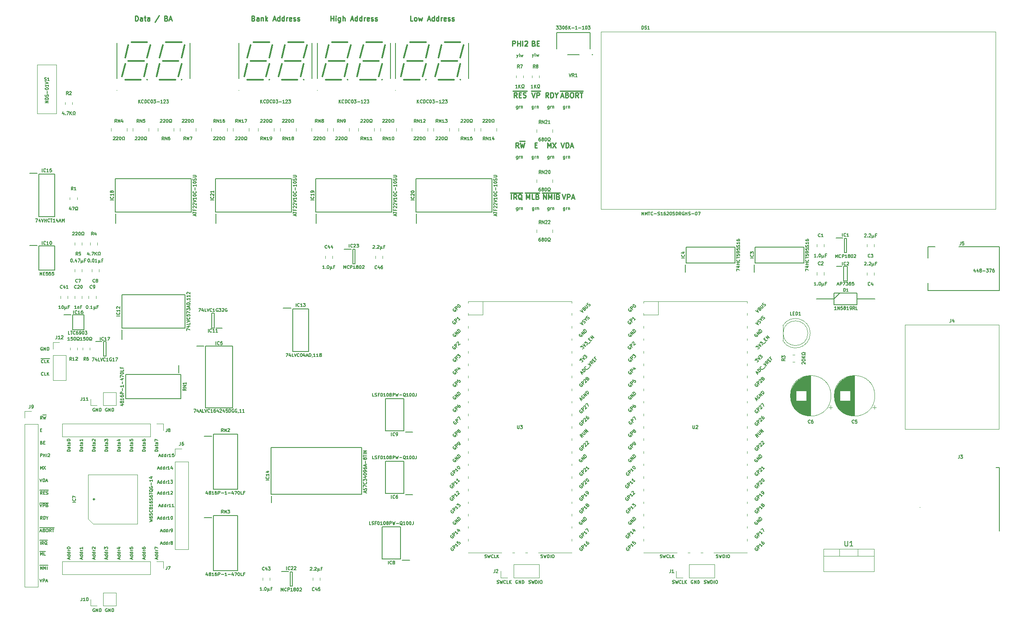
<source format=gbr>
%TF.GenerationSoftware,KiCad,Pcbnew,(6.0.5)*%
%TF.CreationDate,2023-06-11T10:01:27+02:00*%
%TF.ProjectId,Pico Debugger,5069636f-2044-4656-9275-676765722e6b,rev?*%
%TF.SameCoordinates,Original*%
%TF.FileFunction,Legend,Top*%
%TF.FilePolarity,Positive*%
%FSLAX46Y46*%
G04 Gerber Fmt 4.6, Leading zero omitted, Abs format (unit mm)*
G04 Created by KiCad (PCBNEW (6.0.5)) date 2023-06-11 10:01:27*
%MOMM*%
%LPD*%
G01*
G04 APERTURE LIST*
%ADD10C,0.150000*%
%ADD11C,0.250000*%
%ADD12C,0.100000*%
%ADD13C,0.200000*%
%ADD14C,0.120000*%
%ADD15C,0.300000*%
%ADD16C,0.210000*%
%ADD17C,0.260000*%
G04 APERTURE END LIST*
D10*
X181534404Y-159324523D02*
X181625119Y-159354761D01*
X181776309Y-159354761D01*
X181836785Y-159324523D01*
X181867023Y-159294285D01*
X181897261Y-159233809D01*
X181897261Y-159173333D01*
X181867023Y-159112857D01*
X181836785Y-159082619D01*
X181776309Y-159052380D01*
X181655357Y-159022142D01*
X181594880Y-158991904D01*
X181564642Y-158961666D01*
X181534404Y-158901190D01*
X181534404Y-158840714D01*
X181564642Y-158780238D01*
X181594880Y-158750000D01*
X181655357Y-158719761D01*
X181806547Y-158719761D01*
X181897261Y-158750000D01*
X182108928Y-158719761D02*
X182260119Y-159354761D01*
X182381071Y-158901190D01*
X182502023Y-159354761D01*
X182653214Y-158719761D01*
X182895119Y-159354761D02*
X182895119Y-158719761D01*
X183046309Y-158719761D01*
X183137023Y-158750000D01*
X183197500Y-158810476D01*
X183227738Y-158870952D01*
X183257976Y-158991904D01*
X183257976Y-159082619D01*
X183227738Y-159203571D01*
X183197500Y-159264047D01*
X183137023Y-159324523D01*
X183046309Y-159354761D01*
X182895119Y-159354761D01*
X183530119Y-159354761D02*
X183530119Y-158719761D01*
X183953452Y-158719761D02*
X184074404Y-158719761D01*
X184134880Y-158750000D01*
X184195357Y-158810476D01*
X184225595Y-158931428D01*
X184225595Y-159143095D01*
X184195357Y-159264047D01*
X184134880Y-159324523D01*
X184074404Y-159354761D01*
X183953452Y-159354761D01*
X183892976Y-159324523D01*
X183832500Y-159264047D01*
X183802261Y-159143095D01*
X183802261Y-158931428D01*
X183832500Y-158810476D01*
X183892976Y-158750000D01*
X183953452Y-158719761D01*
X143661190Y-158750000D02*
X143600714Y-158719761D01*
X143510000Y-158719761D01*
X143419285Y-158750000D01*
X143358809Y-158810476D01*
X143328571Y-158870952D01*
X143298333Y-158991904D01*
X143298333Y-159082619D01*
X143328571Y-159203571D01*
X143358809Y-159264047D01*
X143419285Y-159324523D01*
X143510000Y-159354761D01*
X143570476Y-159354761D01*
X143661190Y-159324523D01*
X143691428Y-159294285D01*
X143691428Y-159082619D01*
X143570476Y-159082619D01*
X143963571Y-159354761D02*
X143963571Y-158719761D01*
X144326428Y-159354761D01*
X144326428Y-158719761D01*
X144628809Y-159354761D02*
X144628809Y-158719761D01*
X144780000Y-158719761D01*
X144870714Y-158750000D01*
X144931190Y-158810476D01*
X144961428Y-158870952D01*
X144991666Y-158991904D01*
X144991666Y-159082619D01*
X144961428Y-159203571D01*
X144931190Y-159264047D01*
X144870714Y-159324523D01*
X144780000Y-159354761D01*
X144628809Y-159354761D01*
D11*
X148661666Y-80132500D02*
X149709285Y-80132500D01*
X148899761Y-81414880D02*
X148899761Y-80414880D01*
X149471190Y-81414880D01*
X149471190Y-80414880D01*
X149709285Y-80132500D02*
X150852142Y-80132500D01*
X149947380Y-81414880D02*
X149947380Y-80414880D01*
X150280714Y-81129166D01*
X150614047Y-80414880D01*
X150614047Y-81414880D01*
X150852142Y-80132500D02*
X151328333Y-80132500D01*
X151090238Y-81414880D02*
X151090238Y-80414880D01*
X151328333Y-80132500D02*
X152328333Y-80132500D01*
X151899761Y-80891071D02*
X152042619Y-80938690D01*
X152090238Y-80986309D01*
X152137857Y-81081547D01*
X152137857Y-81224404D01*
X152090238Y-81319642D01*
X152042619Y-81367261D01*
X151947380Y-81414880D01*
X151566428Y-81414880D01*
X151566428Y-80414880D01*
X151899761Y-80414880D01*
X151995000Y-80462500D01*
X152042619Y-80510119D01*
X152090238Y-80605357D01*
X152090238Y-80700595D01*
X152042619Y-80795833D01*
X151995000Y-80843452D01*
X151899761Y-80891071D01*
X151566428Y-80891071D01*
X147175714Y-70413571D02*
X147509047Y-70413571D01*
X147651904Y-70937380D02*
X147175714Y-70937380D01*
X147175714Y-69937380D01*
X147651904Y-69937380D01*
D10*
X46770000Y-150602950D02*
X47072380Y-150602950D01*
X46921190Y-151417261D02*
X46921190Y-150782261D01*
X47072380Y-150602950D02*
X47707380Y-150602950D01*
X47586428Y-151417261D02*
X47374761Y-151114880D01*
X47223571Y-151417261D02*
X47223571Y-150782261D01*
X47465476Y-150782261D01*
X47525952Y-150812500D01*
X47556190Y-150842738D01*
X47586428Y-150903214D01*
X47586428Y-150993928D01*
X47556190Y-151054404D01*
X47525952Y-151084642D01*
X47465476Y-151114880D01*
X47223571Y-151114880D01*
X47707380Y-150602950D02*
X48372619Y-150602950D01*
X48281904Y-151477738D02*
X48221428Y-151447500D01*
X48160952Y-151387023D01*
X48070238Y-151296309D01*
X48009761Y-151266071D01*
X47949285Y-151266071D01*
X47979523Y-151417261D02*
X47919047Y-151387023D01*
X47858571Y-151326547D01*
X47828333Y-151205595D01*
X47828333Y-150993928D01*
X47858571Y-150872976D01*
X47919047Y-150812500D01*
X47979523Y-150782261D01*
X48100476Y-150782261D01*
X48160952Y-150812500D01*
X48221428Y-150872976D01*
X48251666Y-150993928D01*
X48251666Y-151205595D01*
X48221428Y-151326547D01*
X48160952Y-151387023D01*
X48100476Y-151417261D01*
X47979523Y-151417261D01*
X46770000Y-140442950D02*
X47405000Y-140442950D01*
X47284047Y-141257261D02*
X47072380Y-140954880D01*
X46921190Y-141257261D02*
X46921190Y-140622261D01*
X47163095Y-140622261D01*
X47223571Y-140652500D01*
X47253809Y-140682738D01*
X47284047Y-140743214D01*
X47284047Y-140833928D01*
X47253809Y-140894404D01*
X47223571Y-140924642D01*
X47163095Y-140954880D01*
X46921190Y-140954880D01*
X47405000Y-140442950D02*
X47979523Y-140442950D01*
X47556190Y-140924642D02*
X47767857Y-140924642D01*
X47858571Y-141257261D02*
X47556190Y-141257261D01*
X47556190Y-140622261D01*
X47858571Y-140622261D01*
X47979523Y-140442950D02*
X48584285Y-140442950D01*
X48100476Y-141227023D02*
X48191190Y-141257261D01*
X48342380Y-141257261D01*
X48402857Y-141227023D01*
X48433095Y-141196785D01*
X48463333Y-141136309D01*
X48463333Y-141075833D01*
X48433095Y-141015357D01*
X48402857Y-140985119D01*
X48342380Y-140954880D01*
X48221428Y-140924642D01*
X48160952Y-140894404D01*
X48130714Y-140864166D01*
X48100476Y-140803690D01*
X48100476Y-140743214D01*
X48130714Y-140682738D01*
X48160952Y-140652500D01*
X48221428Y-140622261D01*
X48372619Y-140622261D01*
X48463333Y-140652500D01*
D11*
X152289166Y-59495000D02*
X153146309Y-59495000D01*
X152479642Y-60491666D02*
X152955833Y-60491666D01*
X152384404Y-60777380D02*
X152717738Y-59777380D01*
X153051071Y-60777380D01*
X153146309Y-59495000D02*
X154146309Y-59495000D01*
X153717738Y-60253571D02*
X153860595Y-60301190D01*
X153908214Y-60348809D01*
X153955833Y-60444047D01*
X153955833Y-60586904D01*
X153908214Y-60682142D01*
X153860595Y-60729761D01*
X153765357Y-60777380D01*
X153384404Y-60777380D01*
X153384404Y-59777380D01*
X153717738Y-59777380D01*
X153812976Y-59825000D01*
X153860595Y-59872619D01*
X153908214Y-59967857D01*
X153908214Y-60063095D01*
X153860595Y-60158333D01*
X153812976Y-60205952D01*
X153717738Y-60253571D01*
X153384404Y-60253571D01*
X154146309Y-59495000D02*
X155193928Y-59495000D01*
X154574880Y-59777380D02*
X154765357Y-59777380D01*
X154860595Y-59825000D01*
X154955833Y-59920238D01*
X155003452Y-60110714D01*
X155003452Y-60444047D01*
X154955833Y-60634523D01*
X154860595Y-60729761D01*
X154765357Y-60777380D01*
X154574880Y-60777380D01*
X154479642Y-60729761D01*
X154384404Y-60634523D01*
X154336785Y-60444047D01*
X154336785Y-60110714D01*
X154384404Y-59920238D01*
X154479642Y-59825000D01*
X154574880Y-59777380D01*
X155193928Y-59495000D02*
X156193928Y-59495000D01*
X156003452Y-60777380D02*
X155670119Y-60301190D01*
X155432023Y-60777380D02*
X155432023Y-59777380D01*
X155812976Y-59777380D01*
X155908214Y-59825000D01*
X155955833Y-59872619D01*
X156003452Y-59967857D01*
X156003452Y-60110714D01*
X155955833Y-60205952D01*
X155908214Y-60253571D01*
X155812976Y-60301190D01*
X155432023Y-60301190D01*
X156193928Y-59495000D02*
X156955833Y-59495000D01*
X156289166Y-59777380D02*
X156860595Y-59777380D01*
X156574880Y-60777380D02*
X156574880Y-59777380D01*
D10*
X55532261Y-132555476D02*
X54897261Y-132555476D01*
X54897261Y-132404285D01*
X54927500Y-132313571D01*
X54987976Y-132253095D01*
X55048452Y-132222857D01*
X55169404Y-132192619D01*
X55260119Y-132192619D01*
X55381071Y-132222857D01*
X55441547Y-132253095D01*
X55502023Y-132313571D01*
X55532261Y-132404285D01*
X55532261Y-132555476D01*
X55532261Y-131648333D02*
X55199642Y-131648333D01*
X55139166Y-131678571D01*
X55108928Y-131739047D01*
X55108928Y-131860000D01*
X55139166Y-131920476D01*
X55502023Y-131648333D02*
X55532261Y-131708809D01*
X55532261Y-131860000D01*
X55502023Y-131920476D01*
X55441547Y-131950714D01*
X55381071Y-131950714D01*
X55320595Y-131920476D01*
X55290357Y-131860000D01*
X55290357Y-131708809D01*
X55260119Y-131648333D01*
X55108928Y-131436666D02*
X55108928Y-131194761D01*
X54897261Y-131345952D02*
X55441547Y-131345952D01*
X55502023Y-131315714D01*
X55532261Y-131255238D01*
X55532261Y-131194761D01*
X55532261Y-130710952D02*
X55199642Y-130710952D01*
X55139166Y-130741190D01*
X55108928Y-130801666D01*
X55108928Y-130922619D01*
X55139166Y-130983095D01*
X55502023Y-130710952D02*
X55532261Y-130771428D01*
X55532261Y-130922619D01*
X55502023Y-130983095D01*
X55441547Y-131013333D01*
X55381071Y-131013333D01*
X55320595Y-130983095D01*
X55290357Y-130922619D01*
X55290357Y-130771428D01*
X55260119Y-130710952D01*
X55532261Y-130075952D02*
X55532261Y-130438809D01*
X55532261Y-130257380D02*
X54897261Y-130257380D01*
X54987976Y-130317857D01*
X55048452Y-130378333D01*
X55078690Y-130438809D01*
X71309761Y-151235833D02*
X71612142Y-151235833D01*
X71249285Y-151417261D02*
X71460952Y-150782261D01*
X71672619Y-151417261D01*
X72156428Y-151417261D02*
X72156428Y-150782261D01*
X72156428Y-151387023D02*
X72095952Y-151417261D01*
X71975000Y-151417261D01*
X71914523Y-151387023D01*
X71884285Y-151356785D01*
X71854047Y-151296309D01*
X71854047Y-151114880D01*
X71884285Y-151054404D01*
X71914523Y-151024166D01*
X71975000Y-150993928D01*
X72095952Y-150993928D01*
X72156428Y-151024166D01*
X72730952Y-151417261D02*
X72730952Y-150782261D01*
X72730952Y-151387023D02*
X72670476Y-151417261D01*
X72549523Y-151417261D01*
X72489047Y-151387023D01*
X72458809Y-151356785D01*
X72428571Y-151296309D01*
X72428571Y-151114880D01*
X72458809Y-151054404D01*
X72489047Y-151024166D01*
X72549523Y-150993928D01*
X72670476Y-150993928D01*
X72730952Y-151024166D01*
X73033333Y-151417261D02*
X73033333Y-150993928D01*
X73033333Y-151114880D02*
X73063571Y-151054404D01*
X73093809Y-151024166D01*
X73154285Y-150993928D01*
X73214761Y-150993928D01*
X73517142Y-151054404D02*
X73456666Y-151024166D01*
X73426428Y-150993928D01*
X73396190Y-150933452D01*
X73396190Y-150903214D01*
X73426428Y-150842738D01*
X73456666Y-150812500D01*
X73517142Y-150782261D01*
X73638095Y-150782261D01*
X73698571Y-150812500D01*
X73728809Y-150842738D01*
X73759047Y-150903214D01*
X73759047Y-150933452D01*
X73728809Y-150993928D01*
X73698571Y-151024166D01*
X73638095Y-151054404D01*
X73517142Y-151054404D01*
X73456666Y-151084642D01*
X73426428Y-151114880D01*
X73396190Y-151175357D01*
X73396190Y-151296309D01*
X73426428Y-151356785D01*
X73456666Y-151387023D01*
X73517142Y-151417261D01*
X73638095Y-151417261D01*
X73698571Y-151387023D01*
X73728809Y-151356785D01*
X73759047Y-151296309D01*
X73759047Y-151175357D01*
X73728809Y-151114880D01*
X73698571Y-151084642D01*
X73638095Y-151054404D01*
X70772261Y-132555476D02*
X70137261Y-132555476D01*
X70137261Y-132404285D01*
X70167500Y-132313571D01*
X70227976Y-132253095D01*
X70288452Y-132222857D01*
X70409404Y-132192619D01*
X70500119Y-132192619D01*
X70621071Y-132222857D01*
X70681547Y-132253095D01*
X70742023Y-132313571D01*
X70772261Y-132404285D01*
X70772261Y-132555476D01*
X70772261Y-131648333D02*
X70439642Y-131648333D01*
X70379166Y-131678571D01*
X70348928Y-131739047D01*
X70348928Y-131860000D01*
X70379166Y-131920476D01*
X70742023Y-131648333D02*
X70772261Y-131708809D01*
X70772261Y-131860000D01*
X70742023Y-131920476D01*
X70681547Y-131950714D01*
X70621071Y-131950714D01*
X70560595Y-131920476D01*
X70530357Y-131860000D01*
X70530357Y-131708809D01*
X70500119Y-131648333D01*
X70348928Y-131436666D02*
X70348928Y-131194761D01*
X70137261Y-131345952D02*
X70681547Y-131345952D01*
X70742023Y-131315714D01*
X70772261Y-131255238D01*
X70772261Y-131194761D01*
X70772261Y-130710952D02*
X70439642Y-130710952D01*
X70379166Y-130741190D01*
X70348928Y-130801666D01*
X70348928Y-130922619D01*
X70379166Y-130983095D01*
X70742023Y-130710952D02*
X70772261Y-130771428D01*
X70772261Y-130922619D01*
X70742023Y-130983095D01*
X70681547Y-131013333D01*
X70621071Y-131013333D01*
X70560595Y-130983095D01*
X70530357Y-130922619D01*
X70530357Y-130771428D01*
X70500119Y-130710952D01*
X70137261Y-130469047D02*
X70137261Y-130045714D01*
X70772261Y-130317857D01*
X52810833Y-154404047D02*
X52810833Y-154101666D01*
X52992261Y-154464523D02*
X52357261Y-154252857D01*
X52992261Y-154041190D01*
X52992261Y-153557380D02*
X52357261Y-153557380D01*
X52962023Y-153557380D02*
X52992261Y-153617857D01*
X52992261Y-153738809D01*
X52962023Y-153799285D01*
X52931785Y-153829523D01*
X52871309Y-153859761D01*
X52689880Y-153859761D01*
X52629404Y-153829523D01*
X52599166Y-153799285D01*
X52568928Y-153738809D01*
X52568928Y-153617857D01*
X52599166Y-153557380D01*
X52992261Y-152982857D02*
X52357261Y-152982857D01*
X52962023Y-152982857D02*
X52992261Y-153043333D01*
X52992261Y-153164285D01*
X52962023Y-153224761D01*
X52931785Y-153255000D01*
X52871309Y-153285238D01*
X52689880Y-153285238D01*
X52629404Y-153255000D01*
X52599166Y-153224761D01*
X52568928Y-153164285D01*
X52568928Y-153043333D01*
X52599166Y-152982857D01*
X52992261Y-152680476D02*
X52568928Y-152680476D01*
X52689880Y-152680476D02*
X52629404Y-152650238D01*
X52599166Y-152620000D01*
X52568928Y-152559523D01*
X52568928Y-152499047D01*
X52357261Y-152166428D02*
X52357261Y-152105952D01*
X52387500Y-152045476D01*
X52417738Y-152015238D01*
X52478214Y-151985000D01*
X52599166Y-151954761D01*
X52750357Y-151954761D01*
X52871309Y-151985000D01*
X52931785Y-152015238D01*
X52962023Y-152045476D01*
X52992261Y-152105952D01*
X52992261Y-152166428D01*
X52962023Y-152226904D01*
X52931785Y-152257142D01*
X52871309Y-152287380D01*
X52750357Y-152317619D01*
X52599166Y-152317619D01*
X52478214Y-152287380D01*
X52417738Y-152257142D01*
X52387500Y-152226904D01*
X52357261Y-152166428D01*
X70962500Y-143645833D02*
X71264880Y-143645833D01*
X70902023Y-143827261D02*
X71113690Y-143192261D01*
X71325357Y-143827261D01*
X71809166Y-143827261D02*
X71809166Y-143192261D01*
X71809166Y-143797023D02*
X71748690Y-143827261D01*
X71627738Y-143827261D01*
X71567261Y-143797023D01*
X71537023Y-143766785D01*
X71506785Y-143706309D01*
X71506785Y-143524880D01*
X71537023Y-143464404D01*
X71567261Y-143434166D01*
X71627738Y-143403928D01*
X71748690Y-143403928D01*
X71809166Y-143434166D01*
X72383690Y-143827261D02*
X72383690Y-143192261D01*
X72383690Y-143797023D02*
X72323214Y-143827261D01*
X72202261Y-143827261D01*
X72141785Y-143797023D01*
X72111547Y-143766785D01*
X72081309Y-143706309D01*
X72081309Y-143524880D01*
X72111547Y-143464404D01*
X72141785Y-143434166D01*
X72202261Y-143403928D01*
X72323214Y-143403928D01*
X72383690Y-143434166D01*
X72686071Y-143827261D02*
X72686071Y-143403928D01*
X72686071Y-143524880D02*
X72716309Y-143464404D01*
X72746547Y-143434166D01*
X72807023Y-143403928D01*
X72867500Y-143403928D01*
X73411785Y-143827261D02*
X73048928Y-143827261D01*
X73230357Y-143827261D02*
X73230357Y-143192261D01*
X73169880Y-143282976D01*
X73109404Y-143343452D01*
X73048928Y-143373690D01*
X74016547Y-143827261D02*
X73653690Y-143827261D01*
X73835119Y-143827261D02*
X73835119Y-143192261D01*
X73774642Y-143282976D01*
X73714166Y-143343452D01*
X73653690Y-143373690D01*
X46770000Y-148062950D02*
X47314285Y-148062950D01*
X46890952Y-148695833D02*
X47193333Y-148695833D01*
X46830476Y-148877261D02*
X47042142Y-148242261D01*
X47253809Y-148877261D01*
X47314285Y-148062950D02*
X47949285Y-148062950D01*
X47677142Y-148544642D02*
X47767857Y-148574880D01*
X47798095Y-148605119D01*
X47828333Y-148665595D01*
X47828333Y-148756309D01*
X47798095Y-148816785D01*
X47767857Y-148847023D01*
X47707380Y-148877261D01*
X47465476Y-148877261D01*
X47465476Y-148242261D01*
X47677142Y-148242261D01*
X47737619Y-148272500D01*
X47767857Y-148302738D01*
X47798095Y-148363214D01*
X47798095Y-148423690D01*
X47767857Y-148484166D01*
X47737619Y-148514404D01*
X47677142Y-148544642D01*
X47465476Y-148544642D01*
X47949285Y-148062950D02*
X48614523Y-148062950D01*
X48221428Y-148242261D02*
X48342380Y-148242261D01*
X48402857Y-148272500D01*
X48463333Y-148332976D01*
X48493571Y-148453928D01*
X48493571Y-148665595D01*
X48463333Y-148786547D01*
X48402857Y-148847023D01*
X48342380Y-148877261D01*
X48221428Y-148877261D01*
X48160952Y-148847023D01*
X48100476Y-148786547D01*
X48070238Y-148665595D01*
X48070238Y-148453928D01*
X48100476Y-148332976D01*
X48160952Y-148272500D01*
X48221428Y-148242261D01*
X48614523Y-148062950D02*
X49249523Y-148062950D01*
X49128571Y-148877261D02*
X48916904Y-148574880D01*
X48765714Y-148877261D02*
X48765714Y-148242261D01*
X49007619Y-148242261D01*
X49068095Y-148272500D01*
X49098333Y-148302738D01*
X49128571Y-148363214D01*
X49128571Y-148453928D01*
X49098333Y-148514404D01*
X49068095Y-148544642D01*
X49007619Y-148574880D01*
X48765714Y-148574880D01*
X49249523Y-148062950D02*
X49733333Y-148062950D01*
X49310000Y-148242261D02*
X49672857Y-148242261D01*
X49491428Y-148877261D02*
X49491428Y-148242261D01*
X68232261Y-132555476D02*
X67597261Y-132555476D01*
X67597261Y-132404285D01*
X67627500Y-132313571D01*
X67687976Y-132253095D01*
X67748452Y-132222857D01*
X67869404Y-132192619D01*
X67960119Y-132192619D01*
X68081071Y-132222857D01*
X68141547Y-132253095D01*
X68202023Y-132313571D01*
X68232261Y-132404285D01*
X68232261Y-132555476D01*
X68232261Y-131648333D02*
X67899642Y-131648333D01*
X67839166Y-131678571D01*
X67808928Y-131739047D01*
X67808928Y-131860000D01*
X67839166Y-131920476D01*
X68202023Y-131648333D02*
X68232261Y-131708809D01*
X68232261Y-131860000D01*
X68202023Y-131920476D01*
X68141547Y-131950714D01*
X68081071Y-131950714D01*
X68020595Y-131920476D01*
X67990357Y-131860000D01*
X67990357Y-131708809D01*
X67960119Y-131648333D01*
X67808928Y-131436666D02*
X67808928Y-131194761D01*
X67597261Y-131345952D02*
X68141547Y-131345952D01*
X68202023Y-131315714D01*
X68232261Y-131255238D01*
X68232261Y-131194761D01*
X68232261Y-130710952D02*
X67899642Y-130710952D01*
X67839166Y-130741190D01*
X67808928Y-130801666D01*
X67808928Y-130922619D01*
X67839166Y-130983095D01*
X68202023Y-130710952D02*
X68232261Y-130771428D01*
X68232261Y-130922619D01*
X68202023Y-130983095D01*
X68141547Y-131013333D01*
X68081071Y-131013333D01*
X68020595Y-130983095D01*
X67990357Y-130922619D01*
X67990357Y-130771428D01*
X67960119Y-130710952D01*
X67597261Y-130136428D02*
X67597261Y-130257380D01*
X67627500Y-130317857D01*
X67657738Y-130348095D01*
X67748452Y-130408571D01*
X67869404Y-130438809D01*
X68111309Y-130438809D01*
X68171785Y-130408571D01*
X68202023Y-130378333D01*
X68232261Y-130317857D01*
X68232261Y-130196904D01*
X68202023Y-130136428D01*
X68171785Y-130106190D01*
X68111309Y-130075952D01*
X67960119Y-130075952D01*
X67899642Y-130106190D01*
X67869404Y-130136428D01*
X67839166Y-130196904D01*
X67839166Y-130317857D01*
X67869404Y-130378333D01*
X67899642Y-130408571D01*
X67960119Y-130438809D01*
D11*
X145208809Y-80132500D02*
X146351666Y-80132500D01*
X145446904Y-81414880D02*
X145446904Y-80414880D01*
X145780238Y-81129166D01*
X146113571Y-80414880D01*
X146113571Y-81414880D01*
X146351666Y-80132500D02*
X147161190Y-80132500D01*
X147065952Y-81414880D02*
X146589761Y-81414880D01*
X146589761Y-80414880D01*
X147161190Y-80132500D02*
X148161190Y-80132500D01*
X147732619Y-80891071D02*
X147875476Y-80938690D01*
X147923095Y-80986309D01*
X147970714Y-81081547D01*
X147970714Y-81224404D01*
X147923095Y-81319642D01*
X147875476Y-81367261D01*
X147780238Y-81414880D01*
X147399285Y-81414880D01*
X147399285Y-80414880D01*
X147732619Y-80414880D01*
X147827857Y-80462500D01*
X147875476Y-80510119D01*
X147923095Y-80605357D01*
X147923095Y-80700595D01*
X147875476Y-80795833D01*
X147827857Y-80843452D01*
X147732619Y-80891071D01*
X147399285Y-80891071D01*
X146461428Y-59495000D02*
X147318571Y-59495000D01*
X146556666Y-59777380D02*
X146890000Y-60777380D01*
X147223333Y-59777380D01*
X147318571Y-59495000D02*
X148318571Y-59495000D01*
X147556666Y-60777380D02*
X147556666Y-59777380D01*
X147937619Y-59777380D01*
X148032857Y-59825000D01*
X148080476Y-59872619D01*
X148128095Y-59967857D01*
X148128095Y-60110714D01*
X148080476Y-60205952D01*
X148032857Y-60253571D01*
X147937619Y-60301190D01*
X147556666Y-60301190D01*
D10*
X47013452Y-113772950D02*
X47648452Y-113772950D01*
X47527500Y-114526785D02*
X47497261Y-114557023D01*
X47406547Y-114587261D01*
X47346071Y-114587261D01*
X47255357Y-114557023D01*
X47194880Y-114496547D01*
X47164642Y-114436071D01*
X47134404Y-114315119D01*
X47134404Y-114224404D01*
X47164642Y-114103452D01*
X47194880Y-114042976D01*
X47255357Y-113982500D01*
X47346071Y-113952261D01*
X47406547Y-113952261D01*
X47497261Y-113982500D01*
X47527500Y-114012738D01*
X47648452Y-113772950D02*
X48162500Y-113772950D01*
X48102023Y-114587261D02*
X47799642Y-114587261D01*
X47799642Y-113952261D01*
X48162500Y-113772950D02*
X48797500Y-113772950D01*
X48313690Y-114587261D02*
X48313690Y-113952261D01*
X48676547Y-114587261D02*
X48404404Y-114224404D01*
X48676547Y-113952261D02*
X48313690Y-114315119D01*
X47346071Y-111442500D02*
X47285595Y-111412261D01*
X47194880Y-111412261D01*
X47104166Y-111442500D01*
X47043690Y-111502976D01*
X47013452Y-111563452D01*
X46983214Y-111684404D01*
X46983214Y-111775119D01*
X47013452Y-111896071D01*
X47043690Y-111956547D01*
X47104166Y-112017023D01*
X47194880Y-112047261D01*
X47255357Y-112047261D01*
X47346071Y-112017023D01*
X47376309Y-111986785D01*
X47376309Y-111775119D01*
X47255357Y-111775119D01*
X47648452Y-112047261D02*
X47648452Y-111412261D01*
X48011309Y-112047261D01*
X48011309Y-111412261D01*
X48313690Y-112047261D02*
X48313690Y-111412261D01*
X48464880Y-111412261D01*
X48555595Y-111442500D01*
X48616071Y-111502976D01*
X48646309Y-111563452D01*
X48676547Y-111684404D01*
X48676547Y-111775119D01*
X48646309Y-111896071D01*
X48616071Y-111956547D01*
X48555595Y-112017023D01*
X48464880Y-112047261D01*
X48313690Y-112047261D01*
X46921190Y-136177261D02*
X46921190Y-135542261D01*
X47132857Y-135995833D01*
X47344523Y-135542261D01*
X47344523Y-136177261D01*
X47586428Y-135542261D02*
X48009761Y-136177261D01*
X48009761Y-135542261D02*
X47586428Y-136177261D01*
D11*
X142645000Y-50299880D02*
X142645000Y-49299880D01*
X143025952Y-49299880D01*
X143121190Y-49347500D01*
X143168809Y-49395119D01*
X143216428Y-49490357D01*
X143216428Y-49633214D01*
X143168809Y-49728452D01*
X143121190Y-49776071D01*
X143025952Y-49823690D01*
X142645000Y-49823690D01*
X143645000Y-50299880D02*
X143645000Y-49299880D01*
X143645000Y-49776071D02*
X144216428Y-49776071D01*
X144216428Y-50299880D02*
X144216428Y-49299880D01*
X144692619Y-50299880D02*
X144692619Y-49299880D01*
X145121190Y-49395119D02*
X145168809Y-49347500D01*
X145264047Y-49299880D01*
X145502142Y-49299880D01*
X145597380Y-49347500D01*
X145645000Y-49395119D01*
X145692619Y-49490357D01*
X145692619Y-49585595D01*
X145645000Y-49728452D01*
X145073571Y-50299880D01*
X145692619Y-50299880D01*
D10*
X70962500Y-133455833D02*
X71264880Y-133455833D01*
X70902023Y-133637261D02*
X71113690Y-133002261D01*
X71325357Y-133637261D01*
X71809166Y-133637261D02*
X71809166Y-133002261D01*
X71809166Y-133607023D02*
X71748690Y-133637261D01*
X71627738Y-133637261D01*
X71567261Y-133607023D01*
X71537023Y-133576785D01*
X71506785Y-133516309D01*
X71506785Y-133334880D01*
X71537023Y-133274404D01*
X71567261Y-133244166D01*
X71627738Y-133213928D01*
X71748690Y-133213928D01*
X71809166Y-133244166D01*
X72383690Y-133637261D02*
X72383690Y-133002261D01*
X72383690Y-133607023D02*
X72323214Y-133637261D01*
X72202261Y-133637261D01*
X72141785Y-133607023D01*
X72111547Y-133576785D01*
X72081309Y-133516309D01*
X72081309Y-133334880D01*
X72111547Y-133274404D01*
X72141785Y-133244166D01*
X72202261Y-133213928D01*
X72323214Y-133213928D01*
X72383690Y-133244166D01*
X72686071Y-133637261D02*
X72686071Y-133213928D01*
X72686071Y-133334880D02*
X72716309Y-133274404D01*
X72746547Y-133244166D01*
X72807023Y-133213928D01*
X72867500Y-133213928D01*
X73411785Y-133637261D02*
X73048928Y-133637261D01*
X73230357Y-133637261D02*
X73230357Y-133002261D01*
X73169880Y-133092976D01*
X73109404Y-133153452D01*
X73048928Y-133183690D01*
X73986309Y-133002261D02*
X73683928Y-133002261D01*
X73653690Y-133304642D01*
X73683928Y-133274404D01*
X73744404Y-133244166D01*
X73895595Y-133244166D01*
X73956071Y-133274404D01*
X73986309Y-133304642D01*
X74016547Y-133365119D01*
X74016547Y-133516309D01*
X73986309Y-133576785D01*
X73956071Y-133607023D01*
X73895595Y-133637261D01*
X73744404Y-133637261D01*
X73683928Y-133607023D01*
X73653690Y-133576785D01*
D11*
X152478095Y-69937380D02*
X152811428Y-70937380D01*
X153144761Y-69937380D01*
X153478095Y-70937380D02*
X153478095Y-69937380D01*
X153716190Y-69937380D01*
X153859047Y-69985000D01*
X153954285Y-70080238D01*
X154001904Y-70175476D01*
X154049523Y-70365952D01*
X154049523Y-70508809D01*
X154001904Y-70699285D01*
X153954285Y-70794523D01*
X153859047Y-70889761D01*
X153716190Y-70937380D01*
X153478095Y-70937380D01*
X154430476Y-70651666D02*
X154906666Y-70651666D01*
X154335238Y-70937380D02*
X154668571Y-69937380D01*
X155001904Y-70937380D01*
D10*
X46770000Y-143012950D02*
X47314285Y-143012950D01*
X46830476Y-143192261D02*
X47042142Y-143827261D01*
X47253809Y-143192261D01*
X47314285Y-143012950D02*
X47949285Y-143012950D01*
X47465476Y-143827261D02*
X47465476Y-143192261D01*
X47707380Y-143192261D01*
X47767857Y-143222500D01*
X47798095Y-143252738D01*
X47828333Y-143313214D01*
X47828333Y-143403928D01*
X47798095Y-143464404D01*
X47767857Y-143494642D01*
X47707380Y-143524880D01*
X47465476Y-143524880D01*
X47949285Y-143012950D02*
X48584285Y-143012950D01*
X48312142Y-143494642D02*
X48402857Y-143524880D01*
X48433095Y-143555119D01*
X48463333Y-143615595D01*
X48463333Y-143706309D01*
X48433095Y-143766785D01*
X48402857Y-143797023D01*
X48342380Y-143827261D01*
X48100476Y-143827261D01*
X48100476Y-143192261D01*
X48312142Y-143192261D01*
X48372619Y-143222500D01*
X48402857Y-143252738D01*
X48433095Y-143313214D01*
X48433095Y-143373690D01*
X48402857Y-143434166D01*
X48372619Y-143464404D01*
X48312142Y-143494642D01*
X48100476Y-143494642D01*
D11*
X143883095Y-70937380D02*
X143549761Y-70461190D01*
X143311666Y-70937380D02*
X143311666Y-69937380D01*
X143692619Y-69937380D01*
X143787857Y-69985000D01*
X143835476Y-70032619D01*
X143883095Y-70127857D01*
X143883095Y-70270714D01*
X143835476Y-70365952D01*
X143787857Y-70413571D01*
X143692619Y-70461190D01*
X143311666Y-70461190D01*
X144073571Y-69655000D02*
X145216428Y-69655000D01*
X144216428Y-69937380D02*
X144454523Y-70937380D01*
X144645000Y-70223095D01*
X144835476Y-70937380D01*
X145073571Y-69937380D01*
X122436428Y-45219880D02*
X121960238Y-45219880D01*
X121960238Y-44219880D01*
X122912619Y-45219880D02*
X122817380Y-45172261D01*
X122769761Y-45124642D01*
X122722142Y-45029404D01*
X122722142Y-44743690D01*
X122769761Y-44648452D01*
X122817380Y-44600833D01*
X122912619Y-44553214D01*
X123055476Y-44553214D01*
X123150714Y-44600833D01*
X123198333Y-44648452D01*
X123245952Y-44743690D01*
X123245952Y-45029404D01*
X123198333Y-45124642D01*
X123150714Y-45172261D01*
X123055476Y-45219880D01*
X122912619Y-45219880D01*
X123579285Y-44553214D02*
X123769761Y-45219880D01*
X123960238Y-44743690D01*
X124150714Y-45219880D01*
X124341190Y-44553214D01*
X125436428Y-44934166D02*
X125912619Y-44934166D01*
X125341190Y-45219880D02*
X125674523Y-44219880D01*
X126007857Y-45219880D01*
X126769761Y-45219880D02*
X126769761Y-44219880D01*
X126769761Y-45172261D02*
X126674523Y-45219880D01*
X126484047Y-45219880D01*
X126388809Y-45172261D01*
X126341190Y-45124642D01*
X126293571Y-45029404D01*
X126293571Y-44743690D01*
X126341190Y-44648452D01*
X126388809Y-44600833D01*
X126484047Y-44553214D01*
X126674523Y-44553214D01*
X126769761Y-44600833D01*
X127674523Y-45219880D02*
X127674523Y-44219880D01*
X127674523Y-45172261D02*
X127579285Y-45219880D01*
X127388809Y-45219880D01*
X127293571Y-45172261D01*
X127245952Y-45124642D01*
X127198333Y-45029404D01*
X127198333Y-44743690D01*
X127245952Y-44648452D01*
X127293571Y-44600833D01*
X127388809Y-44553214D01*
X127579285Y-44553214D01*
X127674523Y-44600833D01*
X128150714Y-45219880D02*
X128150714Y-44553214D01*
X128150714Y-44743690D02*
X128198333Y-44648452D01*
X128245952Y-44600833D01*
X128341190Y-44553214D01*
X128436428Y-44553214D01*
X129150714Y-45172261D02*
X129055476Y-45219880D01*
X128865000Y-45219880D01*
X128769761Y-45172261D01*
X128722142Y-45077023D01*
X128722142Y-44696071D01*
X128769761Y-44600833D01*
X128865000Y-44553214D01*
X129055476Y-44553214D01*
X129150714Y-44600833D01*
X129198333Y-44696071D01*
X129198333Y-44791309D01*
X128722142Y-44886547D01*
X129579285Y-45172261D02*
X129674523Y-45219880D01*
X129865000Y-45219880D01*
X129960238Y-45172261D01*
X130007857Y-45077023D01*
X130007857Y-45029404D01*
X129960238Y-44934166D01*
X129865000Y-44886547D01*
X129722142Y-44886547D01*
X129626904Y-44838928D01*
X129579285Y-44743690D01*
X129579285Y-44696071D01*
X129626904Y-44600833D01*
X129722142Y-44553214D01*
X129865000Y-44553214D01*
X129960238Y-44600833D01*
X130388809Y-45172261D02*
X130484047Y-45219880D01*
X130674523Y-45219880D01*
X130769761Y-45172261D01*
X130817380Y-45077023D01*
X130817380Y-45029404D01*
X130769761Y-44934166D01*
X130674523Y-44886547D01*
X130531666Y-44886547D01*
X130436428Y-44838928D01*
X130388809Y-44743690D01*
X130388809Y-44696071D01*
X130436428Y-44600833D01*
X130531666Y-44553214D01*
X130674523Y-44553214D01*
X130769761Y-44600833D01*
D10*
X70705000Y-141075833D02*
X71007380Y-141075833D01*
X70644523Y-141257261D02*
X70856190Y-140622261D01*
X71067857Y-141257261D01*
X71551666Y-141257261D02*
X71551666Y-140622261D01*
X71551666Y-141227023D02*
X71491190Y-141257261D01*
X71370238Y-141257261D01*
X71309761Y-141227023D01*
X71279523Y-141196785D01*
X71249285Y-141136309D01*
X71249285Y-140954880D01*
X71279523Y-140894404D01*
X71309761Y-140864166D01*
X71370238Y-140833928D01*
X71491190Y-140833928D01*
X71551666Y-140864166D01*
X72126190Y-141257261D02*
X72126190Y-140622261D01*
X72126190Y-141227023D02*
X72065714Y-141257261D01*
X71944761Y-141257261D01*
X71884285Y-141227023D01*
X71854047Y-141196785D01*
X71823809Y-141136309D01*
X71823809Y-140954880D01*
X71854047Y-140894404D01*
X71884285Y-140864166D01*
X71944761Y-140833928D01*
X72065714Y-140833928D01*
X72126190Y-140864166D01*
X72428571Y-141257261D02*
X72428571Y-140833928D01*
X72428571Y-140954880D02*
X72458809Y-140894404D01*
X72489047Y-140864166D01*
X72549523Y-140833928D01*
X72610000Y-140833928D01*
X73154285Y-141257261D02*
X72791428Y-141257261D01*
X72972857Y-141257261D02*
X72972857Y-140622261D01*
X72912380Y-140712976D01*
X72851904Y-140773452D01*
X72791428Y-140803690D01*
X73396190Y-140682738D02*
X73426428Y-140652500D01*
X73486904Y-140622261D01*
X73638095Y-140622261D01*
X73698571Y-140652500D01*
X73728809Y-140682738D01*
X73759047Y-140743214D01*
X73759047Y-140803690D01*
X73728809Y-140894404D01*
X73365952Y-141257261D01*
X73759047Y-141257261D01*
D11*
X146939047Y-49776071D02*
X147081904Y-49823690D01*
X147129523Y-49871309D01*
X147177142Y-49966547D01*
X147177142Y-50109404D01*
X147129523Y-50204642D01*
X147081904Y-50252261D01*
X146986666Y-50299880D01*
X146605714Y-50299880D01*
X146605714Y-49299880D01*
X146939047Y-49299880D01*
X147034285Y-49347500D01*
X147081904Y-49395119D01*
X147129523Y-49490357D01*
X147129523Y-49585595D01*
X147081904Y-49680833D01*
X147034285Y-49728452D01*
X146939047Y-49776071D01*
X146605714Y-49776071D01*
X147605714Y-49776071D02*
X147939047Y-49776071D01*
X148081904Y-50299880D02*
X147605714Y-50299880D01*
X147605714Y-49299880D01*
X148081904Y-49299880D01*
D10*
X68050833Y-154404047D02*
X68050833Y-154101666D01*
X68232261Y-154464523D02*
X67597261Y-154252857D01*
X68232261Y-154041190D01*
X68232261Y-153557380D02*
X67597261Y-153557380D01*
X68202023Y-153557380D02*
X68232261Y-153617857D01*
X68232261Y-153738809D01*
X68202023Y-153799285D01*
X68171785Y-153829523D01*
X68111309Y-153859761D01*
X67929880Y-153859761D01*
X67869404Y-153829523D01*
X67839166Y-153799285D01*
X67808928Y-153738809D01*
X67808928Y-153617857D01*
X67839166Y-153557380D01*
X68232261Y-152982857D02*
X67597261Y-152982857D01*
X68202023Y-152982857D02*
X68232261Y-153043333D01*
X68232261Y-153164285D01*
X68202023Y-153224761D01*
X68171785Y-153255000D01*
X68111309Y-153285238D01*
X67929880Y-153285238D01*
X67869404Y-153255000D01*
X67839166Y-153224761D01*
X67808928Y-153164285D01*
X67808928Y-153043333D01*
X67839166Y-152982857D01*
X68232261Y-152680476D02*
X67808928Y-152680476D01*
X67929880Y-152680476D02*
X67869404Y-152650238D01*
X67839166Y-152620000D01*
X67808928Y-152559523D01*
X67808928Y-152499047D01*
X67597261Y-152015238D02*
X67597261Y-152136190D01*
X67627500Y-152196666D01*
X67657738Y-152226904D01*
X67748452Y-152287380D01*
X67869404Y-152317619D01*
X68111309Y-152317619D01*
X68171785Y-152287380D01*
X68202023Y-152257142D01*
X68232261Y-152196666D01*
X68232261Y-152075714D01*
X68202023Y-152015238D01*
X68171785Y-151985000D01*
X68111309Y-151954761D01*
X67960119Y-151954761D01*
X67899642Y-151985000D01*
X67869404Y-152015238D01*
X67839166Y-152075714D01*
X67839166Y-152196666D01*
X67869404Y-152257142D01*
X67899642Y-152287380D01*
X67960119Y-152317619D01*
X139533690Y-159324523D02*
X139624404Y-159354761D01*
X139775595Y-159354761D01*
X139836071Y-159324523D01*
X139866309Y-159294285D01*
X139896547Y-159233809D01*
X139896547Y-159173333D01*
X139866309Y-159112857D01*
X139836071Y-159082619D01*
X139775595Y-159052380D01*
X139654642Y-159022142D01*
X139594166Y-158991904D01*
X139563928Y-158961666D01*
X139533690Y-158901190D01*
X139533690Y-158840714D01*
X139563928Y-158780238D01*
X139594166Y-158750000D01*
X139654642Y-158719761D01*
X139805833Y-158719761D01*
X139896547Y-158750000D01*
X140108214Y-158719761D02*
X140259404Y-159354761D01*
X140380357Y-158901190D01*
X140501309Y-159354761D01*
X140652500Y-158719761D01*
X141257261Y-159294285D02*
X141227023Y-159324523D01*
X141136309Y-159354761D01*
X141075833Y-159354761D01*
X140985119Y-159324523D01*
X140924642Y-159264047D01*
X140894404Y-159203571D01*
X140864166Y-159082619D01*
X140864166Y-158991904D01*
X140894404Y-158870952D01*
X140924642Y-158810476D01*
X140985119Y-158750000D01*
X141075833Y-158719761D01*
X141136309Y-158719761D01*
X141227023Y-158750000D01*
X141257261Y-158780238D01*
X141831785Y-159354761D02*
X141529404Y-159354761D01*
X141529404Y-158719761D01*
X142043452Y-159354761D02*
X142043452Y-158719761D01*
X142406309Y-159354761D02*
X142134166Y-158991904D01*
X142406309Y-158719761D02*
X142043452Y-159082619D01*
D11*
X105799523Y-45219880D02*
X105799523Y-44219880D01*
X105799523Y-44696071D02*
X106370952Y-44696071D01*
X106370952Y-45219880D02*
X106370952Y-44219880D01*
X106847142Y-45219880D02*
X106847142Y-44553214D01*
X106847142Y-44219880D02*
X106799523Y-44267500D01*
X106847142Y-44315119D01*
X106894761Y-44267500D01*
X106847142Y-44219880D01*
X106847142Y-44315119D01*
X107751904Y-44553214D02*
X107751904Y-45362738D01*
X107704285Y-45457976D01*
X107656666Y-45505595D01*
X107561428Y-45553214D01*
X107418571Y-45553214D01*
X107323333Y-45505595D01*
X107751904Y-45172261D02*
X107656666Y-45219880D01*
X107466190Y-45219880D01*
X107370952Y-45172261D01*
X107323333Y-45124642D01*
X107275714Y-45029404D01*
X107275714Y-44743690D01*
X107323333Y-44648452D01*
X107370952Y-44600833D01*
X107466190Y-44553214D01*
X107656666Y-44553214D01*
X107751904Y-44600833D01*
X108228095Y-45219880D02*
X108228095Y-44219880D01*
X108656666Y-45219880D02*
X108656666Y-44696071D01*
X108609047Y-44600833D01*
X108513809Y-44553214D01*
X108370952Y-44553214D01*
X108275714Y-44600833D01*
X108228095Y-44648452D01*
X109847142Y-44934166D02*
X110323333Y-44934166D01*
X109751904Y-45219880D02*
X110085238Y-44219880D01*
X110418571Y-45219880D01*
X111180476Y-45219880D02*
X111180476Y-44219880D01*
X111180476Y-45172261D02*
X111085238Y-45219880D01*
X110894761Y-45219880D01*
X110799523Y-45172261D01*
X110751904Y-45124642D01*
X110704285Y-45029404D01*
X110704285Y-44743690D01*
X110751904Y-44648452D01*
X110799523Y-44600833D01*
X110894761Y-44553214D01*
X111085238Y-44553214D01*
X111180476Y-44600833D01*
X112085238Y-45219880D02*
X112085238Y-44219880D01*
X112085238Y-45172261D02*
X111990000Y-45219880D01*
X111799523Y-45219880D01*
X111704285Y-45172261D01*
X111656666Y-45124642D01*
X111609047Y-45029404D01*
X111609047Y-44743690D01*
X111656666Y-44648452D01*
X111704285Y-44600833D01*
X111799523Y-44553214D01*
X111990000Y-44553214D01*
X112085238Y-44600833D01*
X112561428Y-45219880D02*
X112561428Y-44553214D01*
X112561428Y-44743690D02*
X112609047Y-44648452D01*
X112656666Y-44600833D01*
X112751904Y-44553214D01*
X112847142Y-44553214D01*
X113561428Y-45172261D02*
X113466190Y-45219880D01*
X113275714Y-45219880D01*
X113180476Y-45172261D01*
X113132857Y-45077023D01*
X113132857Y-44696071D01*
X113180476Y-44600833D01*
X113275714Y-44553214D01*
X113466190Y-44553214D01*
X113561428Y-44600833D01*
X113609047Y-44696071D01*
X113609047Y-44791309D01*
X113132857Y-44886547D01*
X113990000Y-45172261D02*
X114085238Y-45219880D01*
X114275714Y-45219880D01*
X114370952Y-45172261D01*
X114418571Y-45077023D01*
X114418571Y-45029404D01*
X114370952Y-44934166D01*
X114275714Y-44886547D01*
X114132857Y-44886547D01*
X114037619Y-44838928D01*
X113990000Y-44743690D01*
X113990000Y-44696071D01*
X114037619Y-44600833D01*
X114132857Y-44553214D01*
X114275714Y-44553214D01*
X114370952Y-44600833D01*
X114799523Y-45172261D02*
X114894761Y-45219880D01*
X115085238Y-45219880D01*
X115180476Y-45172261D01*
X115228095Y-45077023D01*
X115228095Y-45029404D01*
X115180476Y-44934166D01*
X115085238Y-44886547D01*
X114942380Y-44886547D01*
X114847142Y-44838928D01*
X114799523Y-44743690D01*
X114799523Y-44696071D01*
X114847142Y-44600833D01*
X114942380Y-44553214D01*
X115085238Y-44553214D01*
X115180476Y-44600833D01*
D10*
X60612261Y-132555476D02*
X59977261Y-132555476D01*
X59977261Y-132404285D01*
X60007500Y-132313571D01*
X60067976Y-132253095D01*
X60128452Y-132222857D01*
X60249404Y-132192619D01*
X60340119Y-132192619D01*
X60461071Y-132222857D01*
X60521547Y-132253095D01*
X60582023Y-132313571D01*
X60612261Y-132404285D01*
X60612261Y-132555476D01*
X60612261Y-131648333D02*
X60279642Y-131648333D01*
X60219166Y-131678571D01*
X60188928Y-131739047D01*
X60188928Y-131860000D01*
X60219166Y-131920476D01*
X60582023Y-131648333D02*
X60612261Y-131708809D01*
X60612261Y-131860000D01*
X60582023Y-131920476D01*
X60521547Y-131950714D01*
X60461071Y-131950714D01*
X60400595Y-131920476D01*
X60370357Y-131860000D01*
X60370357Y-131708809D01*
X60340119Y-131648333D01*
X60188928Y-131436666D02*
X60188928Y-131194761D01*
X59977261Y-131345952D02*
X60521547Y-131345952D01*
X60582023Y-131315714D01*
X60612261Y-131255238D01*
X60612261Y-131194761D01*
X60612261Y-130710952D02*
X60279642Y-130710952D01*
X60219166Y-130741190D01*
X60188928Y-130801666D01*
X60188928Y-130922619D01*
X60219166Y-130983095D01*
X60582023Y-130710952D02*
X60612261Y-130771428D01*
X60612261Y-130922619D01*
X60582023Y-130983095D01*
X60521547Y-131013333D01*
X60461071Y-131013333D01*
X60400595Y-130983095D01*
X60370357Y-130922619D01*
X60370357Y-130771428D01*
X60340119Y-130710952D01*
X59977261Y-130469047D02*
X59977261Y-130075952D01*
X60219166Y-130287619D01*
X60219166Y-130196904D01*
X60249404Y-130136428D01*
X60279642Y-130106190D01*
X60340119Y-130075952D01*
X60491309Y-130075952D01*
X60551785Y-130106190D01*
X60582023Y-130136428D01*
X60612261Y-130196904D01*
X60612261Y-130378333D01*
X60582023Y-130438809D01*
X60551785Y-130469047D01*
D11*
X142716428Y-59495000D02*
X143716428Y-59495000D01*
X143525952Y-60777380D02*
X143192619Y-60301190D01*
X142954523Y-60777380D02*
X142954523Y-59777380D01*
X143335476Y-59777380D01*
X143430714Y-59825000D01*
X143478333Y-59872619D01*
X143525952Y-59967857D01*
X143525952Y-60110714D01*
X143478333Y-60205952D01*
X143430714Y-60253571D01*
X143335476Y-60301190D01*
X142954523Y-60301190D01*
X143716428Y-59495000D02*
X144621190Y-59495000D01*
X143954523Y-60253571D02*
X144287857Y-60253571D01*
X144430714Y-60777380D02*
X143954523Y-60777380D01*
X143954523Y-59777380D01*
X144430714Y-59777380D01*
X144621190Y-59495000D02*
X145573571Y-59495000D01*
X144811666Y-60729761D02*
X144954523Y-60777380D01*
X145192619Y-60777380D01*
X145287857Y-60729761D01*
X145335476Y-60682142D01*
X145383095Y-60586904D01*
X145383095Y-60491666D01*
X145335476Y-60396428D01*
X145287857Y-60348809D01*
X145192619Y-60301190D01*
X145002142Y-60253571D01*
X144906904Y-60205952D01*
X144859285Y-60158333D01*
X144811666Y-60063095D01*
X144811666Y-59967857D01*
X144859285Y-59872619D01*
X144906904Y-59825000D01*
X145002142Y-59777380D01*
X145240238Y-59777380D01*
X145383095Y-59825000D01*
D10*
X47284047Y-126017261D02*
X47072380Y-125714880D01*
X46921190Y-126017261D02*
X46921190Y-125382261D01*
X47163095Y-125382261D01*
X47223571Y-125412500D01*
X47253809Y-125442738D01*
X47284047Y-125503214D01*
X47284047Y-125593928D01*
X47253809Y-125654404D01*
X47223571Y-125684642D01*
X47163095Y-125714880D01*
X46921190Y-125714880D01*
X47405000Y-125202950D02*
X48130714Y-125202950D01*
X47495714Y-125382261D02*
X47646904Y-126017261D01*
X47767857Y-125563690D01*
X47888809Y-126017261D01*
X48040000Y-125382261D01*
X65692261Y-132555476D02*
X65057261Y-132555476D01*
X65057261Y-132404285D01*
X65087500Y-132313571D01*
X65147976Y-132253095D01*
X65208452Y-132222857D01*
X65329404Y-132192619D01*
X65420119Y-132192619D01*
X65541071Y-132222857D01*
X65601547Y-132253095D01*
X65662023Y-132313571D01*
X65692261Y-132404285D01*
X65692261Y-132555476D01*
X65692261Y-131648333D02*
X65359642Y-131648333D01*
X65299166Y-131678571D01*
X65268928Y-131739047D01*
X65268928Y-131860000D01*
X65299166Y-131920476D01*
X65662023Y-131648333D02*
X65692261Y-131708809D01*
X65692261Y-131860000D01*
X65662023Y-131920476D01*
X65601547Y-131950714D01*
X65541071Y-131950714D01*
X65480595Y-131920476D01*
X65450357Y-131860000D01*
X65450357Y-131708809D01*
X65420119Y-131648333D01*
X65268928Y-131436666D02*
X65268928Y-131194761D01*
X65057261Y-131345952D02*
X65601547Y-131345952D01*
X65662023Y-131315714D01*
X65692261Y-131255238D01*
X65692261Y-131194761D01*
X65692261Y-130710952D02*
X65359642Y-130710952D01*
X65299166Y-130741190D01*
X65268928Y-130801666D01*
X65268928Y-130922619D01*
X65299166Y-130983095D01*
X65662023Y-130710952D02*
X65692261Y-130771428D01*
X65692261Y-130922619D01*
X65662023Y-130983095D01*
X65601547Y-131013333D01*
X65541071Y-131013333D01*
X65480595Y-130983095D01*
X65450357Y-130922619D01*
X65450357Y-130771428D01*
X65420119Y-130710952D01*
X65057261Y-130106190D02*
X65057261Y-130408571D01*
X65359642Y-130438809D01*
X65329404Y-130408571D01*
X65299166Y-130348095D01*
X65299166Y-130196904D01*
X65329404Y-130136428D01*
X65359642Y-130106190D01*
X65420119Y-130075952D01*
X65571309Y-130075952D01*
X65631785Y-130106190D01*
X65662023Y-130136428D01*
X65692261Y-130196904D01*
X65692261Y-130348095D01*
X65662023Y-130408571D01*
X65631785Y-130438809D01*
X62970833Y-154404047D02*
X62970833Y-154101666D01*
X63152261Y-154464523D02*
X62517261Y-154252857D01*
X63152261Y-154041190D01*
X63152261Y-153557380D02*
X62517261Y-153557380D01*
X63122023Y-153557380D02*
X63152261Y-153617857D01*
X63152261Y-153738809D01*
X63122023Y-153799285D01*
X63091785Y-153829523D01*
X63031309Y-153859761D01*
X62849880Y-153859761D01*
X62789404Y-153829523D01*
X62759166Y-153799285D01*
X62728928Y-153738809D01*
X62728928Y-153617857D01*
X62759166Y-153557380D01*
X63152261Y-152982857D02*
X62517261Y-152982857D01*
X63122023Y-152982857D02*
X63152261Y-153043333D01*
X63152261Y-153164285D01*
X63122023Y-153224761D01*
X63091785Y-153255000D01*
X63031309Y-153285238D01*
X62849880Y-153285238D01*
X62789404Y-153255000D01*
X62759166Y-153224761D01*
X62728928Y-153164285D01*
X62728928Y-153043333D01*
X62759166Y-152982857D01*
X63152261Y-152680476D02*
X62728928Y-152680476D01*
X62849880Y-152680476D02*
X62789404Y-152650238D01*
X62759166Y-152620000D01*
X62728928Y-152559523D01*
X62728928Y-152499047D01*
X62728928Y-152015238D02*
X63152261Y-152015238D01*
X62487023Y-152166428D02*
X62940595Y-152317619D01*
X62940595Y-151924523D01*
X70590833Y-154404047D02*
X70590833Y-154101666D01*
X70772261Y-154464523D02*
X70137261Y-154252857D01*
X70772261Y-154041190D01*
X70772261Y-153557380D02*
X70137261Y-153557380D01*
X70742023Y-153557380D02*
X70772261Y-153617857D01*
X70772261Y-153738809D01*
X70742023Y-153799285D01*
X70711785Y-153829523D01*
X70651309Y-153859761D01*
X70469880Y-153859761D01*
X70409404Y-153829523D01*
X70379166Y-153799285D01*
X70348928Y-153738809D01*
X70348928Y-153617857D01*
X70379166Y-153557380D01*
X70772261Y-152982857D02*
X70137261Y-152982857D01*
X70742023Y-152982857D02*
X70772261Y-153043333D01*
X70772261Y-153164285D01*
X70742023Y-153224761D01*
X70711785Y-153255000D01*
X70651309Y-153285238D01*
X70469880Y-153285238D01*
X70409404Y-153255000D01*
X70379166Y-153224761D01*
X70348928Y-153164285D01*
X70348928Y-153043333D01*
X70379166Y-152982857D01*
X70772261Y-152680476D02*
X70348928Y-152680476D01*
X70469880Y-152680476D02*
X70409404Y-152650238D01*
X70379166Y-152620000D01*
X70348928Y-152559523D01*
X70348928Y-152499047D01*
X70137261Y-152347857D02*
X70137261Y-151924523D01*
X70772261Y-152196666D01*
X46921190Y-133637261D02*
X46921190Y-133002261D01*
X47163095Y-133002261D01*
X47223571Y-133032500D01*
X47253809Y-133062738D01*
X47284047Y-133123214D01*
X47284047Y-133213928D01*
X47253809Y-133274404D01*
X47223571Y-133304642D01*
X47163095Y-133334880D01*
X46921190Y-133334880D01*
X47556190Y-133637261D02*
X47556190Y-133002261D01*
X47556190Y-133304642D02*
X47919047Y-133304642D01*
X47919047Y-133637261D02*
X47919047Y-133002261D01*
X48221428Y-133637261D02*
X48221428Y-133002261D01*
X48493571Y-133062738D02*
X48523809Y-133032500D01*
X48584285Y-133002261D01*
X48735476Y-133002261D01*
X48795952Y-133032500D01*
X48826190Y-133062738D01*
X48856428Y-133123214D01*
X48856428Y-133183690D01*
X48826190Y-133274404D01*
X48463333Y-133637261D01*
X48856428Y-133637261D01*
X46830476Y-158402261D02*
X47042142Y-159037261D01*
X47253809Y-158402261D01*
X47465476Y-159037261D02*
X47465476Y-158402261D01*
X47707380Y-158402261D01*
X47767857Y-158432500D01*
X47798095Y-158462738D01*
X47828333Y-158523214D01*
X47828333Y-158613928D01*
X47798095Y-158674404D01*
X47767857Y-158704642D01*
X47707380Y-158734880D01*
X47465476Y-158734880D01*
X48070238Y-158855833D02*
X48372619Y-158855833D01*
X48009761Y-159037261D02*
X48221428Y-158402261D01*
X48433095Y-159037261D01*
X145974404Y-159324523D02*
X146065119Y-159354761D01*
X146216309Y-159354761D01*
X146276785Y-159324523D01*
X146307023Y-159294285D01*
X146337261Y-159233809D01*
X146337261Y-159173333D01*
X146307023Y-159112857D01*
X146276785Y-159082619D01*
X146216309Y-159052380D01*
X146095357Y-159022142D01*
X146034880Y-158991904D01*
X146004642Y-158961666D01*
X145974404Y-158901190D01*
X145974404Y-158840714D01*
X146004642Y-158780238D01*
X146034880Y-158750000D01*
X146095357Y-158719761D01*
X146246547Y-158719761D01*
X146337261Y-158750000D01*
X146548928Y-158719761D02*
X146700119Y-159354761D01*
X146821071Y-158901190D01*
X146942023Y-159354761D01*
X147093214Y-158719761D01*
X147335119Y-159354761D02*
X147335119Y-158719761D01*
X147486309Y-158719761D01*
X147577023Y-158750000D01*
X147637500Y-158810476D01*
X147667738Y-158870952D01*
X147697976Y-158991904D01*
X147697976Y-159082619D01*
X147667738Y-159203571D01*
X147637500Y-159264047D01*
X147577023Y-159324523D01*
X147486309Y-159354761D01*
X147335119Y-159354761D01*
X147970119Y-159354761D02*
X147970119Y-158719761D01*
X148393452Y-158719761D02*
X148514404Y-158719761D01*
X148574880Y-158750000D01*
X148635357Y-158810476D01*
X148665595Y-158931428D01*
X148665595Y-159143095D01*
X148635357Y-159264047D01*
X148574880Y-159324523D01*
X148514404Y-159354761D01*
X148393452Y-159354761D01*
X148332976Y-159324523D01*
X148272500Y-159264047D01*
X148242261Y-159143095D01*
X148242261Y-158931428D01*
X148272500Y-158810476D01*
X148332976Y-158750000D01*
X148393452Y-158719761D01*
D11*
X149945952Y-60777380D02*
X149612619Y-60301190D01*
X149374523Y-60777380D02*
X149374523Y-59777380D01*
X149755476Y-59777380D01*
X149850714Y-59825000D01*
X149898333Y-59872619D01*
X149945952Y-59967857D01*
X149945952Y-60110714D01*
X149898333Y-60205952D01*
X149850714Y-60253571D01*
X149755476Y-60301190D01*
X149374523Y-60301190D01*
X150374523Y-60777380D02*
X150374523Y-59777380D01*
X150612619Y-59777380D01*
X150755476Y-59825000D01*
X150850714Y-59920238D01*
X150898333Y-60015476D01*
X150945952Y-60205952D01*
X150945952Y-60348809D01*
X150898333Y-60539285D01*
X150850714Y-60634523D01*
X150755476Y-60729761D01*
X150612619Y-60777380D01*
X150374523Y-60777380D01*
X151565000Y-60301190D02*
X151565000Y-60777380D01*
X151231666Y-59777380D02*
X151565000Y-60301190D01*
X151898333Y-59777380D01*
D10*
X57890833Y-154404047D02*
X57890833Y-154101666D01*
X58072261Y-154464523D02*
X57437261Y-154252857D01*
X58072261Y-154041190D01*
X58072261Y-153557380D02*
X57437261Y-153557380D01*
X58042023Y-153557380D02*
X58072261Y-153617857D01*
X58072261Y-153738809D01*
X58042023Y-153799285D01*
X58011785Y-153829523D01*
X57951309Y-153859761D01*
X57769880Y-153859761D01*
X57709404Y-153829523D01*
X57679166Y-153799285D01*
X57648928Y-153738809D01*
X57648928Y-153617857D01*
X57679166Y-153557380D01*
X58072261Y-152982857D02*
X57437261Y-152982857D01*
X58042023Y-152982857D02*
X58072261Y-153043333D01*
X58072261Y-153164285D01*
X58042023Y-153224761D01*
X58011785Y-153255000D01*
X57951309Y-153285238D01*
X57769880Y-153285238D01*
X57709404Y-153255000D01*
X57679166Y-153224761D01*
X57648928Y-153164285D01*
X57648928Y-153043333D01*
X57679166Y-152982857D01*
X58072261Y-152680476D02*
X57648928Y-152680476D01*
X57769880Y-152680476D02*
X57709404Y-152650238D01*
X57679166Y-152620000D01*
X57648928Y-152559523D01*
X57648928Y-152499047D01*
X57497738Y-152317619D02*
X57467500Y-152287380D01*
X57437261Y-152226904D01*
X57437261Y-152075714D01*
X57467500Y-152015238D01*
X57497738Y-151985000D01*
X57558214Y-151954761D01*
X57618690Y-151954761D01*
X57709404Y-151985000D01*
X58072261Y-152347857D01*
X58072261Y-151954761D01*
X47132857Y-130764642D02*
X47223571Y-130794880D01*
X47253809Y-130825119D01*
X47284047Y-130885595D01*
X47284047Y-130976309D01*
X47253809Y-131036785D01*
X47223571Y-131067023D01*
X47163095Y-131097261D01*
X46921190Y-131097261D01*
X46921190Y-130462261D01*
X47132857Y-130462261D01*
X47193333Y-130492500D01*
X47223571Y-130522738D01*
X47253809Y-130583214D01*
X47253809Y-130643690D01*
X47223571Y-130704166D01*
X47193333Y-130734404D01*
X47132857Y-130764642D01*
X46921190Y-130764642D01*
X47556190Y-130764642D02*
X47767857Y-130764642D01*
X47858571Y-131097261D02*
X47556190Y-131097261D01*
X47556190Y-130462261D01*
X47858571Y-130462261D01*
X55350833Y-154404047D02*
X55350833Y-154101666D01*
X55532261Y-154464523D02*
X54897261Y-154252857D01*
X55532261Y-154041190D01*
X55532261Y-153557380D02*
X54897261Y-153557380D01*
X55502023Y-153557380D02*
X55532261Y-153617857D01*
X55532261Y-153738809D01*
X55502023Y-153799285D01*
X55471785Y-153829523D01*
X55411309Y-153859761D01*
X55229880Y-153859761D01*
X55169404Y-153829523D01*
X55139166Y-153799285D01*
X55108928Y-153738809D01*
X55108928Y-153617857D01*
X55139166Y-153557380D01*
X55532261Y-152982857D02*
X54897261Y-152982857D01*
X55502023Y-152982857D02*
X55532261Y-153043333D01*
X55532261Y-153164285D01*
X55502023Y-153224761D01*
X55471785Y-153255000D01*
X55411309Y-153285238D01*
X55229880Y-153285238D01*
X55169404Y-153255000D01*
X55139166Y-153224761D01*
X55108928Y-153164285D01*
X55108928Y-153043333D01*
X55139166Y-152982857D01*
X55532261Y-152680476D02*
X55108928Y-152680476D01*
X55229880Y-152680476D02*
X55169404Y-152650238D01*
X55139166Y-152620000D01*
X55108928Y-152559523D01*
X55108928Y-152499047D01*
X55532261Y-151954761D02*
X55532261Y-152317619D01*
X55532261Y-152136190D02*
X54897261Y-152136190D01*
X54987976Y-152196666D01*
X55048452Y-152257142D01*
X55078690Y-152317619D01*
X57936190Y-123825000D02*
X57875714Y-123794761D01*
X57785000Y-123794761D01*
X57694285Y-123825000D01*
X57633809Y-123885476D01*
X57603571Y-123945952D01*
X57573333Y-124066904D01*
X57573333Y-124157619D01*
X57603571Y-124278571D01*
X57633809Y-124339047D01*
X57694285Y-124399523D01*
X57785000Y-124429761D01*
X57845476Y-124429761D01*
X57936190Y-124399523D01*
X57966428Y-124369285D01*
X57966428Y-124157619D01*
X57845476Y-124157619D01*
X58238571Y-124429761D02*
X58238571Y-123794761D01*
X58601428Y-124429761D01*
X58601428Y-123794761D01*
X58903809Y-124429761D02*
X58903809Y-123794761D01*
X59055000Y-123794761D01*
X59145714Y-123825000D01*
X59206190Y-123885476D01*
X59236428Y-123945952D01*
X59266666Y-124066904D01*
X59266666Y-124157619D01*
X59236428Y-124278571D01*
X59206190Y-124339047D01*
X59145714Y-124399523D01*
X59055000Y-124429761D01*
X58903809Y-124429761D01*
X71309761Y-148695833D02*
X71612142Y-148695833D01*
X71249285Y-148877261D02*
X71460952Y-148242261D01*
X71672619Y-148877261D01*
X72156428Y-148877261D02*
X72156428Y-148242261D01*
X72156428Y-148847023D02*
X72095952Y-148877261D01*
X71975000Y-148877261D01*
X71914523Y-148847023D01*
X71884285Y-148816785D01*
X71854047Y-148756309D01*
X71854047Y-148574880D01*
X71884285Y-148514404D01*
X71914523Y-148484166D01*
X71975000Y-148453928D01*
X72095952Y-148453928D01*
X72156428Y-148484166D01*
X72730952Y-148877261D02*
X72730952Y-148242261D01*
X72730952Y-148847023D02*
X72670476Y-148877261D01*
X72549523Y-148877261D01*
X72489047Y-148847023D01*
X72458809Y-148816785D01*
X72428571Y-148756309D01*
X72428571Y-148574880D01*
X72458809Y-148514404D01*
X72489047Y-148484166D01*
X72549523Y-148453928D01*
X72670476Y-148453928D01*
X72730952Y-148484166D01*
X73033333Y-148877261D02*
X73033333Y-148453928D01*
X73033333Y-148574880D02*
X73063571Y-148514404D01*
X73093809Y-148484166D01*
X73154285Y-148453928D01*
X73214761Y-148453928D01*
X73456666Y-148877261D02*
X73577619Y-148877261D01*
X73638095Y-148847023D01*
X73668333Y-148816785D01*
X73728809Y-148726071D01*
X73759047Y-148605119D01*
X73759047Y-148363214D01*
X73728809Y-148302738D01*
X73698571Y-148272500D01*
X73638095Y-148242261D01*
X73517142Y-148242261D01*
X73456666Y-148272500D01*
X73426428Y-148302738D01*
X73396190Y-148363214D01*
X73396190Y-148514404D01*
X73426428Y-148574880D01*
X73456666Y-148605119D01*
X73517142Y-148635357D01*
X73638095Y-148635357D01*
X73698571Y-148605119D01*
X73728809Y-148574880D01*
X73759047Y-148514404D01*
X60400833Y-154404047D02*
X60400833Y-154101666D01*
X60582261Y-154464523D02*
X59947261Y-154252857D01*
X60582261Y-154041190D01*
X60582261Y-153557380D02*
X59947261Y-153557380D01*
X60552023Y-153557380D02*
X60582261Y-153617857D01*
X60582261Y-153738809D01*
X60552023Y-153799285D01*
X60521785Y-153829523D01*
X60461309Y-153859761D01*
X60279880Y-153859761D01*
X60219404Y-153829523D01*
X60189166Y-153799285D01*
X60158928Y-153738809D01*
X60158928Y-153617857D01*
X60189166Y-153557380D01*
X60582261Y-152982857D02*
X59947261Y-152982857D01*
X60552023Y-152982857D02*
X60582261Y-153043333D01*
X60582261Y-153164285D01*
X60552023Y-153224761D01*
X60521785Y-153255000D01*
X60461309Y-153285238D01*
X60279880Y-153285238D01*
X60219404Y-153255000D01*
X60189166Y-153224761D01*
X60158928Y-153164285D01*
X60158928Y-153043333D01*
X60189166Y-152982857D01*
X60582261Y-152680476D02*
X60158928Y-152680476D01*
X60279880Y-152680476D02*
X60219404Y-152650238D01*
X60189166Y-152620000D01*
X60158928Y-152559523D01*
X60158928Y-152499047D01*
X59947261Y-152347857D02*
X59947261Y-151954761D01*
X60189166Y-152166428D01*
X60189166Y-152075714D01*
X60219404Y-152015238D01*
X60249642Y-151985000D01*
X60310119Y-151954761D01*
X60461309Y-151954761D01*
X60521785Y-151985000D01*
X60552023Y-152015238D01*
X60582261Y-152075714D01*
X60582261Y-152257142D01*
X60552023Y-152317619D01*
X60521785Y-152347857D01*
X46921190Y-128224642D02*
X47132857Y-128224642D01*
X47223571Y-128557261D02*
X46921190Y-128557261D01*
X46921190Y-127922261D01*
X47223571Y-127922261D01*
X47527500Y-117066785D02*
X47497261Y-117097023D01*
X47406547Y-117127261D01*
X47346071Y-117127261D01*
X47255357Y-117097023D01*
X47194880Y-117036547D01*
X47164642Y-116976071D01*
X47134404Y-116855119D01*
X47134404Y-116764404D01*
X47164642Y-116643452D01*
X47194880Y-116582976D01*
X47255357Y-116522500D01*
X47346071Y-116492261D01*
X47406547Y-116492261D01*
X47497261Y-116522500D01*
X47527500Y-116552738D01*
X48102023Y-117127261D02*
X47799642Y-117127261D01*
X47799642Y-116492261D01*
X48313690Y-117127261D02*
X48313690Y-116492261D01*
X48676547Y-117127261D02*
X48404404Y-116764404D01*
X48676547Y-116492261D02*
X48313690Y-116855119D01*
X47284047Y-146337261D02*
X47072380Y-146034880D01*
X46921190Y-146337261D02*
X46921190Y-145702261D01*
X47163095Y-145702261D01*
X47223571Y-145732500D01*
X47253809Y-145762738D01*
X47284047Y-145823214D01*
X47284047Y-145913928D01*
X47253809Y-145974404D01*
X47223571Y-146004642D01*
X47163095Y-146034880D01*
X46921190Y-146034880D01*
X47556190Y-146337261D02*
X47556190Y-145702261D01*
X47707380Y-145702261D01*
X47798095Y-145732500D01*
X47858571Y-145792976D01*
X47888809Y-145853452D01*
X47919047Y-145974404D01*
X47919047Y-146065119D01*
X47888809Y-146186071D01*
X47858571Y-146246547D01*
X47798095Y-146307023D01*
X47707380Y-146337261D01*
X47556190Y-146337261D01*
X48312142Y-146034880D02*
X48312142Y-146337261D01*
X48100476Y-145702261D02*
X48312142Y-146034880D01*
X48523809Y-145702261D01*
X60476190Y-123825000D02*
X60415714Y-123794761D01*
X60325000Y-123794761D01*
X60234285Y-123825000D01*
X60173809Y-123885476D01*
X60143571Y-123945952D01*
X60113333Y-124066904D01*
X60113333Y-124157619D01*
X60143571Y-124278571D01*
X60173809Y-124339047D01*
X60234285Y-124399523D01*
X60325000Y-124429761D01*
X60385476Y-124429761D01*
X60476190Y-124399523D01*
X60506428Y-124369285D01*
X60506428Y-124157619D01*
X60385476Y-124157619D01*
X60778571Y-124429761D02*
X60778571Y-123794761D01*
X61141428Y-124429761D01*
X61141428Y-123794761D01*
X61443809Y-124429761D02*
X61443809Y-123794761D01*
X61595000Y-123794761D01*
X61685714Y-123825000D01*
X61746190Y-123885476D01*
X61776428Y-123945952D01*
X61806666Y-124066904D01*
X61806666Y-124157619D01*
X61776428Y-124278571D01*
X61746190Y-124339047D01*
X61685714Y-124399523D01*
X61595000Y-124429761D01*
X61443809Y-124429761D01*
X179221190Y-158750000D02*
X179160714Y-158719761D01*
X179070000Y-158719761D01*
X178979285Y-158750000D01*
X178918809Y-158810476D01*
X178888571Y-158870952D01*
X178858333Y-158991904D01*
X178858333Y-159082619D01*
X178888571Y-159203571D01*
X178918809Y-159264047D01*
X178979285Y-159324523D01*
X179070000Y-159354761D01*
X179130476Y-159354761D01*
X179221190Y-159324523D01*
X179251428Y-159294285D01*
X179251428Y-159082619D01*
X179130476Y-159082619D01*
X179523571Y-159354761D02*
X179523571Y-158719761D01*
X179886428Y-159354761D01*
X179886428Y-158719761D01*
X180188809Y-159354761D02*
X180188809Y-158719761D01*
X180340000Y-158719761D01*
X180430714Y-158750000D01*
X180491190Y-158810476D01*
X180521428Y-158870952D01*
X180551666Y-158991904D01*
X180551666Y-159082619D01*
X180521428Y-159203571D01*
X180491190Y-159264047D01*
X180430714Y-159324523D01*
X180340000Y-159354761D01*
X180188809Y-159354761D01*
X63152261Y-132555476D02*
X62517261Y-132555476D01*
X62517261Y-132404285D01*
X62547500Y-132313571D01*
X62607976Y-132253095D01*
X62668452Y-132222857D01*
X62789404Y-132192619D01*
X62880119Y-132192619D01*
X63001071Y-132222857D01*
X63061547Y-132253095D01*
X63122023Y-132313571D01*
X63152261Y-132404285D01*
X63152261Y-132555476D01*
X63152261Y-131648333D02*
X62819642Y-131648333D01*
X62759166Y-131678571D01*
X62728928Y-131739047D01*
X62728928Y-131860000D01*
X62759166Y-131920476D01*
X63122023Y-131648333D02*
X63152261Y-131708809D01*
X63152261Y-131860000D01*
X63122023Y-131920476D01*
X63061547Y-131950714D01*
X63001071Y-131950714D01*
X62940595Y-131920476D01*
X62910357Y-131860000D01*
X62910357Y-131708809D01*
X62880119Y-131648333D01*
X62728928Y-131436666D02*
X62728928Y-131194761D01*
X62517261Y-131345952D02*
X63061547Y-131345952D01*
X63122023Y-131315714D01*
X63152261Y-131255238D01*
X63152261Y-131194761D01*
X63152261Y-130710952D02*
X62819642Y-130710952D01*
X62759166Y-130741190D01*
X62728928Y-130801666D01*
X62728928Y-130922619D01*
X62759166Y-130983095D01*
X63122023Y-130710952D02*
X63152261Y-130771428D01*
X63152261Y-130922619D01*
X63122023Y-130983095D01*
X63061547Y-131013333D01*
X63001071Y-131013333D01*
X62940595Y-130983095D01*
X62910357Y-130922619D01*
X62910357Y-130771428D01*
X62880119Y-130710952D01*
X62728928Y-130136428D02*
X63152261Y-130136428D01*
X62487023Y-130287619D02*
X62940595Y-130438809D01*
X62940595Y-130045714D01*
X46770000Y-155682950D02*
X47435238Y-155682950D01*
X46921190Y-156497261D02*
X46921190Y-155862261D01*
X47284047Y-156497261D01*
X47284047Y-155862261D01*
X47435238Y-155682950D02*
X48160952Y-155682950D01*
X47586428Y-156497261D02*
X47586428Y-155862261D01*
X47798095Y-156315833D01*
X48009761Y-155862261D01*
X48009761Y-156497261D01*
X48160952Y-155682950D02*
X48463333Y-155682950D01*
X48312142Y-156497261D02*
X48312142Y-155862261D01*
D11*
X66183333Y-45219880D02*
X66183333Y-44219880D01*
X66421428Y-44219880D01*
X66564285Y-44267500D01*
X66659523Y-44362738D01*
X66707142Y-44457976D01*
X66754761Y-44648452D01*
X66754761Y-44791309D01*
X66707142Y-44981785D01*
X66659523Y-45077023D01*
X66564285Y-45172261D01*
X66421428Y-45219880D01*
X66183333Y-45219880D01*
X67611904Y-45219880D02*
X67611904Y-44696071D01*
X67564285Y-44600833D01*
X67469047Y-44553214D01*
X67278571Y-44553214D01*
X67183333Y-44600833D01*
X67611904Y-45172261D02*
X67516666Y-45219880D01*
X67278571Y-45219880D01*
X67183333Y-45172261D01*
X67135714Y-45077023D01*
X67135714Y-44981785D01*
X67183333Y-44886547D01*
X67278571Y-44838928D01*
X67516666Y-44838928D01*
X67611904Y-44791309D01*
X67945238Y-44553214D02*
X68326190Y-44553214D01*
X68088095Y-44219880D02*
X68088095Y-45077023D01*
X68135714Y-45172261D01*
X68230952Y-45219880D01*
X68326190Y-45219880D01*
X69088095Y-45219880D02*
X69088095Y-44696071D01*
X69040476Y-44600833D01*
X68945238Y-44553214D01*
X68754761Y-44553214D01*
X68659523Y-44600833D01*
X69088095Y-45172261D02*
X68992857Y-45219880D01*
X68754761Y-45219880D01*
X68659523Y-45172261D01*
X68611904Y-45077023D01*
X68611904Y-44981785D01*
X68659523Y-44886547D01*
X68754761Y-44838928D01*
X68992857Y-44838928D01*
X69088095Y-44791309D01*
X71040476Y-44172261D02*
X70183333Y-45457976D01*
X72469047Y-44696071D02*
X72611904Y-44743690D01*
X72659523Y-44791309D01*
X72707142Y-44886547D01*
X72707142Y-45029404D01*
X72659523Y-45124642D01*
X72611904Y-45172261D01*
X72516666Y-45219880D01*
X72135714Y-45219880D01*
X72135714Y-44219880D01*
X72469047Y-44219880D01*
X72564285Y-44267500D01*
X72611904Y-44315119D01*
X72659523Y-44410357D01*
X72659523Y-44505595D01*
X72611904Y-44600833D01*
X72564285Y-44648452D01*
X72469047Y-44696071D01*
X72135714Y-44696071D01*
X73088095Y-44934166D02*
X73564285Y-44934166D01*
X72992857Y-45219880D02*
X73326190Y-44219880D01*
X73659523Y-45219880D01*
D10*
X175093690Y-159324523D02*
X175184404Y-159354761D01*
X175335595Y-159354761D01*
X175396071Y-159324523D01*
X175426309Y-159294285D01*
X175456547Y-159233809D01*
X175456547Y-159173333D01*
X175426309Y-159112857D01*
X175396071Y-159082619D01*
X175335595Y-159052380D01*
X175214642Y-159022142D01*
X175154166Y-158991904D01*
X175123928Y-158961666D01*
X175093690Y-158901190D01*
X175093690Y-158840714D01*
X175123928Y-158780238D01*
X175154166Y-158750000D01*
X175214642Y-158719761D01*
X175365833Y-158719761D01*
X175456547Y-158750000D01*
X175668214Y-158719761D02*
X175819404Y-159354761D01*
X175940357Y-158901190D01*
X176061309Y-159354761D01*
X176212500Y-158719761D01*
X176817261Y-159294285D02*
X176787023Y-159324523D01*
X176696309Y-159354761D01*
X176635833Y-159354761D01*
X176545119Y-159324523D01*
X176484642Y-159264047D01*
X176454404Y-159203571D01*
X176424166Y-159082619D01*
X176424166Y-158991904D01*
X176454404Y-158870952D01*
X176484642Y-158810476D01*
X176545119Y-158750000D01*
X176635833Y-158719761D01*
X176696309Y-158719761D01*
X176787023Y-158750000D01*
X176817261Y-158780238D01*
X177391785Y-159354761D02*
X177089404Y-159354761D01*
X177089404Y-158719761D01*
X177603452Y-159354761D02*
X177603452Y-158719761D01*
X177966309Y-159354761D02*
X177694166Y-158991904D01*
X177966309Y-158719761D02*
X177603452Y-159082619D01*
X46830476Y-138082261D02*
X47042142Y-138717261D01*
X47253809Y-138082261D01*
X47465476Y-138717261D02*
X47465476Y-138082261D01*
X47616666Y-138082261D01*
X47707380Y-138112500D01*
X47767857Y-138172976D01*
X47798095Y-138233452D01*
X47828333Y-138354404D01*
X47828333Y-138445119D01*
X47798095Y-138566071D01*
X47767857Y-138626547D01*
X47707380Y-138687023D01*
X47616666Y-138717261D01*
X47465476Y-138717261D01*
X48070238Y-138535833D02*
X48372619Y-138535833D01*
X48009761Y-138717261D02*
X48221428Y-138082261D01*
X48433095Y-138717261D01*
X70705000Y-138853333D02*
X71007380Y-138853333D01*
X70644523Y-139034761D02*
X70856190Y-138399761D01*
X71067857Y-139034761D01*
X71551666Y-139034761D02*
X71551666Y-138399761D01*
X71551666Y-139004523D02*
X71491190Y-139034761D01*
X71370238Y-139034761D01*
X71309761Y-139004523D01*
X71279523Y-138974285D01*
X71249285Y-138913809D01*
X71249285Y-138732380D01*
X71279523Y-138671904D01*
X71309761Y-138641666D01*
X71370238Y-138611428D01*
X71491190Y-138611428D01*
X71551666Y-138641666D01*
X72126190Y-139034761D02*
X72126190Y-138399761D01*
X72126190Y-139004523D02*
X72065714Y-139034761D01*
X71944761Y-139034761D01*
X71884285Y-139004523D01*
X71854047Y-138974285D01*
X71823809Y-138913809D01*
X71823809Y-138732380D01*
X71854047Y-138671904D01*
X71884285Y-138641666D01*
X71944761Y-138611428D01*
X72065714Y-138611428D01*
X72126190Y-138641666D01*
X72428571Y-139034761D02*
X72428571Y-138611428D01*
X72428571Y-138732380D02*
X72458809Y-138671904D01*
X72489047Y-138641666D01*
X72549523Y-138611428D01*
X72610000Y-138611428D01*
X73154285Y-139034761D02*
X72791428Y-139034761D01*
X72972857Y-139034761D02*
X72972857Y-138399761D01*
X72912380Y-138490476D01*
X72851904Y-138550952D01*
X72791428Y-138581190D01*
X73365952Y-138399761D02*
X73759047Y-138399761D01*
X73547380Y-138641666D01*
X73638095Y-138641666D01*
X73698571Y-138671904D01*
X73728809Y-138702142D01*
X73759047Y-138762619D01*
X73759047Y-138913809D01*
X73728809Y-138974285D01*
X73698571Y-139004523D01*
X73638095Y-139034761D01*
X73456666Y-139034761D01*
X73396190Y-139004523D01*
X73365952Y-138974285D01*
D11*
X90115000Y-44696071D02*
X90257857Y-44743690D01*
X90305476Y-44791309D01*
X90353095Y-44886547D01*
X90353095Y-45029404D01*
X90305476Y-45124642D01*
X90257857Y-45172261D01*
X90162619Y-45219880D01*
X89781666Y-45219880D01*
X89781666Y-44219880D01*
X90115000Y-44219880D01*
X90210238Y-44267500D01*
X90257857Y-44315119D01*
X90305476Y-44410357D01*
X90305476Y-44505595D01*
X90257857Y-44600833D01*
X90210238Y-44648452D01*
X90115000Y-44696071D01*
X89781666Y-44696071D01*
X91210238Y-45219880D02*
X91210238Y-44696071D01*
X91162619Y-44600833D01*
X91067380Y-44553214D01*
X90876904Y-44553214D01*
X90781666Y-44600833D01*
X91210238Y-45172261D02*
X91115000Y-45219880D01*
X90876904Y-45219880D01*
X90781666Y-45172261D01*
X90734047Y-45077023D01*
X90734047Y-44981785D01*
X90781666Y-44886547D01*
X90876904Y-44838928D01*
X91115000Y-44838928D01*
X91210238Y-44791309D01*
X91686428Y-44553214D02*
X91686428Y-45219880D01*
X91686428Y-44648452D02*
X91734047Y-44600833D01*
X91829285Y-44553214D01*
X91972142Y-44553214D01*
X92067380Y-44600833D01*
X92115000Y-44696071D01*
X92115000Y-45219880D01*
X92591190Y-45219880D02*
X92591190Y-44219880D01*
X92686428Y-44838928D02*
X92972142Y-45219880D01*
X92972142Y-44553214D02*
X92591190Y-44934166D01*
X94115000Y-44934166D02*
X94591190Y-44934166D01*
X94019761Y-45219880D02*
X94353095Y-44219880D01*
X94686428Y-45219880D01*
X95448333Y-45219880D02*
X95448333Y-44219880D01*
X95448333Y-45172261D02*
X95353095Y-45219880D01*
X95162619Y-45219880D01*
X95067380Y-45172261D01*
X95019761Y-45124642D01*
X94972142Y-45029404D01*
X94972142Y-44743690D01*
X95019761Y-44648452D01*
X95067380Y-44600833D01*
X95162619Y-44553214D01*
X95353095Y-44553214D01*
X95448333Y-44600833D01*
X96353095Y-45219880D02*
X96353095Y-44219880D01*
X96353095Y-45172261D02*
X96257857Y-45219880D01*
X96067380Y-45219880D01*
X95972142Y-45172261D01*
X95924523Y-45124642D01*
X95876904Y-45029404D01*
X95876904Y-44743690D01*
X95924523Y-44648452D01*
X95972142Y-44600833D01*
X96067380Y-44553214D01*
X96257857Y-44553214D01*
X96353095Y-44600833D01*
X96829285Y-45219880D02*
X96829285Y-44553214D01*
X96829285Y-44743690D02*
X96876904Y-44648452D01*
X96924523Y-44600833D01*
X97019761Y-44553214D01*
X97115000Y-44553214D01*
X97829285Y-45172261D02*
X97734047Y-45219880D01*
X97543571Y-45219880D01*
X97448333Y-45172261D01*
X97400714Y-45077023D01*
X97400714Y-44696071D01*
X97448333Y-44600833D01*
X97543571Y-44553214D01*
X97734047Y-44553214D01*
X97829285Y-44600833D01*
X97876904Y-44696071D01*
X97876904Y-44791309D01*
X97400714Y-44886547D01*
X98257857Y-45172261D02*
X98353095Y-45219880D01*
X98543571Y-45219880D01*
X98638809Y-45172261D01*
X98686428Y-45077023D01*
X98686428Y-45029404D01*
X98638809Y-44934166D01*
X98543571Y-44886547D01*
X98400714Y-44886547D01*
X98305476Y-44838928D01*
X98257857Y-44743690D01*
X98257857Y-44696071D01*
X98305476Y-44600833D01*
X98400714Y-44553214D01*
X98543571Y-44553214D01*
X98638809Y-44600833D01*
X99067380Y-45172261D02*
X99162619Y-45219880D01*
X99353095Y-45219880D01*
X99448333Y-45172261D01*
X99495952Y-45077023D01*
X99495952Y-45029404D01*
X99448333Y-44934166D01*
X99353095Y-44886547D01*
X99210238Y-44886547D01*
X99115000Y-44838928D01*
X99067380Y-44743690D01*
X99067380Y-44696071D01*
X99115000Y-44600833D01*
X99210238Y-44553214D01*
X99353095Y-44553214D01*
X99448333Y-44600833D01*
D10*
X60476190Y-164465000D02*
X60415714Y-164434761D01*
X60325000Y-164434761D01*
X60234285Y-164465000D01*
X60173809Y-164525476D01*
X60143571Y-164585952D01*
X60113333Y-164706904D01*
X60113333Y-164797619D01*
X60143571Y-164918571D01*
X60173809Y-164979047D01*
X60234285Y-165039523D01*
X60325000Y-165069761D01*
X60385476Y-165069761D01*
X60476190Y-165039523D01*
X60506428Y-165009285D01*
X60506428Y-164797619D01*
X60385476Y-164797619D01*
X60778571Y-165069761D02*
X60778571Y-164434761D01*
X61141428Y-165069761D01*
X61141428Y-164434761D01*
X61443809Y-165069761D02*
X61443809Y-164434761D01*
X61595000Y-164434761D01*
X61685714Y-164465000D01*
X61746190Y-164525476D01*
X61776428Y-164585952D01*
X61806666Y-164706904D01*
X61806666Y-164797619D01*
X61776428Y-164918571D01*
X61746190Y-164979047D01*
X61685714Y-165039523D01*
X61595000Y-165069761D01*
X61443809Y-165069761D01*
X46770000Y-152825450D02*
X47495714Y-152825450D01*
X46921190Y-153639761D02*
X46921190Y-153004761D01*
X47132857Y-153458333D01*
X47344523Y-153004761D01*
X47344523Y-153639761D01*
X47495714Y-152825450D02*
X48009761Y-152825450D01*
X47949285Y-153639761D02*
X47646904Y-153639761D01*
X47646904Y-153004761D01*
X58072261Y-132555476D02*
X57437261Y-132555476D01*
X57437261Y-132404285D01*
X57467500Y-132313571D01*
X57527976Y-132253095D01*
X57588452Y-132222857D01*
X57709404Y-132192619D01*
X57800119Y-132192619D01*
X57921071Y-132222857D01*
X57981547Y-132253095D01*
X58042023Y-132313571D01*
X58072261Y-132404285D01*
X58072261Y-132555476D01*
X58072261Y-131648333D02*
X57739642Y-131648333D01*
X57679166Y-131678571D01*
X57648928Y-131739047D01*
X57648928Y-131860000D01*
X57679166Y-131920476D01*
X58042023Y-131648333D02*
X58072261Y-131708809D01*
X58072261Y-131860000D01*
X58042023Y-131920476D01*
X57981547Y-131950714D01*
X57921071Y-131950714D01*
X57860595Y-131920476D01*
X57830357Y-131860000D01*
X57830357Y-131708809D01*
X57800119Y-131648333D01*
X57648928Y-131436666D02*
X57648928Y-131194761D01*
X57437261Y-131345952D02*
X57981547Y-131345952D01*
X58042023Y-131315714D01*
X58072261Y-131255238D01*
X58072261Y-131194761D01*
X58072261Y-130710952D02*
X57739642Y-130710952D01*
X57679166Y-130741190D01*
X57648928Y-130801666D01*
X57648928Y-130922619D01*
X57679166Y-130983095D01*
X58042023Y-130710952D02*
X58072261Y-130771428D01*
X58072261Y-130922619D01*
X58042023Y-130983095D01*
X57981547Y-131013333D01*
X57921071Y-131013333D01*
X57860595Y-130983095D01*
X57830357Y-130922619D01*
X57830357Y-130771428D01*
X57800119Y-130710952D01*
X57497738Y-130438809D02*
X57467500Y-130408571D01*
X57437261Y-130348095D01*
X57437261Y-130196904D01*
X57467500Y-130136428D01*
X57497738Y-130106190D01*
X57558214Y-130075952D01*
X57618690Y-130075952D01*
X57709404Y-130106190D01*
X58072261Y-130469047D01*
X58072261Y-130075952D01*
X52992261Y-132555476D02*
X52357261Y-132555476D01*
X52357261Y-132404285D01*
X52387500Y-132313571D01*
X52447976Y-132253095D01*
X52508452Y-132222857D01*
X52629404Y-132192619D01*
X52720119Y-132192619D01*
X52841071Y-132222857D01*
X52901547Y-132253095D01*
X52962023Y-132313571D01*
X52992261Y-132404285D01*
X52992261Y-132555476D01*
X52992261Y-131648333D02*
X52659642Y-131648333D01*
X52599166Y-131678571D01*
X52568928Y-131739047D01*
X52568928Y-131860000D01*
X52599166Y-131920476D01*
X52962023Y-131648333D02*
X52992261Y-131708809D01*
X52992261Y-131860000D01*
X52962023Y-131920476D01*
X52901547Y-131950714D01*
X52841071Y-131950714D01*
X52780595Y-131920476D01*
X52750357Y-131860000D01*
X52750357Y-131708809D01*
X52720119Y-131648333D01*
X52568928Y-131436666D02*
X52568928Y-131194761D01*
X52357261Y-131345952D02*
X52901547Y-131345952D01*
X52962023Y-131315714D01*
X52992261Y-131255238D01*
X52992261Y-131194761D01*
X52992261Y-130710952D02*
X52659642Y-130710952D01*
X52599166Y-130741190D01*
X52568928Y-130801666D01*
X52568928Y-130922619D01*
X52599166Y-130983095D01*
X52962023Y-130710952D02*
X52992261Y-130771428D01*
X52992261Y-130922619D01*
X52962023Y-130983095D01*
X52901547Y-131013333D01*
X52841071Y-131013333D01*
X52780595Y-130983095D01*
X52750357Y-130922619D01*
X52750357Y-130771428D01*
X52720119Y-130710952D01*
X52357261Y-130287619D02*
X52357261Y-130227142D01*
X52387500Y-130166666D01*
X52417738Y-130136428D01*
X52478214Y-130106190D01*
X52599166Y-130075952D01*
X52750357Y-130075952D01*
X52871309Y-130106190D01*
X52931785Y-130136428D01*
X52962023Y-130166666D01*
X52992261Y-130227142D01*
X52992261Y-130287619D01*
X52962023Y-130348095D01*
X52931785Y-130378333D01*
X52871309Y-130408571D01*
X52750357Y-130438809D01*
X52599166Y-130438809D01*
X52478214Y-130408571D01*
X52417738Y-130378333D01*
X52387500Y-130348095D01*
X52357261Y-130287619D01*
X57936190Y-164465000D02*
X57875714Y-164434761D01*
X57785000Y-164434761D01*
X57694285Y-164465000D01*
X57633809Y-164525476D01*
X57603571Y-164585952D01*
X57573333Y-164706904D01*
X57573333Y-164797619D01*
X57603571Y-164918571D01*
X57633809Y-164979047D01*
X57694285Y-165039523D01*
X57785000Y-165069761D01*
X57845476Y-165069761D01*
X57936190Y-165039523D01*
X57966428Y-165009285D01*
X57966428Y-164797619D01*
X57845476Y-164797619D01*
X58238571Y-165069761D02*
X58238571Y-164434761D01*
X58601428Y-165069761D01*
X58601428Y-164434761D01*
X58903809Y-165069761D02*
X58903809Y-164434761D01*
X59055000Y-164434761D01*
X59145714Y-164465000D01*
X59206190Y-164525476D01*
X59236428Y-164585952D01*
X59266666Y-164706904D01*
X59266666Y-164797619D01*
X59236428Y-164918571D01*
X59206190Y-164979047D01*
X59145714Y-165039523D01*
X59055000Y-165069761D01*
X58903809Y-165069761D01*
D11*
X149755476Y-70937380D02*
X149755476Y-69937380D01*
X150088809Y-70651666D01*
X150422142Y-69937380D01*
X150422142Y-70937380D01*
X150803095Y-69937380D02*
X151469761Y-70937380D01*
X151469761Y-69937380D02*
X150803095Y-70937380D01*
D10*
X65510833Y-154404047D02*
X65510833Y-154101666D01*
X65692261Y-154464523D02*
X65057261Y-154252857D01*
X65692261Y-154041190D01*
X65692261Y-153557380D02*
X65057261Y-153557380D01*
X65662023Y-153557380D02*
X65692261Y-153617857D01*
X65692261Y-153738809D01*
X65662023Y-153799285D01*
X65631785Y-153829523D01*
X65571309Y-153859761D01*
X65389880Y-153859761D01*
X65329404Y-153829523D01*
X65299166Y-153799285D01*
X65268928Y-153738809D01*
X65268928Y-153617857D01*
X65299166Y-153557380D01*
X65692261Y-152982857D02*
X65057261Y-152982857D01*
X65662023Y-152982857D02*
X65692261Y-153043333D01*
X65692261Y-153164285D01*
X65662023Y-153224761D01*
X65631785Y-153255000D01*
X65571309Y-153285238D01*
X65389880Y-153285238D01*
X65329404Y-153255000D01*
X65299166Y-153224761D01*
X65268928Y-153164285D01*
X65268928Y-153043333D01*
X65299166Y-152982857D01*
X65692261Y-152680476D02*
X65268928Y-152680476D01*
X65389880Y-152680476D02*
X65329404Y-152650238D01*
X65299166Y-152620000D01*
X65268928Y-152559523D01*
X65268928Y-152499047D01*
X65057261Y-151985000D02*
X65057261Y-152287380D01*
X65359642Y-152317619D01*
X65329404Y-152287380D01*
X65299166Y-152226904D01*
X65299166Y-152075714D01*
X65329404Y-152015238D01*
X65359642Y-151985000D01*
X65420119Y-151954761D01*
X65571309Y-151954761D01*
X65631785Y-151985000D01*
X65662023Y-152015238D01*
X65692261Y-152075714D01*
X65692261Y-152226904D01*
X65662023Y-152287380D01*
X65631785Y-152317619D01*
X70705000Y-135995833D02*
X71007380Y-135995833D01*
X70644523Y-136177261D02*
X70856190Y-135542261D01*
X71067857Y-136177261D01*
X71551666Y-136177261D02*
X71551666Y-135542261D01*
X71551666Y-136147023D02*
X71491190Y-136177261D01*
X71370238Y-136177261D01*
X71309761Y-136147023D01*
X71279523Y-136116785D01*
X71249285Y-136056309D01*
X71249285Y-135874880D01*
X71279523Y-135814404D01*
X71309761Y-135784166D01*
X71370238Y-135753928D01*
X71491190Y-135753928D01*
X71551666Y-135784166D01*
X72126190Y-136177261D02*
X72126190Y-135542261D01*
X72126190Y-136147023D02*
X72065714Y-136177261D01*
X71944761Y-136177261D01*
X71884285Y-136147023D01*
X71854047Y-136116785D01*
X71823809Y-136056309D01*
X71823809Y-135874880D01*
X71854047Y-135814404D01*
X71884285Y-135784166D01*
X71944761Y-135753928D01*
X72065714Y-135753928D01*
X72126190Y-135784166D01*
X72428571Y-136177261D02*
X72428571Y-135753928D01*
X72428571Y-135874880D02*
X72458809Y-135814404D01*
X72489047Y-135784166D01*
X72549523Y-135753928D01*
X72610000Y-135753928D01*
X73154285Y-136177261D02*
X72791428Y-136177261D01*
X72972857Y-136177261D02*
X72972857Y-135542261D01*
X72912380Y-135632976D01*
X72851904Y-135693452D01*
X72791428Y-135723690D01*
X73698571Y-135753928D02*
X73698571Y-136177261D01*
X73547380Y-135512023D02*
X73396190Y-135965595D01*
X73789285Y-135965595D01*
D11*
X142178095Y-80132500D02*
X142654285Y-80132500D01*
X142416190Y-81414880D02*
X142416190Y-80414880D01*
X142654285Y-80132500D02*
X143654285Y-80132500D01*
X143463809Y-81414880D02*
X143130476Y-80938690D01*
X142892380Y-81414880D02*
X142892380Y-80414880D01*
X143273333Y-80414880D01*
X143368571Y-80462500D01*
X143416190Y-80510119D01*
X143463809Y-80605357D01*
X143463809Y-80748214D01*
X143416190Y-80843452D01*
X143368571Y-80891071D01*
X143273333Y-80938690D01*
X142892380Y-80938690D01*
X143654285Y-80132500D02*
X144701904Y-80132500D01*
X144559047Y-81510119D02*
X144463809Y-81462500D01*
X144368571Y-81367261D01*
X144225714Y-81224404D01*
X144130476Y-81176785D01*
X144035238Y-81176785D01*
X144082857Y-81414880D02*
X143987619Y-81367261D01*
X143892380Y-81272023D01*
X143844761Y-81081547D01*
X143844761Y-80748214D01*
X143892380Y-80557738D01*
X143987619Y-80462500D01*
X144082857Y-80414880D01*
X144273333Y-80414880D01*
X144368571Y-80462500D01*
X144463809Y-80557738D01*
X144511428Y-80748214D01*
X144511428Y-81081547D01*
X144463809Y-81272023D01*
X144368571Y-81367261D01*
X144273333Y-81414880D01*
X144082857Y-81414880D01*
D10*
X70705000Y-146155833D02*
X71007380Y-146155833D01*
X70644523Y-146337261D02*
X70856190Y-145702261D01*
X71067857Y-146337261D01*
X71551666Y-146337261D02*
X71551666Y-145702261D01*
X71551666Y-146307023D02*
X71491190Y-146337261D01*
X71370238Y-146337261D01*
X71309761Y-146307023D01*
X71279523Y-146276785D01*
X71249285Y-146216309D01*
X71249285Y-146034880D01*
X71279523Y-145974404D01*
X71309761Y-145944166D01*
X71370238Y-145913928D01*
X71491190Y-145913928D01*
X71551666Y-145944166D01*
X72126190Y-146337261D02*
X72126190Y-145702261D01*
X72126190Y-146307023D02*
X72065714Y-146337261D01*
X71944761Y-146337261D01*
X71884285Y-146307023D01*
X71854047Y-146276785D01*
X71823809Y-146216309D01*
X71823809Y-146034880D01*
X71854047Y-145974404D01*
X71884285Y-145944166D01*
X71944761Y-145913928D01*
X72065714Y-145913928D01*
X72126190Y-145944166D01*
X72428571Y-146337261D02*
X72428571Y-145913928D01*
X72428571Y-146034880D02*
X72458809Y-145974404D01*
X72489047Y-145944166D01*
X72549523Y-145913928D01*
X72610000Y-145913928D01*
X73154285Y-146337261D02*
X72791428Y-146337261D01*
X72972857Y-146337261D02*
X72972857Y-145702261D01*
X72912380Y-145792976D01*
X72851904Y-145853452D01*
X72791428Y-145883690D01*
X73547380Y-145702261D02*
X73607857Y-145702261D01*
X73668333Y-145732500D01*
X73698571Y-145762738D01*
X73728809Y-145823214D01*
X73759047Y-145944166D01*
X73759047Y-146095357D01*
X73728809Y-146216309D01*
X73698571Y-146276785D01*
X73668333Y-146307023D01*
X73607857Y-146337261D01*
X73547380Y-146337261D01*
X73486904Y-146307023D01*
X73456666Y-146276785D01*
X73426428Y-146216309D01*
X73396190Y-146095357D01*
X73396190Y-145944166D01*
X73426428Y-145823214D01*
X73456666Y-145762738D01*
X73486904Y-145732500D01*
X73547380Y-145702261D01*
D11*
X152725595Y-80414880D02*
X153058928Y-81414880D01*
X153392261Y-80414880D01*
X153725595Y-81414880D02*
X153725595Y-80414880D01*
X154106547Y-80414880D01*
X154201785Y-80462500D01*
X154249404Y-80510119D01*
X154297023Y-80605357D01*
X154297023Y-80748214D01*
X154249404Y-80843452D01*
X154201785Y-80891071D01*
X154106547Y-80938690D01*
X153725595Y-80938690D01*
X154677976Y-81129166D02*
X155154166Y-81129166D01*
X154582738Y-81414880D02*
X154916071Y-80414880D01*
X155249404Y-81414880D01*
D10*
%TO.C,RN4*%
X62426547Y-65819261D02*
X62214880Y-65516880D01*
X62063690Y-65819261D02*
X62063690Y-65184261D01*
X62305595Y-65184261D01*
X62366071Y-65214500D01*
X62396309Y-65244738D01*
X62426547Y-65305214D01*
X62426547Y-65395928D01*
X62396309Y-65456404D01*
X62366071Y-65486642D01*
X62305595Y-65516880D01*
X62063690Y-65516880D01*
X62698690Y-65819261D02*
X62698690Y-65184261D01*
X63061547Y-65819261D01*
X63061547Y-65184261D01*
X63636071Y-65395928D02*
X63636071Y-65819261D01*
X63484880Y-65154023D02*
X63333690Y-65607595D01*
X63726785Y-65607595D01*
X61715952Y-68800738D02*
X61746190Y-68770500D01*
X61806666Y-68740261D01*
X61957857Y-68740261D01*
X62018333Y-68770500D01*
X62048571Y-68800738D01*
X62078809Y-68861214D01*
X62078809Y-68921690D01*
X62048571Y-69012404D01*
X61685714Y-69375261D01*
X62078809Y-69375261D01*
X62320714Y-68800738D02*
X62350952Y-68770500D01*
X62411428Y-68740261D01*
X62562619Y-68740261D01*
X62623095Y-68770500D01*
X62653333Y-68800738D01*
X62683571Y-68861214D01*
X62683571Y-68921690D01*
X62653333Y-69012404D01*
X62290476Y-69375261D01*
X62683571Y-69375261D01*
X63076666Y-68740261D02*
X63137142Y-68740261D01*
X63197619Y-68770500D01*
X63227857Y-68800738D01*
X63258095Y-68861214D01*
X63288333Y-68982166D01*
X63288333Y-69133357D01*
X63258095Y-69254309D01*
X63227857Y-69314785D01*
X63197619Y-69345023D01*
X63137142Y-69375261D01*
X63076666Y-69375261D01*
X63016190Y-69345023D01*
X62985952Y-69314785D01*
X62955714Y-69254309D01*
X62925476Y-69133357D01*
X62925476Y-68982166D01*
X62955714Y-68861214D01*
X62985952Y-68800738D01*
X63016190Y-68770500D01*
X63076666Y-68740261D01*
X63530238Y-69375261D02*
X63681428Y-69375261D01*
X63681428Y-69254309D01*
X63620952Y-69224071D01*
X63560476Y-69163595D01*
X63530238Y-69072880D01*
X63530238Y-68921690D01*
X63560476Y-68830976D01*
X63620952Y-68770500D01*
X63711666Y-68740261D01*
X63832619Y-68740261D01*
X63923333Y-68770500D01*
X63983809Y-68830976D01*
X64014047Y-68921690D01*
X64014047Y-69072880D01*
X63983809Y-69163595D01*
X63923333Y-69224071D01*
X63862857Y-69254309D01*
X63862857Y-69375261D01*
X64014047Y-69375261D01*
%TO.C,IC5*%
X82565119Y-110904261D02*
X82565119Y-110269261D01*
X83230357Y-110843785D02*
X83200119Y-110874023D01*
X83109404Y-110904261D01*
X83048928Y-110904261D01*
X82958214Y-110874023D01*
X82897738Y-110813547D01*
X82867500Y-110753071D01*
X82837261Y-110632119D01*
X82837261Y-110541404D01*
X82867500Y-110420452D01*
X82897738Y-110359976D01*
X82958214Y-110299500D01*
X83048928Y-110269261D01*
X83109404Y-110269261D01*
X83200119Y-110299500D01*
X83230357Y-110329738D01*
X83804880Y-110269261D02*
X83502500Y-110269261D01*
X83472261Y-110571642D01*
X83502500Y-110541404D01*
X83562976Y-110511166D01*
X83714166Y-110511166D01*
X83774642Y-110541404D01*
X83804880Y-110571642D01*
X83835119Y-110632119D01*
X83835119Y-110783309D01*
X83804880Y-110843785D01*
X83774642Y-110874023D01*
X83714166Y-110904261D01*
X83562976Y-110904261D01*
X83502500Y-110874023D01*
X83472261Y-110843785D01*
X78029404Y-123985261D02*
X78452738Y-123985261D01*
X78180595Y-124620261D01*
X78966785Y-124196928D02*
X78966785Y-124620261D01*
X78815595Y-123955023D02*
X78664404Y-124408595D01*
X79057500Y-124408595D01*
X79269166Y-124438833D02*
X79571547Y-124438833D01*
X79208690Y-124620261D02*
X79420357Y-123985261D01*
X79632023Y-124620261D01*
X80146071Y-124620261D02*
X79843690Y-124620261D01*
X79843690Y-123985261D01*
X80267023Y-123985261D02*
X80478690Y-124620261D01*
X80690357Y-123985261D01*
X81264880Y-124559785D02*
X81234642Y-124590023D01*
X81143928Y-124620261D01*
X81083452Y-124620261D01*
X80992738Y-124590023D01*
X80932261Y-124529547D01*
X80902023Y-124469071D01*
X80871785Y-124348119D01*
X80871785Y-124257404D01*
X80902023Y-124136452D01*
X80932261Y-124075976D01*
X80992738Y-124015500D01*
X81083452Y-123985261D01*
X81143928Y-123985261D01*
X81234642Y-124015500D01*
X81264880Y-124045738D01*
X81869642Y-124620261D02*
X81506785Y-124620261D01*
X81688214Y-124620261D02*
X81688214Y-123985261D01*
X81627738Y-124075976D01*
X81567261Y-124136452D01*
X81506785Y-124166690D01*
X82413928Y-123985261D02*
X82292976Y-123985261D01*
X82232500Y-124015500D01*
X82202261Y-124045738D01*
X82141785Y-124136452D01*
X82111547Y-124257404D01*
X82111547Y-124499309D01*
X82141785Y-124559785D01*
X82172023Y-124590023D01*
X82232500Y-124620261D01*
X82353452Y-124620261D01*
X82413928Y-124590023D01*
X82444166Y-124559785D01*
X82474404Y-124499309D01*
X82474404Y-124348119D01*
X82444166Y-124287642D01*
X82413928Y-124257404D01*
X82353452Y-124227166D01*
X82232500Y-124227166D01*
X82172023Y-124257404D01*
X82141785Y-124287642D01*
X82111547Y-124348119D01*
X83018690Y-124196928D02*
X83018690Y-124620261D01*
X82867500Y-123955023D02*
X82716309Y-124408595D01*
X83109404Y-124408595D01*
X83321071Y-124045738D02*
X83351309Y-124015500D01*
X83411785Y-123985261D01*
X83562976Y-123985261D01*
X83623452Y-124015500D01*
X83653690Y-124045738D01*
X83683928Y-124106214D01*
X83683928Y-124166690D01*
X83653690Y-124257404D01*
X83290833Y-124620261D01*
X83683928Y-124620261D01*
X84228214Y-124196928D02*
X84228214Y-124620261D01*
X84077023Y-123955023D02*
X83925833Y-124408595D01*
X84318928Y-124408595D01*
X84863214Y-123985261D02*
X84560833Y-123985261D01*
X84530595Y-124287642D01*
X84560833Y-124257404D01*
X84621309Y-124227166D01*
X84772500Y-124227166D01*
X84832976Y-124257404D01*
X84863214Y-124287642D01*
X84893452Y-124348119D01*
X84893452Y-124499309D01*
X84863214Y-124559785D01*
X84832976Y-124590023D01*
X84772500Y-124620261D01*
X84621309Y-124620261D01*
X84560833Y-124590023D01*
X84530595Y-124559785D01*
X85165595Y-124620261D02*
X85165595Y-123985261D01*
X85316785Y-123985261D01*
X85407500Y-124015500D01*
X85467976Y-124075976D01*
X85498214Y-124136452D01*
X85528452Y-124257404D01*
X85528452Y-124348119D01*
X85498214Y-124469071D01*
X85467976Y-124529547D01*
X85407500Y-124590023D01*
X85316785Y-124620261D01*
X85165595Y-124620261D01*
X86133214Y-124015500D02*
X86072738Y-123985261D01*
X85982023Y-123985261D01*
X85891309Y-124015500D01*
X85830833Y-124075976D01*
X85800595Y-124136452D01*
X85770357Y-124257404D01*
X85770357Y-124348119D01*
X85800595Y-124469071D01*
X85830833Y-124529547D01*
X85891309Y-124590023D01*
X85982023Y-124620261D01*
X86042500Y-124620261D01*
X86133214Y-124590023D01*
X86163452Y-124559785D01*
X86163452Y-124348119D01*
X86042500Y-124348119D01*
X86768214Y-124015500D02*
X86707738Y-123985261D01*
X86617023Y-123985261D01*
X86526309Y-124015500D01*
X86465833Y-124075976D01*
X86435595Y-124136452D01*
X86405357Y-124257404D01*
X86405357Y-124348119D01*
X86435595Y-124469071D01*
X86465833Y-124529547D01*
X86526309Y-124590023D01*
X86617023Y-124620261D01*
X86677500Y-124620261D01*
X86768214Y-124590023D01*
X86798452Y-124559785D01*
X86798452Y-124348119D01*
X86677500Y-124348119D01*
X87100833Y-124590023D02*
X87100833Y-124620261D01*
X87070595Y-124680738D01*
X87040357Y-124710976D01*
X87705595Y-124620261D02*
X87342738Y-124620261D01*
X87524166Y-124620261D02*
X87524166Y-123985261D01*
X87463690Y-124075976D01*
X87403214Y-124136452D01*
X87342738Y-124166690D01*
X88310357Y-124620261D02*
X87947500Y-124620261D01*
X88128928Y-124620261D02*
X88128928Y-123985261D01*
X88068452Y-124075976D01*
X88007976Y-124136452D01*
X87947500Y-124166690D01*
%TO.C,IC12*%
X63025261Y-105062261D02*
X62390261Y-105062261D01*
X62964785Y-104397023D02*
X62995023Y-104427261D01*
X63025261Y-104517976D01*
X63025261Y-104578452D01*
X62995023Y-104669166D01*
X62934547Y-104729642D01*
X62874071Y-104759880D01*
X62753119Y-104790119D01*
X62662404Y-104790119D01*
X62541452Y-104759880D01*
X62480976Y-104729642D01*
X62420500Y-104669166D01*
X62390261Y-104578452D01*
X62390261Y-104517976D01*
X62420500Y-104427261D01*
X62450738Y-104397023D01*
X63025261Y-103792261D02*
X63025261Y-104155119D01*
X63025261Y-103973690D02*
X62390261Y-103973690D01*
X62480976Y-104034166D01*
X62541452Y-104094642D01*
X62571690Y-104155119D01*
X62450738Y-103550357D02*
X62420500Y-103520119D01*
X62390261Y-103459642D01*
X62390261Y-103308452D01*
X62420500Y-103247976D01*
X62450738Y-103217738D01*
X62511214Y-103187500D01*
X62571690Y-103187500D01*
X62662404Y-103217738D01*
X63025261Y-103580595D01*
X63025261Y-103187500D01*
X76614261Y-108055833D02*
X76614261Y-107632500D01*
X77249261Y-107904642D01*
X76825928Y-107118452D02*
X77249261Y-107118452D01*
X76584023Y-107269642D02*
X77037595Y-107420833D01*
X77037595Y-107027738D01*
X77249261Y-106483452D02*
X77249261Y-106785833D01*
X76614261Y-106785833D01*
X76614261Y-106362500D02*
X77249261Y-106150833D01*
X76614261Y-105939166D01*
X77188785Y-105364642D02*
X77219023Y-105394880D01*
X77249261Y-105485595D01*
X77249261Y-105546071D01*
X77219023Y-105636785D01*
X77158547Y-105697261D01*
X77098071Y-105727500D01*
X76977119Y-105757738D01*
X76886404Y-105757738D01*
X76765452Y-105727500D01*
X76704976Y-105697261D01*
X76644500Y-105636785D01*
X76614261Y-105546071D01*
X76614261Y-105485595D01*
X76644500Y-105394880D01*
X76674738Y-105364642D01*
X76614261Y-104790119D02*
X76614261Y-105092500D01*
X76916642Y-105122738D01*
X76886404Y-105092500D01*
X76856166Y-105032023D01*
X76856166Y-104880833D01*
X76886404Y-104820357D01*
X76916642Y-104790119D01*
X76977119Y-104759880D01*
X77128309Y-104759880D01*
X77188785Y-104790119D01*
X77219023Y-104820357D01*
X77249261Y-104880833D01*
X77249261Y-105032023D01*
X77219023Y-105092500D01*
X77188785Y-105122738D01*
X76614261Y-104548214D02*
X76614261Y-104124880D01*
X77249261Y-104397023D01*
X76614261Y-103943452D02*
X76614261Y-103550357D01*
X76856166Y-103762023D01*
X76856166Y-103671309D01*
X76886404Y-103610833D01*
X76916642Y-103580595D01*
X76977119Y-103550357D01*
X77128309Y-103550357D01*
X77188785Y-103580595D01*
X77219023Y-103610833D01*
X77249261Y-103671309D01*
X77249261Y-103852738D01*
X77219023Y-103913214D01*
X77188785Y-103943452D01*
X77067833Y-103308452D02*
X77067833Y-103006071D01*
X77249261Y-103368928D02*
X76614261Y-103157261D01*
X77249261Y-102945595D01*
X77249261Y-102733928D02*
X76614261Y-102733928D01*
X76614261Y-102582738D01*
X76644500Y-102492023D01*
X76704976Y-102431547D01*
X76765452Y-102401309D01*
X76886404Y-102371071D01*
X76977119Y-102371071D01*
X77098071Y-102401309D01*
X77158547Y-102431547D01*
X77219023Y-102492023D01*
X77249261Y-102582738D01*
X77249261Y-102733928D01*
X77219023Y-102068690D02*
X77249261Y-102068690D01*
X77309738Y-102098928D01*
X77339976Y-102129166D01*
X77249261Y-101463928D02*
X77249261Y-101826785D01*
X77249261Y-101645357D02*
X76614261Y-101645357D01*
X76704976Y-101705833D01*
X76765452Y-101766309D01*
X76795690Y-101826785D01*
X77249261Y-100859166D02*
X77249261Y-101222023D01*
X77249261Y-101040595D02*
X76614261Y-101040595D01*
X76704976Y-101101071D01*
X76765452Y-101161547D01*
X76795690Y-101222023D01*
X76674738Y-100617261D02*
X76644500Y-100587023D01*
X76614261Y-100526547D01*
X76614261Y-100375357D01*
X76644500Y-100314880D01*
X76674738Y-100284642D01*
X76735214Y-100254404D01*
X76795690Y-100254404D01*
X76886404Y-100284642D01*
X77249261Y-100647500D01*
X77249261Y-100254404D01*
%TO.C,LED5*%
X146902261Y-72669728D02*
X146902261Y-73183776D01*
X146872023Y-73244252D01*
X146841785Y-73274490D01*
X146781309Y-73304728D01*
X146690595Y-73304728D01*
X146630119Y-73274490D01*
X146902261Y-73062823D02*
X146841785Y-73093061D01*
X146720833Y-73093061D01*
X146660357Y-73062823D01*
X146630119Y-73032585D01*
X146599880Y-72972109D01*
X146599880Y-72790680D01*
X146630119Y-72730204D01*
X146660357Y-72699966D01*
X146720833Y-72669728D01*
X146841785Y-72669728D01*
X146902261Y-72699966D01*
X147204642Y-73093061D02*
X147204642Y-72669728D01*
X147204642Y-72790680D02*
X147234880Y-72730204D01*
X147265119Y-72699966D01*
X147325595Y-72669728D01*
X147386071Y-72669728D01*
X147597738Y-72669728D02*
X147597738Y-73093061D01*
X147597738Y-72730204D02*
X147627976Y-72699966D01*
X147688452Y-72669728D01*
X147779166Y-72669728D01*
X147839642Y-72699966D01*
X147869880Y-72760442D01*
X147869880Y-73093061D01*
%TO.C,C6*%
X202996817Y-126761785D02*
X202966579Y-126792023D01*
X202875865Y-126822261D01*
X202815389Y-126822261D01*
X202724674Y-126792023D01*
X202664198Y-126731547D01*
X202633960Y-126671071D01*
X202603722Y-126550119D01*
X202603722Y-126459404D01*
X202633960Y-126338452D01*
X202664198Y-126277976D01*
X202724674Y-126217500D01*
X202815389Y-126187261D01*
X202875865Y-126187261D01*
X202966579Y-126217500D01*
X202996817Y-126247738D01*
X203541103Y-126187261D02*
X203420151Y-126187261D01*
X203359674Y-126217500D01*
X203329436Y-126247738D01*
X203268960Y-126338452D01*
X203238722Y-126459404D01*
X203238722Y-126701309D01*
X203268960Y-126761785D01*
X203299198Y-126792023D01*
X203359674Y-126822261D01*
X203480627Y-126822261D01*
X203541103Y-126792023D01*
X203571341Y-126761785D01*
X203601579Y-126701309D01*
X203601579Y-126550119D01*
X203571341Y-126489642D01*
X203541103Y-126459404D01*
X203480627Y-126429166D01*
X203359674Y-126429166D01*
X203299198Y-126459404D01*
X203268960Y-126489642D01*
X203238722Y-126550119D01*
%TO.C,RN11*%
X112289166Y-69375261D02*
X112077500Y-69072880D01*
X111926309Y-69375261D02*
X111926309Y-68740261D01*
X112168214Y-68740261D01*
X112228690Y-68770500D01*
X112258928Y-68800738D01*
X112289166Y-68861214D01*
X112289166Y-68951928D01*
X112258928Y-69012404D01*
X112228690Y-69042642D01*
X112168214Y-69072880D01*
X111926309Y-69072880D01*
X112561309Y-69375261D02*
X112561309Y-68740261D01*
X112924166Y-69375261D01*
X112924166Y-68740261D01*
X113559166Y-69375261D02*
X113196309Y-69375261D01*
X113377738Y-69375261D02*
X113377738Y-68740261D01*
X113317261Y-68830976D01*
X113256785Y-68891452D01*
X113196309Y-68921690D01*
X114163928Y-69375261D02*
X113801071Y-69375261D01*
X113982500Y-69375261D02*
X113982500Y-68740261D01*
X113922023Y-68830976D01*
X113861547Y-68891452D01*
X113801071Y-68921690D01*
X111880952Y-65244738D02*
X111911190Y-65214500D01*
X111971666Y-65184261D01*
X112122857Y-65184261D01*
X112183333Y-65214500D01*
X112213571Y-65244738D01*
X112243809Y-65305214D01*
X112243809Y-65365690D01*
X112213571Y-65456404D01*
X111850714Y-65819261D01*
X112243809Y-65819261D01*
X112485714Y-65244738D02*
X112515952Y-65214500D01*
X112576428Y-65184261D01*
X112727619Y-65184261D01*
X112788095Y-65214500D01*
X112818333Y-65244738D01*
X112848571Y-65305214D01*
X112848571Y-65365690D01*
X112818333Y-65456404D01*
X112455476Y-65819261D01*
X112848571Y-65819261D01*
X113241666Y-65184261D02*
X113302142Y-65184261D01*
X113362619Y-65214500D01*
X113392857Y-65244738D01*
X113423095Y-65305214D01*
X113453333Y-65426166D01*
X113453333Y-65577357D01*
X113423095Y-65698309D01*
X113392857Y-65758785D01*
X113362619Y-65789023D01*
X113302142Y-65819261D01*
X113241666Y-65819261D01*
X113181190Y-65789023D01*
X113150952Y-65758785D01*
X113120714Y-65698309D01*
X113090476Y-65577357D01*
X113090476Y-65426166D01*
X113120714Y-65305214D01*
X113150952Y-65244738D01*
X113181190Y-65214500D01*
X113241666Y-65184261D01*
X113695238Y-65819261D02*
X113846428Y-65819261D01*
X113846428Y-65698309D01*
X113785952Y-65668071D01*
X113725476Y-65607595D01*
X113695238Y-65516880D01*
X113695238Y-65365690D01*
X113725476Y-65274976D01*
X113785952Y-65214500D01*
X113876666Y-65184261D01*
X113997619Y-65184261D01*
X114088333Y-65214500D01*
X114148809Y-65274976D01*
X114179047Y-65365690D01*
X114179047Y-65516880D01*
X114148809Y-65607595D01*
X114088333Y-65668071D01*
X114027857Y-65698309D01*
X114027857Y-65819261D01*
X114179047Y-65819261D01*
%TO.C,LED10*%
X150077261Y-62509728D02*
X150077261Y-63023776D01*
X150047023Y-63084252D01*
X150016785Y-63114490D01*
X149956309Y-63144728D01*
X149865595Y-63144728D01*
X149805119Y-63114490D01*
X150077261Y-62902823D02*
X150016785Y-62933061D01*
X149895833Y-62933061D01*
X149835357Y-62902823D01*
X149805119Y-62872585D01*
X149774880Y-62812109D01*
X149774880Y-62630680D01*
X149805119Y-62570204D01*
X149835357Y-62539966D01*
X149895833Y-62509728D01*
X150016785Y-62509728D01*
X150077261Y-62539966D01*
X150379642Y-62933061D02*
X150379642Y-62509728D01*
X150379642Y-62630680D02*
X150409880Y-62570204D01*
X150440119Y-62539966D01*
X150500595Y-62509728D01*
X150561071Y-62509728D01*
X150772738Y-62509728D02*
X150772738Y-62933061D01*
X150772738Y-62570204D02*
X150802976Y-62539966D01*
X150863452Y-62509728D01*
X150954166Y-62509728D01*
X151014642Y-62539966D01*
X151044880Y-62600442D01*
X151044880Y-62933061D01*
%TO.C,J8*%
X72603333Y-127922261D02*
X72603333Y-128375833D01*
X72573095Y-128466547D01*
X72512619Y-128527023D01*
X72421904Y-128557261D01*
X72361428Y-128557261D01*
X72996428Y-128194404D02*
X72935952Y-128164166D01*
X72905714Y-128133928D01*
X72875476Y-128073452D01*
X72875476Y-128043214D01*
X72905714Y-127982738D01*
X72935952Y-127952500D01*
X72996428Y-127922261D01*
X73117380Y-127922261D01*
X73177857Y-127952500D01*
X73208095Y-127982738D01*
X73238333Y-128043214D01*
X73238333Y-128073452D01*
X73208095Y-128133928D01*
X73177857Y-128164166D01*
X73117380Y-128194404D01*
X72996428Y-128194404D01*
X72935952Y-128224642D01*
X72905714Y-128254880D01*
X72875476Y-128315357D01*
X72875476Y-128436309D01*
X72905714Y-128496785D01*
X72935952Y-128527023D01*
X72996428Y-128557261D01*
X73117380Y-128557261D01*
X73177857Y-128527023D01*
X73208095Y-128496785D01*
X73238333Y-128436309D01*
X73238333Y-128315357D01*
X73208095Y-128254880D01*
X73177857Y-128224642D01*
X73117380Y-128194404D01*
%TO.C,DS3*%
X107466190Y-61882261D02*
X107466190Y-61247261D01*
X107829047Y-61882261D02*
X107556904Y-61519404D01*
X107829047Y-61247261D02*
X107466190Y-61610119D01*
X108464047Y-61821785D02*
X108433809Y-61852023D01*
X108343095Y-61882261D01*
X108282619Y-61882261D01*
X108191904Y-61852023D01*
X108131428Y-61791547D01*
X108101190Y-61731071D01*
X108070952Y-61610119D01*
X108070952Y-61519404D01*
X108101190Y-61398452D01*
X108131428Y-61337976D01*
X108191904Y-61277500D01*
X108282619Y-61247261D01*
X108343095Y-61247261D01*
X108433809Y-61277500D01*
X108464047Y-61307738D01*
X108736190Y-61882261D02*
X108736190Y-61247261D01*
X108887380Y-61247261D01*
X108978095Y-61277500D01*
X109038571Y-61337976D01*
X109068809Y-61398452D01*
X109099047Y-61519404D01*
X109099047Y-61610119D01*
X109068809Y-61731071D01*
X109038571Y-61791547D01*
X108978095Y-61852023D01*
X108887380Y-61882261D01*
X108736190Y-61882261D01*
X109734047Y-61821785D02*
X109703809Y-61852023D01*
X109613095Y-61882261D01*
X109552619Y-61882261D01*
X109461904Y-61852023D01*
X109401428Y-61791547D01*
X109371190Y-61731071D01*
X109340952Y-61610119D01*
X109340952Y-61519404D01*
X109371190Y-61398452D01*
X109401428Y-61337976D01*
X109461904Y-61277500D01*
X109552619Y-61247261D01*
X109613095Y-61247261D01*
X109703809Y-61277500D01*
X109734047Y-61307738D01*
X110127142Y-61247261D02*
X110187619Y-61247261D01*
X110248095Y-61277500D01*
X110278333Y-61307738D01*
X110308571Y-61368214D01*
X110338809Y-61489166D01*
X110338809Y-61640357D01*
X110308571Y-61761309D01*
X110278333Y-61821785D01*
X110248095Y-61852023D01*
X110187619Y-61882261D01*
X110127142Y-61882261D01*
X110066666Y-61852023D01*
X110036428Y-61821785D01*
X110006190Y-61761309D01*
X109975952Y-61640357D01*
X109975952Y-61489166D01*
X110006190Y-61368214D01*
X110036428Y-61307738D01*
X110066666Y-61277500D01*
X110127142Y-61247261D01*
X110550476Y-61247261D02*
X110943571Y-61247261D01*
X110731904Y-61489166D01*
X110822619Y-61489166D01*
X110883095Y-61519404D01*
X110913333Y-61549642D01*
X110943571Y-61610119D01*
X110943571Y-61761309D01*
X110913333Y-61821785D01*
X110883095Y-61852023D01*
X110822619Y-61882261D01*
X110641190Y-61882261D01*
X110580714Y-61852023D01*
X110550476Y-61821785D01*
X111215714Y-61640357D02*
X111699523Y-61640357D01*
X112334523Y-61882261D02*
X111971666Y-61882261D01*
X112153095Y-61882261D02*
X112153095Y-61247261D01*
X112092619Y-61337976D01*
X112032142Y-61398452D01*
X111971666Y-61428690D01*
X112576428Y-61307738D02*
X112606666Y-61277500D01*
X112667142Y-61247261D01*
X112818333Y-61247261D01*
X112878809Y-61277500D01*
X112909047Y-61307738D01*
X112939285Y-61368214D01*
X112939285Y-61428690D01*
X112909047Y-61519404D01*
X112546190Y-61882261D01*
X112939285Y-61882261D01*
X113150952Y-61247261D02*
X113544047Y-61247261D01*
X113332380Y-61489166D01*
X113423095Y-61489166D01*
X113483571Y-61519404D01*
X113513809Y-61549642D01*
X113544047Y-61610119D01*
X113544047Y-61761309D01*
X113513809Y-61821785D01*
X113483571Y-61852023D01*
X113423095Y-61882261D01*
X113241666Y-61882261D01*
X113181190Y-61852023D01*
X113150952Y-61821785D01*
%TO.C,RN8*%
X103066547Y-65819261D02*
X102854880Y-65516880D01*
X102703690Y-65819261D02*
X102703690Y-65184261D01*
X102945595Y-65184261D01*
X103006071Y-65214500D01*
X103036309Y-65244738D01*
X103066547Y-65305214D01*
X103066547Y-65395928D01*
X103036309Y-65456404D01*
X103006071Y-65486642D01*
X102945595Y-65516880D01*
X102703690Y-65516880D01*
X103338690Y-65819261D02*
X103338690Y-65184261D01*
X103701547Y-65819261D01*
X103701547Y-65184261D01*
X104094642Y-65456404D02*
X104034166Y-65426166D01*
X104003928Y-65395928D01*
X103973690Y-65335452D01*
X103973690Y-65305214D01*
X104003928Y-65244738D01*
X104034166Y-65214500D01*
X104094642Y-65184261D01*
X104215595Y-65184261D01*
X104276071Y-65214500D01*
X104306309Y-65244738D01*
X104336547Y-65305214D01*
X104336547Y-65335452D01*
X104306309Y-65395928D01*
X104276071Y-65426166D01*
X104215595Y-65456404D01*
X104094642Y-65456404D01*
X104034166Y-65486642D01*
X104003928Y-65516880D01*
X103973690Y-65577357D01*
X103973690Y-65698309D01*
X104003928Y-65758785D01*
X104034166Y-65789023D01*
X104094642Y-65819261D01*
X104215595Y-65819261D01*
X104276071Y-65789023D01*
X104306309Y-65758785D01*
X104336547Y-65698309D01*
X104336547Y-65577357D01*
X104306309Y-65516880D01*
X104276071Y-65486642D01*
X104215595Y-65456404D01*
X102355952Y-68800738D02*
X102386190Y-68770500D01*
X102446666Y-68740261D01*
X102597857Y-68740261D01*
X102658333Y-68770500D01*
X102688571Y-68800738D01*
X102718809Y-68861214D01*
X102718809Y-68921690D01*
X102688571Y-69012404D01*
X102325714Y-69375261D01*
X102718809Y-69375261D01*
X102960714Y-68800738D02*
X102990952Y-68770500D01*
X103051428Y-68740261D01*
X103202619Y-68740261D01*
X103263095Y-68770500D01*
X103293333Y-68800738D01*
X103323571Y-68861214D01*
X103323571Y-68921690D01*
X103293333Y-69012404D01*
X102930476Y-69375261D01*
X103323571Y-69375261D01*
X103716666Y-68740261D02*
X103777142Y-68740261D01*
X103837619Y-68770500D01*
X103867857Y-68800738D01*
X103898095Y-68861214D01*
X103928333Y-68982166D01*
X103928333Y-69133357D01*
X103898095Y-69254309D01*
X103867857Y-69314785D01*
X103837619Y-69345023D01*
X103777142Y-69375261D01*
X103716666Y-69375261D01*
X103656190Y-69345023D01*
X103625952Y-69314785D01*
X103595714Y-69254309D01*
X103565476Y-69133357D01*
X103565476Y-68982166D01*
X103595714Y-68861214D01*
X103625952Y-68800738D01*
X103656190Y-68770500D01*
X103716666Y-68740261D01*
X104170238Y-69375261D02*
X104321428Y-69375261D01*
X104321428Y-69254309D01*
X104260952Y-69224071D01*
X104200476Y-69163595D01*
X104170238Y-69072880D01*
X104170238Y-68921690D01*
X104200476Y-68830976D01*
X104260952Y-68770500D01*
X104351666Y-68740261D01*
X104472619Y-68740261D01*
X104563333Y-68770500D01*
X104623809Y-68830976D01*
X104654047Y-68921690D01*
X104654047Y-69072880D01*
X104623809Y-69163595D01*
X104563333Y-69224071D01*
X104502857Y-69254309D01*
X104502857Y-69375261D01*
X104654047Y-69375261D01*
%TO.C,LED11*%
X153252261Y-62509728D02*
X153252261Y-63023776D01*
X153222023Y-63084252D01*
X153191785Y-63114490D01*
X153131309Y-63144728D01*
X153040595Y-63144728D01*
X152980119Y-63114490D01*
X153252261Y-62902823D02*
X153191785Y-62933061D01*
X153070833Y-62933061D01*
X153010357Y-62902823D01*
X152980119Y-62872585D01*
X152949880Y-62812109D01*
X152949880Y-62630680D01*
X152980119Y-62570204D01*
X153010357Y-62539966D01*
X153070833Y-62509728D01*
X153191785Y-62509728D01*
X153252261Y-62539966D01*
X153554642Y-62933061D02*
X153554642Y-62509728D01*
X153554642Y-62630680D02*
X153584880Y-62570204D01*
X153615119Y-62539966D01*
X153675595Y-62509728D01*
X153736071Y-62509728D01*
X153947738Y-62509728D02*
X153947738Y-62933061D01*
X153947738Y-62570204D02*
X153977976Y-62539966D01*
X154038452Y-62509728D01*
X154129166Y-62509728D01*
X154189642Y-62539966D01*
X154219880Y-62600442D01*
X154219880Y-62933061D01*
%TO.C,J11*%
X55365952Y-121572261D02*
X55365952Y-122025833D01*
X55335714Y-122116547D01*
X55275238Y-122177023D01*
X55184523Y-122207261D01*
X55124047Y-122207261D01*
X56000952Y-122207261D02*
X55638095Y-122207261D01*
X55819523Y-122207261D02*
X55819523Y-121572261D01*
X55759047Y-121662976D01*
X55698571Y-121723452D01*
X55638095Y-121753690D01*
X56605714Y-122207261D02*
X56242857Y-122207261D01*
X56424285Y-122207261D02*
X56424285Y-121572261D01*
X56363809Y-121662976D01*
X56303333Y-121723452D01*
X56242857Y-121753690D01*
%TO.C,IC10*%
X47337738Y-90584261D02*
X47337738Y-89949261D01*
X48002976Y-90523785D02*
X47972738Y-90554023D01*
X47882023Y-90584261D01*
X47821547Y-90584261D01*
X47730833Y-90554023D01*
X47670357Y-90493547D01*
X47640119Y-90433071D01*
X47609880Y-90312119D01*
X47609880Y-90221404D01*
X47640119Y-90100452D01*
X47670357Y-90039976D01*
X47730833Y-89979500D01*
X47821547Y-89949261D01*
X47882023Y-89949261D01*
X47972738Y-89979500D01*
X48002976Y-90009738D01*
X48607738Y-90584261D02*
X48244880Y-90584261D01*
X48426309Y-90584261D02*
X48426309Y-89949261D01*
X48365833Y-90039976D01*
X48305357Y-90100452D01*
X48244880Y-90130690D01*
X49000833Y-89949261D02*
X49061309Y-89949261D01*
X49121785Y-89979500D01*
X49152023Y-90009738D01*
X49182261Y-90070214D01*
X49212500Y-90191166D01*
X49212500Y-90342357D01*
X49182261Y-90463309D01*
X49152023Y-90523785D01*
X49121785Y-90554023D01*
X49061309Y-90584261D01*
X49000833Y-90584261D01*
X48940357Y-90554023D01*
X48910119Y-90523785D01*
X48879880Y-90463309D01*
X48849642Y-90342357D01*
X48849642Y-90191166D01*
X48879880Y-90070214D01*
X48910119Y-90009738D01*
X48940357Y-89979500D01*
X49000833Y-89949261D01*
X46884166Y-96807261D02*
X46884166Y-96172261D01*
X47247023Y-96807261D01*
X47247023Y-96172261D01*
X47549404Y-96474642D02*
X47761071Y-96474642D01*
X47851785Y-96807261D02*
X47549404Y-96807261D01*
X47549404Y-96172261D01*
X47851785Y-96172261D01*
X48426309Y-96172261D02*
X48123928Y-96172261D01*
X48093690Y-96474642D01*
X48123928Y-96444404D01*
X48184404Y-96414166D01*
X48335595Y-96414166D01*
X48396071Y-96444404D01*
X48426309Y-96474642D01*
X48456547Y-96535119D01*
X48456547Y-96686309D01*
X48426309Y-96746785D01*
X48396071Y-96777023D01*
X48335595Y-96807261D01*
X48184404Y-96807261D01*
X48123928Y-96777023D01*
X48093690Y-96746785D01*
X49031071Y-96172261D02*
X48728690Y-96172261D01*
X48698452Y-96474642D01*
X48728690Y-96444404D01*
X48789166Y-96414166D01*
X48940357Y-96414166D01*
X49000833Y-96444404D01*
X49031071Y-96474642D01*
X49061309Y-96535119D01*
X49061309Y-96686309D01*
X49031071Y-96746785D01*
X49000833Y-96777023D01*
X48940357Y-96807261D01*
X48789166Y-96807261D01*
X48728690Y-96777023D01*
X48698452Y-96746785D01*
X49635833Y-96172261D02*
X49333452Y-96172261D01*
X49303214Y-96474642D01*
X49333452Y-96444404D01*
X49393928Y-96414166D01*
X49545119Y-96414166D01*
X49605595Y-96444404D01*
X49635833Y-96474642D01*
X49666071Y-96535119D01*
X49666071Y-96686309D01*
X49635833Y-96746785D01*
X49605595Y-96777023D01*
X49545119Y-96807261D01*
X49393928Y-96807261D01*
X49333452Y-96777023D01*
X49303214Y-96746785D01*
%TO.C,C4*%
X215132166Y-98821785D02*
X215101928Y-98852023D01*
X215011214Y-98882261D01*
X214950738Y-98882261D01*
X214860023Y-98852023D01*
X214799547Y-98791547D01*
X214769309Y-98731071D01*
X214739071Y-98610119D01*
X214739071Y-98519404D01*
X214769309Y-98398452D01*
X214799547Y-98337976D01*
X214860023Y-98277500D01*
X214950738Y-98247261D01*
X215011214Y-98247261D01*
X215101928Y-98277500D01*
X215132166Y-98307738D01*
X215676452Y-98458928D02*
X215676452Y-98882261D01*
X215525261Y-98217023D02*
X215374071Y-98670595D01*
X215767166Y-98670595D01*
X214025238Y-94200738D02*
X214055476Y-94170500D01*
X214115952Y-94140261D01*
X214267142Y-94140261D01*
X214327619Y-94170500D01*
X214357857Y-94200738D01*
X214388095Y-94261214D01*
X214388095Y-94321690D01*
X214357857Y-94412404D01*
X213995000Y-94775261D01*
X214388095Y-94775261D01*
X214660238Y-94714785D02*
X214690476Y-94745023D01*
X214660238Y-94775261D01*
X214630000Y-94745023D01*
X214660238Y-94714785D01*
X214660238Y-94775261D01*
X214932380Y-94200738D02*
X214962619Y-94170500D01*
X215023095Y-94140261D01*
X215174285Y-94140261D01*
X215234761Y-94170500D01*
X215265000Y-94200738D01*
X215295238Y-94261214D01*
X215295238Y-94321690D01*
X215265000Y-94412404D01*
X214902142Y-94775261D01*
X215295238Y-94775261D01*
X215567380Y-94351928D02*
X215567380Y-94986928D01*
X215869761Y-94684547D02*
X215900000Y-94745023D01*
X215960476Y-94775261D01*
X215567380Y-94684547D02*
X215597619Y-94745023D01*
X215658095Y-94775261D01*
X215779047Y-94775261D01*
X215839523Y-94745023D01*
X215869761Y-94684547D01*
X215869761Y-94351928D01*
X216444285Y-94442642D02*
X216232619Y-94442642D01*
X216232619Y-94775261D02*
X216232619Y-94140261D01*
X216535000Y-94140261D01*
%TO.C,DS2*%
X66826190Y-61882261D02*
X66826190Y-61247261D01*
X67189047Y-61882261D02*
X66916904Y-61519404D01*
X67189047Y-61247261D02*
X66826190Y-61610119D01*
X67824047Y-61821785D02*
X67793809Y-61852023D01*
X67703095Y-61882261D01*
X67642619Y-61882261D01*
X67551904Y-61852023D01*
X67491428Y-61791547D01*
X67461190Y-61731071D01*
X67430952Y-61610119D01*
X67430952Y-61519404D01*
X67461190Y-61398452D01*
X67491428Y-61337976D01*
X67551904Y-61277500D01*
X67642619Y-61247261D01*
X67703095Y-61247261D01*
X67793809Y-61277500D01*
X67824047Y-61307738D01*
X68096190Y-61882261D02*
X68096190Y-61247261D01*
X68247380Y-61247261D01*
X68338095Y-61277500D01*
X68398571Y-61337976D01*
X68428809Y-61398452D01*
X68459047Y-61519404D01*
X68459047Y-61610119D01*
X68428809Y-61731071D01*
X68398571Y-61791547D01*
X68338095Y-61852023D01*
X68247380Y-61882261D01*
X68096190Y-61882261D01*
X69094047Y-61821785D02*
X69063809Y-61852023D01*
X68973095Y-61882261D01*
X68912619Y-61882261D01*
X68821904Y-61852023D01*
X68761428Y-61791547D01*
X68731190Y-61731071D01*
X68700952Y-61610119D01*
X68700952Y-61519404D01*
X68731190Y-61398452D01*
X68761428Y-61337976D01*
X68821904Y-61277500D01*
X68912619Y-61247261D01*
X68973095Y-61247261D01*
X69063809Y-61277500D01*
X69094047Y-61307738D01*
X69487142Y-61247261D02*
X69547619Y-61247261D01*
X69608095Y-61277500D01*
X69638333Y-61307738D01*
X69668571Y-61368214D01*
X69698809Y-61489166D01*
X69698809Y-61640357D01*
X69668571Y-61761309D01*
X69638333Y-61821785D01*
X69608095Y-61852023D01*
X69547619Y-61882261D01*
X69487142Y-61882261D01*
X69426666Y-61852023D01*
X69396428Y-61821785D01*
X69366190Y-61761309D01*
X69335952Y-61640357D01*
X69335952Y-61489166D01*
X69366190Y-61368214D01*
X69396428Y-61307738D01*
X69426666Y-61277500D01*
X69487142Y-61247261D01*
X69910476Y-61247261D02*
X70303571Y-61247261D01*
X70091904Y-61489166D01*
X70182619Y-61489166D01*
X70243095Y-61519404D01*
X70273333Y-61549642D01*
X70303571Y-61610119D01*
X70303571Y-61761309D01*
X70273333Y-61821785D01*
X70243095Y-61852023D01*
X70182619Y-61882261D01*
X70001190Y-61882261D01*
X69940714Y-61852023D01*
X69910476Y-61821785D01*
X70575714Y-61640357D02*
X71059523Y-61640357D01*
X71694523Y-61882261D02*
X71331666Y-61882261D01*
X71513095Y-61882261D02*
X71513095Y-61247261D01*
X71452619Y-61337976D01*
X71392142Y-61398452D01*
X71331666Y-61428690D01*
X71936428Y-61307738D02*
X71966666Y-61277500D01*
X72027142Y-61247261D01*
X72178333Y-61247261D01*
X72238809Y-61277500D01*
X72269047Y-61307738D01*
X72299285Y-61368214D01*
X72299285Y-61428690D01*
X72269047Y-61519404D01*
X71906190Y-61882261D01*
X72299285Y-61882261D01*
X72510952Y-61247261D02*
X72904047Y-61247261D01*
X72692380Y-61489166D01*
X72783095Y-61489166D01*
X72843571Y-61519404D01*
X72873809Y-61549642D01*
X72904047Y-61610119D01*
X72904047Y-61761309D01*
X72873809Y-61821785D01*
X72843571Y-61852023D01*
X72783095Y-61882261D01*
X72601666Y-61882261D01*
X72541190Y-61852023D01*
X72510952Y-61821785D01*
%TO.C,J12*%
X50285952Y-109082261D02*
X50285952Y-109535833D01*
X50255714Y-109626547D01*
X50195238Y-109687023D01*
X50104523Y-109717261D01*
X50044047Y-109717261D01*
X50920952Y-109717261D02*
X50558095Y-109717261D01*
X50739523Y-109717261D02*
X50739523Y-109082261D01*
X50679047Y-109172976D01*
X50618571Y-109233452D01*
X50558095Y-109263690D01*
X51162857Y-109142738D02*
X51193095Y-109112500D01*
X51253571Y-109082261D01*
X51404761Y-109082261D01*
X51465238Y-109112500D01*
X51495476Y-109142738D01*
X51525714Y-109203214D01*
X51525714Y-109263690D01*
X51495476Y-109354404D01*
X51132619Y-109717261D01*
X51525714Y-109717261D01*
%TO.C,U1*%
X210058095Y-150757380D02*
X210058095Y-151566904D01*
X210105714Y-151662142D01*
X210153333Y-151709761D01*
X210248571Y-151757380D01*
X210439047Y-151757380D01*
X210534285Y-151709761D01*
X210581904Y-151662142D01*
X210629523Y-151566904D01*
X210629523Y-150757380D01*
X211629523Y-151757380D02*
X211058095Y-151757380D01*
X211343809Y-151757380D02*
X211343809Y-150757380D01*
X211248571Y-150900238D01*
X211153333Y-150995476D01*
X211058095Y-151043095D01*
%TO.C,R3*%
X197922761Y-113760833D02*
X197620380Y-113972500D01*
X197922761Y-114123690D02*
X197287761Y-114123690D01*
X197287761Y-113881785D01*
X197318000Y-113821309D01*
X197348238Y-113791071D01*
X197408714Y-113760833D01*
X197499428Y-113760833D01*
X197559904Y-113791071D01*
X197590142Y-113821309D01*
X197620380Y-113881785D01*
X197620380Y-114123690D01*
X197287761Y-113549166D02*
X197287761Y-113156071D01*
X197529666Y-113367738D01*
X197529666Y-113277023D01*
X197559904Y-113216547D01*
X197590142Y-113186309D01*
X197650619Y-113156071D01*
X197801809Y-113156071D01*
X197862285Y-113186309D01*
X197892523Y-113216547D01*
X197922761Y-113277023D01*
X197922761Y-113458452D01*
X197892523Y-113518928D01*
X197862285Y-113549166D01*
X201412238Y-114819166D02*
X201382000Y-114788928D01*
X201351761Y-114728452D01*
X201351761Y-114577261D01*
X201382000Y-114516785D01*
X201412238Y-114486547D01*
X201472714Y-114456309D01*
X201533190Y-114456309D01*
X201623904Y-114486547D01*
X201986761Y-114849404D01*
X201986761Y-114456309D01*
X201351761Y-114063214D02*
X201351761Y-114002738D01*
X201382000Y-113942261D01*
X201412238Y-113912023D01*
X201472714Y-113881785D01*
X201593666Y-113851547D01*
X201744857Y-113851547D01*
X201865809Y-113881785D01*
X201926285Y-113912023D01*
X201956523Y-113942261D01*
X201986761Y-114002738D01*
X201986761Y-114063214D01*
X201956523Y-114123690D01*
X201926285Y-114153928D01*
X201865809Y-114184166D01*
X201744857Y-114214404D01*
X201593666Y-114214404D01*
X201472714Y-114184166D01*
X201412238Y-114153928D01*
X201382000Y-114123690D01*
X201351761Y-114063214D01*
X201986761Y-113579404D02*
X201351761Y-113579404D01*
X201986761Y-113216547D02*
X201623904Y-113488690D01*
X201351761Y-113216547D02*
X201714619Y-113579404D01*
X201986761Y-112974642D02*
X201986761Y-112823452D01*
X201865809Y-112823452D01*
X201835571Y-112883928D01*
X201775095Y-112944404D01*
X201684380Y-112974642D01*
X201533190Y-112974642D01*
X201442476Y-112944404D01*
X201382000Y-112883928D01*
X201351761Y-112793214D01*
X201351761Y-112672261D01*
X201382000Y-112581547D01*
X201442476Y-112521071D01*
X201533190Y-112490833D01*
X201684380Y-112490833D01*
X201775095Y-112521071D01*
X201835571Y-112581547D01*
X201865809Y-112642023D01*
X201986761Y-112642023D01*
X201986761Y-112490833D01*
%TO.C,IC15*%
X47337738Y-75852261D02*
X47337738Y-75217261D01*
X48002976Y-75791785D02*
X47972738Y-75822023D01*
X47882023Y-75852261D01*
X47821547Y-75852261D01*
X47730833Y-75822023D01*
X47670357Y-75761547D01*
X47640119Y-75701071D01*
X47609880Y-75580119D01*
X47609880Y-75489404D01*
X47640119Y-75368452D01*
X47670357Y-75307976D01*
X47730833Y-75247500D01*
X47821547Y-75217261D01*
X47882023Y-75217261D01*
X47972738Y-75247500D01*
X48002976Y-75277738D01*
X48607738Y-75852261D02*
X48244880Y-75852261D01*
X48426309Y-75852261D02*
X48426309Y-75217261D01*
X48365833Y-75307976D01*
X48305357Y-75368452D01*
X48244880Y-75398690D01*
X49182261Y-75217261D02*
X48879880Y-75217261D01*
X48849642Y-75519642D01*
X48879880Y-75489404D01*
X48940357Y-75459166D01*
X49091547Y-75459166D01*
X49152023Y-75489404D01*
X49182261Y-75519642D01*
X49212500Y-75580119D01*
X49212500Y-75731309D01*
X49182261Y-75791785D01*
X49152023Y-75822023D01*
X49091547Y-75852261D01*
X48940357Y-75852261D01*
X48879880Y-75822023D01*
X48849642Y-75791785D01*
X45977023Y-85377261D02*
X46400357Y-85377261D01*
X46128214Y-86012261D01*
X46914404Y-85588928D02*
X46914404Y-86012261D01*
X46763214Y-85347023D02*
X46612023Y-85800595D01*
X47005119Y-85800595D01*
X47156309Y-85377261D02*
X47367976Y-86012261D01*
X47579642Y-85377261D01*
X47791309Y-86012261D02*
X47791309Y-85377261D01*
X47791309Y-85679642D02*
X48154166Y-85679642D01*
X48154166Y-86012261D02*
X48154166Y-85377261D01*
X48819404Y-85951785D02*
X48789166Y-85982023D01*
X48698452Y-86012261D01*
X48637976Y-86012261D01*
X48547261Y-85982023D01*
X48486785Y-85921547D01*
X48456547Y-85861071D01*
X48426309Y-85740119D01*
X48426309Y-85649404D01*
X48456547Y-85528452D01*
X48486785Y-85467976D01*
X48547261Y-85407500D01*
X48637976Y-85377261D01*
X48698452Y-85377261D01*
X48789166Y-85407500D01*
X48819404Y-85437738D01*
X49000833Y-85377261D02*
X49363690Y-85377261D01*
X49182261Y-86012261D02*
X49182261Y-85377261D01*
X49907976Y-86012261D02*
X49545119Y-86012261D01*
X49726547Y-86012261D02*
X49726547Y-85377261D01*
X49666071Y-85467976D01*
X49605595Y-85528452D01*
X49545119Y-85558690D01*
X50452261Y-85588928D02*
X50452261Y-86012261D01*
X50301071Y-85347023D02*
X50149880Y-85800595D01*
X50542976Y-85800595D01*
X50754642Y-85830833D02*
X51057023Y-85830833D01*
X50694166Y-86012261D02*
X50905833Y-85377261D01*
X51117500Y-86012261D01*
X51329166Y-86012261D02*
X51329166Y-85377261D01*
X51540833Y-85830833D01*
X51752500Y-85377261D01*
X51752500Y-86012261D01*
%TO.C,IC1*%
X209565119Y-88933261D02*
X209565119Y-88298261D01*
X210230357Y-88872785D02*
X210200119Y-88903023D01*
X210109404Y-88933261D01*
X210048928Y-88933261D01*
X209958214Y-88903023D01*
X209897738Y-88842547D01*
X209867500Y-88782071D01*
X209837261Y-88661119D01*
X209837261Y-88570404D01*
X209867500Y-88449452D01*
X209897738Y-88388976D01*
X209958214Y-88328500D01*
X210048928Y-88298261D01*
X210109404Y-88298261D01*
X210200119Y-88328500D01*
X210230357Y-88358738D01*
X210835119Y-88933261D02*
X210472261Y-88933261D01*
X210653690Y-88933261D02*
X210653690Y-88298261D01*
X210593214Y-88388976D01*
X210532738Y-88449452D01*
X210472261Y-88479690D01*
X208128809Y-93251261D02*
X208128809Y-92616261D01*
X208340476Y-93069833D01*
X208552142Y-92616261D01*
X208552142Y-93251261D01*
X209217380Y-93190785D02*
X209187142Y-93221023D01*
X209096428Y-93251261D01*
X209035952Y-93251261D01*
X208945238Y-93221023D01*
X208884761Y-93160547D01*
X208854523Y-93100071D01*
X208824285Y-92979119D01*
X208824285Y-92888404D01*
X208854523Y-92767452D01*
X208884761Y-92706976D01*
X208945238Y-92646500D01*
X209035952Y-92616261D01*
X209096428Y-92616261D01*
X209187142Y-92646500D01*
X209217380Y-92676738D01*
X209489523Y-93251261D02*
X209489523Y-92616261D01*
X209731428Y-92616261D01*
X209791904Y-92646500D01*
X209822142Y-92676738D01*
X209852380Y-92737214D01*
X209852380Y-92827928D01*
X209822142Y-92888404D01*
X209791904Y-92918642D01*
X209731428Y-92948880D01*
X209489523Y-92948880D01*
X210457142Y-93251261D02*
X210094285Y-93251261D01*
X210275714Y-93251261D02*
X210275714Y-92616261D01*
X210215238Y-92706976D01*
X210154761Y-92767452D01*
X210094285Y-92797690D01*
X210820000Y-92888404D02*
X210759523Y-92858166D01*
X210729285Y-92827928D01*
X210699047Y-92767452D01*
X210699047Y-92737214D01*
X210729285Y-92676738D01*
X210759523Y-92646500D01*
X210820000Y-92616261D01*
X210940952Y-92616261D01*
X211001428Y-92646500D01*
X211031666Y-92676738D01*
X211061904Y-92737214D01*
X211061904Y-92767452D01*
X211031666Y-92827928D01*
X211001428Y-92858166D01*
X210940952Y-92888404D01*
X210820000Y-92888404D01*
X210759523Y-92918642D01*
X210729285Y-92948880D01*
X210699047Y-93009357D01*
X210699047Y-93130309D01*
X210729285Y-93190785D01*
X210759523Y-93221023D01*
X210820000Y-93251261D01*
X210940952Y-93251261D01*
X211001428Y-93221023D01*
X211031666Y-93190785D01*
X211061904Y-93130309D01*
X211061904Y-93009357D01*
X211031666Y-92948880D01*
X211001428Y-92918642D01*
X210940952Y-92888404D01*
X211455000Y-92616261D02*
X211515476Y-92616261D01*
X211575952Y-92646500D01*
X211606190Y-92676738D01*
X211636428Y-92737214D01*
X211666666Y-92858166D01*
X211666666Y-93009357D01*
X211636428Y-93130309D01*
X211606190Y-93190785D01*
X211575952Y-93221023D01*
X211515476Y-93251261D01*
X211455000Y-93251261D01*
X211394523Y-93221023D01*
X211364285Y-93190785D01*
X211334047Y-93130309D01*
X211303809Y-93009357D01*
X211303809Y-92858166D01*
X211334047Y-92737214D01*
X211364285Y-92676738D01*
X211394523Y-92646500D01*
X211455000Y-92616261D01*
X211908571Y-92676738D02*
X211938809Y-92646500D01*
X211999285Y-92616261D01*
X212150476Y-92616261D01*
X212210952Y-92646500D01*
X212241190Y-92676738D01*
X212271428Y-92737214D01*
X212271428Y-92797690D01*
X212241190Y-92888404D01*
X211878333Y-93251261D01*
X212271428Y-93251261D01*
%TO.C,RN2*%
X84016547Y-128557261D02*
X83804880Y-128254880D01*
X83653690Y-128557261D02*
X83653690Y-127922261D01*
X83895595Y-127922261D01*
X83956071Y-127952500D01*
X83986309Y-127982738D01*
X84016547Y-128043214D01*
X84016547Y-128133928D01*
X83986309Y-128194404D01*
X83956071Y-128224642D01*
X83895595Y-128254880D01*
X83653690Y-128254880D01*
X84288690Y-128557261D02*
X84288690Y-127922261D01*
X84651547Y-128557261D01*
X84651547Y-127922261D01*
X84923690Y-127982738D02*
X84953928Y-127952500D01*
X85014404Y-127922261D01*
X85165595Y-127922261D01*
X85226071Y-127952500D01*
X85256309Y-127982738D01*
X85286547Y-128043214D01*
X85286547Y-128103690D01*
X85256309Y-128194404D01*
X84893452Y-128557261D01*
X85286547Y-128557261D01*
X80826428Y-140833928D02*
X80826428Y-141257261D01*
X80675238Y-140592023D02*
X80524047Y-141045595D01*
X80917142Y-141045595D01*
X81249761Y-140894404D02*
X81189285Y-140864166D01*
X81159047Y-140833928D01*
X81128809Y-140773452D01*
X81128809Y-140743214D01*
X81159047Y-140682738D01*
X81189285Y-140652500D01*
X81249761Y-140622261D01*
X81370714Y-140622261D01*
X81431190Y-140652500D01*
X81461428Y-140682738D01*
X81491666Y-140743214D01*
X81491666Y-140773452D01*
X81461428Y-140833928D01*
X81431190Y-140864166D01*
X81370714Y-140894404D01*
X81249761Y-140894404D01*
X81189285Y-140924642D01*
X81159047Y-140954880D01*
X81128809Y-141015357D01*
X81128809Y-141136309D01*
X81159047Y-141196785D01*
X81189285Y-141227023D01*
X81249761Y-141257261D01*
X81370714Y-141257261D01*
X81431190Y-141227023D01*
X81461428Y-141196785D01*
X81491666Y-141136309D01*
X81491666Y-141015357D01*
X81461428Y-140954880D01*
X81431190Y-140924642D01*
X81370714Y-140894404D01*
X82096428Y-141257261D02*
X81733571Y-141257261D01*
X81915000Y-141257261D02*
X81915000Y-140622261D01*
X81854523Y-140712976D01*
X81794047Y-140773452D01*
X81733571Y-140803690D01*
X82640714Y-140622261D02*
X82519761Y-140622261D01*
X82459285Y-140652500D01*
X82429047Y-140682738D01*
X82368571Y-140773452D01*
X82338333Y-140894404D01*
X82338333Y-141136309D01*
X82368571Y-141196785D01*
X82398809Y-141227023D01*
X82459285Y-141257261D01*
X82580238Y-141257261D01*
X82640714Y-141227023D01*
X82670952Y-141196785D01*
X82701190Y-141136309D01*
X82701190Y-140985119D01*
X82670952Y-140924642D01*
X82640714Y-140894404D01*
X82580238Y-140864166D01*
X82459285Y-140864166D01*
X82398809Y-140894404D01*
X82368571Y-140924642D01*
X82338333Y-140985119D01*
X82973333Y-141257261D02*
X82973333Y-140622261D01*
X83215238Y-140622261D01*
X83275714Y-140652500D01*
X83305952Y-140682738D01*
X83336190Y-140743214D01*
X83336190Y-140833928D01*
X83305952Y-140894404D01*
X83275714Y-140924642D01*
X83215238Y-140954880D01*
X82973333Y-140954880D01*
X83608333Y-141015357D02*
X84092142Y-141015357D01*
X84727142Y-141257261D02*
X84364285Y-141257261D01*
X84545714Y-141257261D02*
X84545714Y-140622261D01*
X84485238Y-140712976D01*
X84424761Y-140773452D01*
X84364285Y-140803690D01*
X84999285Y-141015357D02*
X85483095Y-141015357D01*
X86057619Y-140833928D02*
X86057619Y-141257261D01*
X85906428Y-140592023D02*
X85755238Y-141045595D01*
X86148333Y-141045595D01*
X86329761Y-140622261D02*
X86753095Y-140622261D01*
X86480952Y-141257261D01*
X87115952Y-140622261D02*
X87176428Y-140622261D01*
X87236904Y-140652500D01*
X87267142Y-140682738D01*
X87297380Y-140743214D01*
X87327619Y-140864166D01*
X87327619Y-141015357D01*
X87297380Y-141136309D01*
X87267142Y-141196785D01*
X87236904Y-141227023D01*
X87176428Y-141257261D01*
X87115952Y-141257261D01*
X87055476Y-141227023D01*
X87025238Y-141196785D01*
X86995000Y-141136309D01*
X86964761Y-141015357D01*
X86964761Y-140864166D01*
X86995000Y-140743214D01*
X87025238Y-140682738D01*
X87055476Y-140652500D01*
X87115952Y-140622261D01*
X87902142Y-141257261D02*
X87599761Y-141257261D01*
X87599761Y-140622261D01*
X88325476Y-140924642D02*
X88113809Y-140924642D01*
X88113809Y-141257261D02*
X88113809Y-140622261D01*
X88416190Y-140622261D01*
%TO.C,IC22*%
X96867738Y-156560761D02*
X96867738Y-155925761D01*
X97532976Y-156500285D02*
X97502738Y-156530523D01*
X97412023Y-156560761D01*
X97351547Y-156560761D01*
X97260833Y-156530523D01*
X97200357Y-156470047D01*
X97170119Y-156409571D01*
X97139880Y-156288619D01*
X97139880Y-156197904D01*
X97170119Y-156076952D01*
X97200357Y-156016476D01*
X97260833Y-155956000D01*
X97351547Y-155925761D01*
X97412023Y-155925761D01*
X97502738Y-155956000D01*
X97532976Y-155986238D01*
X97774880Y-155986238D02*
X97805119Y-155956000D01*
X97865595Y-155925761D01*
X98016785Y-155925761D01*
X98077261Y-155956000D01*
X98107500Y-155986238D01*
X98137738Y-156046714D01*
X98137738Y-156107190D01*
X98107500Y-156197904D01*
X97744642Y-156560761D01*
X98137738Y-156560761D01*
X98379642Y-155986238D02*
X98409880Y-155956000D01*
X98470357Y-155925761D01*
X98621547Y-155925761D01*
X98682023Y-155956000D01*
X98712261Y-155986238D01*
X98742500Y-156046714D01*
X98742500Y-156107190D01*
X98712261Y-156197904D01*
X98349404Y-156560761D01*
X98742500Y-156560761D01*
X95733809Y-160878761D02*
X95733809Y-160243761D01*
X95945476Y-160697333D01*
X96157142Y-160243761D01*
X96157142Y-160878761D01*
X96822380Y-160818285D02*
X96792142Y-160848523D01*
X96701428Y-160878761D01*
X96640952Y-160878761D01*
X96550238Y-160848523D01*
X96489761Y-160788047D01*
X96459523Y-160727571D01*
X96429285Y-160606619D01*
X96429285Y-160515904D01*
X96459523Y-160394952D01*
X96489761Y-160334476D01*
X96550238Y-160274000D01*
X96640952Y-160243761D01*
X96701428Y-160243761D01*
X96792142Y-160274000D01*
X96822380Y-160304238D01*
X97094523Y-160878761D02*
X97094523Y-160243761D01*
X97336428Y-160243761D01*
X97396904Y-160274000D01*
X97427142Y-160304238D01*
X97457380Y-160364714D01*
X97457380Y-160455428D01*
X97427142Y-160515904D01*
X97396904Y-160546142D01*
X97336428Y-160576380D01*
X97094523Y-160576380D01*
X98062142Y-160878761D02*
X97699285Y-160878761D01*
X97880714Y-160878761D02*
X97880714Y-160243761D01*
X97820238Y-160334476D01*
X97759761Y-160394952D01*
X97699285Y-160425190D01*
X98425000Y-160515904D02*
X98364523Y-160485666D01*
X98334285Y-160455428D01*
X98304047Y-160394952D01*
X98304047Y-160364714D01*
X98334285Y-160304238D01*
X98364523Y-160274000D01*
X98425000Y-160243761D01*
X98545952Y-160243761D01*
X98606428Y-160274000D01*
X98636666Y-160304238D01*
X98666904Y-160364714D01*
X98666904Y-160394952D01*
X98636666Y-160455428D01*
X98606428Y-160485666D01*
X98545952Y-160515904D01*
X98425000Y-160515904D01*
X98364523Y-160546142D01*
X98334285Y-160576380D01*
X98304047Y-160636857D01*
X98304047Y-160757809D01*
X98334285Y-160818285D01*
X98364523Y-160848523D01*
X98425000Y-160878761D01*
X98545952Y-160878761D01*
X98606428Y-160848523D01*
X98636666Y-160818285D01*
X98666904Y-160757809D01*
X98666904Y-160636857D01*
X98636666Y-160576380D01*
X98606428Y-160546142D01*
X98545952Y-160515904D01*
X99060000Y-160243761D02*
X99120476Y-160243761D01*
X99180952Y-160274000D01*
X99211190Y-160304238D01*
X99241428Y-160364714D01*
X99271666Y-160485666D01*
X99271666Y-160636857D01*
X99241428Y-160757809D01*
X99211190Y-160818285D01*
X99180952Y-160848523D01*
X99120476Y-160878761D01*
X99060000Y-160878761D01*
X98999523Y-160848523D01*
X98969285Y-160818285D01*
X98939047Y-160757809D01*
X98908809Y-160636857D01*
X98908809Y-160485666D01*
X98939047Y-160364714D01*
X98969285Y-160304238D01*
X98999523Y-160274000D01*
X99060000Y-160243761D01*
X99513571Y-160304238D02*
X99543809Y-160274000D01*
X99604285Y-160243761D01*
X99755476Y-160243761D01*
X99815952Y-160274000D01*
X99846190Y-160304238D01*
X99876428Y-160364714D01*
X99876428Y-160425190D01*
X99846190Y-160515904D01*
X99483333Y-160878761D01*
X99876428Y-160878761D01*
%TO.C,R5*%
X54504166Y-92766761D02*
X54292500Y-92464380D01*
X54141309Y-92766761D02*
X54141309Y-92131761D01*
X54383214Y-92131761D01*
X54443690Y-92162000D01*
X54473928Y-92192238D01*
X54504166Y-92252714D01*
X54504166Y-92343428D01*
X54473928Y-92403904D01*
X54443690Y-92434142D01*
X54383214Y-92464380D01*
X54141309Y-92464380D01*
X55078690Y-92131761D02*
X54776309Y-92131761D01*
X54746071Y-92434142D01*
X54776309Y-92403904D01*
X54836785Y-92373666D01*
X54987976Y-92373666D01*
X55048452Y-92403904D01*
X55078690Y-92434142D01*
X55108928Y-92494619D01*
X55108928Y-92645809D01*
X55078690Y-92706285D01*
X55048452Y-92736523D01*
X54987976Y-92766761D01*
X54836785Y-92766761D01*
X54776309Y-92736523D01*
X54746071Y-92706285D01*
X53460952Y-88128238D02*
X53491190Y-88098000D01*
X53551666Y-88067761D01*
X53702857Y-88067761D01*
X53763333Y-88098000D01*
X53793571Y-88128238D01*
X53823809Y-88188714D01*
X53823809Y-88249190D01*
X53793571Y-88339904D01*
X53430714Y-88702761D01*
X53823809Y-88702761D01*
X54065714Y-88128238D02*
X54095952Y-88098000D01*
X54156428Y-88067761D01*
X54307619Y-88067761D01*
X54368095Y-88098000D01*
X54398333Y-88128238D01*
X54428571Y-88188714D01*
X54428571Y-88249190D01*
X54398333Y-88339904D01*
X54035476Y-88702761D01*
X54428571Y-88702761D01*
X54821666Y-88067761D02*
X54882142Y-88067761D01*
X54942619Y-88098000D01*
X54972857Y-88128238D01*
X55003095Y-88188714D01*
X55033333Y-88309666D01*
X55033333Y-88460857D01*
X55003095Y-88581809D01*
X54972857Y-88642285D01*
X54942619Y-88672523D01*
X54882142Y-88702761D01*
X54821666Y-88702761D01*
X54761190Y-88672523D01*
X54730952Y-88642285D01*
X54700714Y-88581809D01*
X54670476Y-88460857D01*
X54670476Y-88309666D01*
X54700714Y-88188714D01*
X54730952Y-88128238D01*
X54761190Y-88098000D01*
X54821666Y-88067761D01*
X55275238Y-88702761D02*
X55426428Y-88702761D01*
X55426428Y-88581809D01*
X55365952Y-88551571D01*
X55305476Y-88491095D01*
X55275238Y-88400380D01*
X55275238Y-88249190D01*
X55305476Y-88158476D01*
X55365952Y-88098000D01*
X55456666Y-88067761D01*
X55577619Y-88067761D01*
X55668333Y-88098000D01*
X55728809Y-88158476D01*
X55759047Y-88249190D01*
X55759047Y-88400380D01*
X55728809Y-88491095D01*
X55668333Y-88551571D01*
X55607857Y-88581809D01*
X55607857Y-88702761D01*
X55759047Y-88702761D01*
%TO.C,LED9*%
X146902261Y-62509728D02*
X146902261Y-63023776D01*
X146872023Y-63084252D01*
X146841785Y-63114490D01*
X146781309Y-63144728D01*
X146690595Y-63144728D01*
X146630119Y-63114490D01*
X146902261Y-62902823D02*
X146841785Y-62933061D01*
X146720833Y-62933061D01*
X146660357Y-62902823D01*
X146630119Y-62872585D01*
X146599880Y-62812109D01*
X146599880Y-62630680D01*
X146630119Y-62570204D01*
X146660357Y-62539966D01*
X146720833Y-62509728D01*
X146841785Y-62509728D01*
X146902261Y-62539966D01*
X147204642Y-62933061D02*
X147204642Y-62509728D01*
X147204642Y-62630680D02*
X147234880Y-62570204D01*
X147265119Y-62539966D01*
X147325595Y-62509728D01*
X147386071Y-62509728D01*
X147597738Y-62509728D02*
X147597738Y-62933061D01*
X147597738Y-62570204D02*
X147627976Y-62539966D01*
X147688452Y-62509728D01*
X147779166Y-62509728D01*
X147839642Y-62539966D01*
X147869880Y-62600442D01*
X147869880Y-62933061D01*
%TO.C,C7*%
X54477166Y-98186785D02*
X54446928Y-98217023D01*
X54356214Y-98247261D01*
X54295738Y-98247261D01*
X54205023Y-98217023D01*
X54144547Y-98156547D01*
X54114309Y-98096071D01*
X54084071Y-97975119D01*
X54084071Y-97884404D01*
X54114309Y-97763452D01*
X54144547Y-97702976D01*
X54205023Y-97642500D01*
X54295738Y-97612261D01*
X54356214Y-97612261D01*
X54446928Y-97642500D01*
X54477166Y-97672738D01*
X54688833Y-97612261D02*
X55112166Y-97612261D01*
X54840023Y-98247261D01*
X53219047Y-93505261D02*
X53279523Y-93505261D01*
X53340000Y-93535500D01*
X53370238Y-93565738D01*
X53400476Y-93626214D01*
X53430714Y-93747166D01*
X53430714Y-93898357D01*
X53400476Y-94019309D01*
X53370238Y-94079785D01*
X53340000Y-94110023D01*
X53279523Y-94140261D01*
X53219047Y-94140261D01*
X53158571Y-94110023D01*
X53128333Y-94079785D01*
X53098095Y-94019309D01*
X53067857Y-93898357D01*
X53067857Y-93747166D01*
X53098095Y-93626214D01*
X53128333Y-93565738D01*
X53158571Y-93535500D01*
X53219047Y-93505261D01*
X53702857Y-94079785D02*
X53733095Y-94110023D01*
X53702857Y-94140261D01*
X53672619Y-94110023D01*
X53702857Y-94079785D01*
X53702857Y-94140261D01*
X54277380Y-93716928D02*
X54277380Y-94140261D01*
X54126190Y-93475023D02*
X53975000Y-93928595D01*
X54368095Y-93928595D01*
X54549523Y-93505261D02*
X54972857Y-93505261D01*
X54700714Y-94140261D01*
X55214761Y-93716928D02*
X55214761Y-94351928D01*
X55517142Y-94049547D02*
X55547380Y-94110023D01*
X55607857Y-94140261D01*
X55214761Y-94049547D02*
X55245000Y-94110023D01*
X55305476Y-94140261D01*
X55426428Y-94140261D01*
X55486904Y-94110023D01*
X55517142Y-94049547D01*
X55517142Y-93716928D01*
X56091666Y-93807642D02*
X55880000Y-93807642D01*
X55880000Y-94140261D02*
X55880000Y-93505261D01*
X56182380Y-93505261D01*
%TO.C,IC11*%
X80992738Y-108364261D02*
X80992738Y-107729261D01*
X81657976Y-108303785D02*
X81627738Y-108334023D01*
X81537023Y-108364261D01*
X81476547Y-108364261D01*
X81385833Y-108334023D01*
X81325357Y-108273547D01*
X81295119Y-108213071D01*
X81264880Y-108092119D01*
X81264880Y-108001404D01*
X81295119Y-107880452D01*
X81325357Y-107819976D01*
X81385833Y-107759500D01*
X81476547Y-107729261D01*
X81537023Y-107729261D01*
X81627738Y-107759500D01*
X81657976Y-107789738D01*
X82262738Y-108364261D02*
X81899880Y-108364261D01*
X82081309Y-108364261D02*
X82081309Y-107729261D01*
X82020833Y-107819976D01*
X81960357Y-107880452D01*
X81899880Y-107910690D01*
X82867500Y-108364261D02*
X82504642Y-108364261D01*
X82686071Y-108364261D02*
X82686071Y-107729261D01*
X82625595Y-107819976D01*
X82565119Y-107880452D01*
X82504642Y-107910690D01*
X79012142Y-103538261D02*
X79435476Y-103538261D01*
X79163333Y-104173261D01*
X79949523Y-103749928D02*
X79949523Y-104173261D01*
X79798333Y-103508023D02*
X79647142Y-103961595D01*
X80040238Y-103961595D01*
X80584523Y-104173261D02*
X80282142Y-104173261D01*
X80282142Y-103538261D01*
X80705476Y-103538261D02*
X80917142Y-104173261D01*
X81128809Y-103538261D01*
X81703333Y-104112785D02*
X81673095Y-104143023D01*
X81582380Y-104173261D01*
X81521904Y-104173261D01*
X81431190Y-104143023D01*
X81370714Y-104082547D01*
X81340476Y-104022071D01*
X81310238Y-103901119D01*
X81310238Y-103810404D01*
X81340476Y-103689452D01*
X81370714Y-103628976D01*
X81431190Y-103568500D01*
X81521904Y-103538261D01*
X81582380Y-103538261D01*
X81673095Y-103568500D01*
X81703333Y-103598738D01*
X82308095Y-104173261D02*
X81945238Y-104173261D01*
X82126666Y-104173261D02*
X82126666Y-103538261D01*
X82066190Y-103628976D01*
X82005714Y-103689452D01*
X81945238Y-103719690D01*
X82912857Y-103568500D02*
X82852380Y-103538261D01*
X82761666Y-103538261D01*
X82670952Y-103568500D01*
X82610476Y-103628976D01*
X82580238Y-103689452D01*
X82550000Y-103810404D01*
X82550000Y-103901119D01*
X82580238Y-104022071D01*
X82610476Y-104082547D01*
X82670952Y-104143023D01*
X82761666Y-104173261D01*
X82822142Y-104173261D01*
X82912857Y-104143023D01*
X82943095Y-104112785D01*
X82943095Y-103901119D01*
X82822142Y-103901119D01*
X83154761Y-103538261D02*
X83547857Y-103538261D01*
X83336190Y-103780166D01*
X83426904Y-103780166D01*
X83487380Y-103810404D01*
X83517619Y-103840642D01*
X83547857Y-103901119D01*
X83547857Y-104052309D01*
X83517619Y-104112785D01*
X83487380Y-104143023D01*
X83426904Y-104173261D01*
X83245476Y-104173261D01*
X83185000Y-104143023D01*
X83154761Y-104112785D01*
X83789761Y-103598738D02*
X83820000Y-103568500D01*
X83880476Y-103538261D01*
X84031666Y-103538261D01*
X84092142Y-103568500D01*
X84122380Y-103598738D01*
X84152619Y-103659214D01*
X84152619Y-103719690D01*
X84122380Y-103810404D01*
X83759523Y-104173261D01*
X84152619Y-104173261D01*
X84757380Y-103568500D02*
X84696904Y-103538261D01*
X84606190Y-103538261D01*
X84515476Y-103568500D01*
X84455000Y-103628976D01*
X84424761Y-103689452D01*
X84394523Y-103810404D01*
X84394523Y-103901119D01*
X84424761Y-104022071D01*
X84455000Y-104082547D01*
X84515476Y-104143023D01*
X84606190Y-104173261D01*
X84666666Y-104173261D01*
X84757380Y-104143023D01*
X84787619Y-104112785D01*
X84787619Y-103901119D01*
X84666666Y-103901119D01*
%TO.C,J6*%
X75353333Y-130672261D02*
X75353333Y-131125833D01*
X75323095Y-131216547D01*
X75262619Y-131277023D01*
X75171904Y-131307261D01*
X75111428Y-131307261D01*
X75927857Y-130672261D02*
X75806904Y-130672261D01*
X75746428Y-130702500D01*
X75716190Y-130732738D01*
X75655714Y-130823452D01*
X75625476Y-130944404D01*
X75625476Y-131186309D01*
X75655714Y-131246785D01*
X75685952Y-131277023D01*
X75746428Y-131307261D01*
X75867380Y-131307261D01*
X75927857Y-131277023D01*
X75958095Y-131246785D01*
X75988333Y-131186309D01*
X75988333Y-131035119D01*
X75958095Y-130974642D01*
X75927857Y-130944404D01*
X75867380Y-130914166D01*
X75746428Y-130914166D01*
X75685952Y-130944404D01*
X75655714Y-130974642D01*
X75625476Y-131035119D01*
%TO.C,RN1*%
X76487261Y-119818452D02*
X76184880Y-120030119D01*
X76487261Y-120181309D02*
X75852261Y-120181309D01*
X75852261Y-119939404D01*
X75882500Y-119878928D01*
X75912738Y-119848690D01*
X75973214Y-119818452D01*
X76063928Y-119818452D01*
X76124404Y-119848690D01*
X76154642Y-119878928D01*
X76184880Y-119939404D01*
X76184880Y-120181309D01*
X76487261Y-119546309D02*
X75852261Y-119546309D01*
X76487261Y-119183452D01*
X75852261Y-119183452D01*
X76487261Y-118548452D02*
X76487261Y-118911309D01*
X76487261Y-118729880D02*
X75852261Y-118729880D01*
X75942976Y-118790357D01*
X76003452Y-118850833D01*
X76033690Y-118911309D01*
X63363928Y-123008571D02*
X63787261Y-123008571D01*
X63122023Y-123159761D02*
X63575595Y-123310952D01*
X63575595Y-122917857D01*
X63424404Y-122585238D02*
X63394166Y-122645714D01*
X63363928Y-122675952D01*
X63303452Y-122706190D01*
X63273214Y-122706190D01*
X63212738Y-122675952D01*
X63182500Y-122645714D01*
X63152261Y-122585238D01*
X63152261Y-122464285D01*
X63182500Y-122403809D01*
X63212738Y-122373571D01*
X63273214Y-122343333D01*
X63303452Y-122343333D01*
X63363928Y-122373571D01*
X63394166Y-122403809D01*
X63424404Y-122464285D01*
X63424404Y-122585238D01*
X63454642Y-122645714D01*
X63484880Y-122675952D01*
X63545357Y-122706190D01*
X63666309Y-122706190D01*
X63726785Y-122675952D01*
X63757023Y-122645714D01*
X63787261Y-122585238D01*
X63787261Y-122464285D01*
X63757023Y-122403809D01*
X63726785Y-122373571D01*
X63666309Y-122343333D01*
X63545357Y-122343333D01*
X63484880Y-122373571D01*
X63454642Y-122403809D01*
X63424404Y-122464285D01*
X63787261Y-121738571D02*
X63787261Y-122101428D01*
X63787261Y-121920000D02*
X63152261Y-121920000D01*
X63242976Y-121980476D01*
X63303452Y-122040952D01*
X63333690Y-122101428D01*
X63152261Y-121194285D02*
X63152261Y-121315238D01*
X63182500Y-121375714D01*
X63212738Y-121405952D01*
X63303452Y-121466428D01*
X63424404Y-121496666D01*
X63666309Y-121496666D01*
X63726785Y-121466428D01*
X63757023Y-121436190D01*
X63787261Y-121375714D01*
X63787261Y-121254761D01*
X63757023Y-121194285D01*
X63726785Y-121164047D01*
X63666309Y-121133809D01*
X63515119Y-121133809D01*
X63454642Y-121164047D01*
X63424404Y-121194285D01*
X63394166Y-121254761D01*
X63394166Y-121375714D01*
X63424404Y-121436190D01*
X63454642Y-121466428D01*
X63515119Y-121496666D01*
X63787261Y-120861666D02*
X63152261Y-120861666D01*
X63152261Y-120619761D01*
X63182500Y-120559285D01*
X63212738Y-120529047D01*
X63273214Y-120498809D01*
X63363928Y-120498809D01*
X63424404Y-120529047D01*
X63454642Y-120559285D01*
X63484880Y-120619761D01*
X63484880Y-120861666D01*
X63545357Y-120226666D02*
X63545357Y-119742857D01*
X63787261Y-119107857D02*
X63787261Y-119470714D01*
X63787261Y-119289285D02*
X63152261Y-119289285D01*
X63242976Y-119349761D01*
X63303452Y-119410238D01*
X63333690Y-119470714D01*
X63545357Y-118835714D02*
X63545357Y-118351904D01*
X63363928Y-117777380D02*
X63787261Y-117777380D01*
X63122023Y-117928571D02*
X63575595Y-118079761D01*
X63575595Y-117686666D01*
X63152261Y-117505238D02*
X63152261Y-117081904D01*
X63787261Y-117354047D01*
X63152261Y-116719047D02*
X63152261Y-116658571D01*
X63182500Y-116598095D01*
X63212738Y-116567857D01*
X63273214Y-116537619D01*
X63394166Y-116507380D01*
X63545357Y-116507380D01*
X63666309Y-116537619D01*
X63726785Y-116567857D01*
X63757023Y-116598095D01*
X63787261Y-116658571D01*
X63787261Y-116719047D01*
X63757023Y-116779523D01*
X63726785Y-116809761D01*
X63666309Y-116840000D01*
X63545357Y-116870238D01*
X63394166Y-116870238D01*
X63273214Y-116840000D01*
X63212738Y-116809761D01*
X63182500Y-116779523D01*
X63152261Y-116719047D01*
X63787261Y-115932857D02*
X63787261Y-116235238D01*
X63152261Y-116235238D01*
X63454642Y-115509523D02*
X63454642Y-115721190D01*
X63787261Y-115721190D02*
X63152261Y-115721190D01*
X63152261Y-115418809D01*
%TO.C,R2*%
X52599166Y-60207761D02*
X52387500Y-59905380D01*
X52236309Y-60207761D02*
X52236309Y-59572761D01*
X52478214Y-59572761D01*
X52538690Y-59603000D01*
X52568928Y-59633238D01*
X52599166Y-59693714D01*
X52599166Y-59784428D01*
X52568928Y-59844904D01*
X52538690Y-59875142D01*
X52478214Y-59905380D01*
X52236309Y-59905380D01*
X52841071Y-59633238D02*
X52871309Y-59603000D01*
X52931785Y-59572761D01*
X53082976Y-59572761D01*
X53143452Y-59603000D01*
X53173690Y-59633238D01*
X53203928Y-59693714D01*
X53203928Y-59754190D01*
X53173690Y-59844904D01*
X52810833Y-60207761D01*
X53203928Y-60207761D01*
X51692023Y-63848428D02*
X51692023Y-64271761D01*
X51540833Y-63606523D02*
X51389642Y-64060095D01*
X51782738Y-64060095D01*
X52024642Y-64211285D02*
X52054880Y-64241523D01*
X52024642Y-64271761D01*
X51994404Y-64241523D01*
X52024642Y-64211285D01*
X52024642Y-64271761D01*
X52266547Y-63636761D02*
X52689880Y-63636761D01*
X52417738Y-64271761D01*
X52931785Y-64271761D02*
X52931785Y-63636761D01*
X53294642Y-64271761D02*
X53022500Y-63908904D01*
X53294642Y-63636761D02*
X52931785Y-63999619D01*
X53536547Y-64271761D02*
X53687738Y-64271761D01*
X53687738Y-64150809D01*
X53627261Y-64120571D01*
X53566785Y-64060095D01*
X53536547Y-63969380D01*
X53536547Y-63818190D01*
X53566785Y-63727476D01*
X53627261Y-63667000D01*
X53717976Y-63636761D01*
X53838928Y-63636761D01*
X53929642Y-63667000D01*
X53990119Y-63727476D01*
X54020357Y-63818190D01*
X54020357Y-63969380D01*
X53990119Y-64060095D01*
X53929642Y-64120571D01*
X53869166Y-64150809D01*
X53869166Y-64271761D01*
X54020357Y-64271761D01*
%TO.C,LED13*%
X146972261Y-83099728D02*
X146972261Y-83613776D01*
X146942023Y-83674252D01*
X146911785Y-83704490D01*
X146851309Y-83734728D01*
X146760595Y-83734728D01*
X146700119Y-83704490D01*
X146972261Y-83492823D02*
X146911785Y-83523061D01*
X146790833Y-83523061D01*
X146730357Y-83492823D01*
X146700119Y-83462585D01*
X146669880Y-83402109D01*
X146669880Y-83220680D01*
X146700119Y-83160204D01*
X146730357Y-83129966D01*
X146790833Y-83099728D01*
X146911785Y-83099728D01*
X146972261Y-83129966D01*
X147274642Y-83523061D02*
X147274642Y-83099728D01*
X147274642Y-83220680D02*
X147304880Y-83160204D01*
X147335119Y-83129966D01*
X147395595Y-83099728D01*
X147456071Y-83099728D01*
X147667738Y-83099728D02*
X147667738Y-83523061D01*
X147667738Y-83160204D02*
X147697976Y-83129966D01*
X147758452Y-83099728D01*
X147849166Y-83099728D01*
X147909642Y-83129966D01*
X147939880Y-83190442D01*
X147939880Y-83523061D01*
%TO.C,RN10*%
X116734166Y-69375261D02*
X116522500Y-69072880D01*
X116371309Y-69375261D02*
X116371309Y-68740261D01*
X116613214Y-68740261D01*
X116673690Y-68770500D01*
X116703928Y-68800738D01*
X116734166Y-68861214D01*
X116734166Y-68951928D01*
X116703928Y-69012404D01*
X116673690Y-69042642D01*
X116613214Y-69072880D01*
X116371309Y-69072880D01*
X117006309Y-69375261D02*
X117006309Y-68740261D01*
X117369166Y-69375261D01*
X117369166Y-68740261D01*
X118004166Y-69375261D02*
X117641309Y-69375261D01*
X117822738Y-69375261D02*
X117822738Y-68740261D01*
X117762261Y-68830976D01*
X117701785Y-68891452D01*
X117641309Y-68921690D01*
X118397261Y-68740261D02*
X118457738Y-68740261D01*
X118518214Y-68770500D01*
X118548452Y-68800738D01*
X118578690Y-68861214D01*
X118608928Y-68982166D01*
X118608928Y-69133357D01*
X118578690Y-69254309D01*
X118548452Y-69314785D01*
X118518214Y-69345023D01*
X118457738Y-69375261D01*
X118397261Y-69375261D01*
X118336785Y-69345023D01*
X118306547Y-69314785D01*
X118276309Y-69254309D01*
X118246071Y-69133357D01*
X118246071Y-68982166D01*
X118276309Y-68861214D01*
X118306547Y-68800738D01*
X118336785Y-68770500D01*
X118397261Y-68740261D01*
X116325952Y-65244738D02*
X116356190Y-65214500D01*
X116416666Y-65184261D01*
X116567857Y-65184261D01*
X116628333Y-65214500D01*
X116658571Y-65244738D01*
X116688809Y-65305214D01*
X116688809Y-65365690D01*
X116658571Y-65456404D01*
X116295714Y-65819261D01*
X116688809Y-65819261D01*
X116930714Y-65244738D02*
X116960952Y-65214500D01*
X117021428Y-65184261D01*
X117172619Y-65184261D01*
X117233095Y-65214500D01*
X117263333Y-65244738D01*
X117293571Y-65305214D01*
X117293571Y-65365690D01*
X117263333Y-65456404D01*
X116900476Y-65819261D01*
X117293571Y-65819261D01*
X117686666Y-65184261D02*
X117747142Y-65184261D01*
X117807619Y-65214500D01*
X117837857Y-65244738D01*
X117868095Y-65305214D01*
X117898333Y-65426166D01*
X117898333Y-65577357D01*
X117868095Y-65698309D01*
X117837857Y-65758785D01*
X117807619Y-65789023D01*
X117747142Y-65819261D01*
X117686666Y-65819261D01*
X117626190Y-65789023D01*
X117595952Y-65758785D01*
X117565714Y-65698309D01*
X117535476Y-65577357D01*
X117535476Y-65426166D01*
X117565714Y-65305214D01*
X117595952Y-65244738D01*
X117626190Y-65214500D01*
X117686666Y-65184261D01*
X118140238Y-65819261D02*
X118291428Y-65819261D01*
X118291428Y-65698309D01*
X118230952Y-65668071D01*
X118170476Y-65607595D01*
X118140238Y-65516880D01*
X118140238Y-65365690D01*
X118170476Y-65274976D01*
X118230952Y-65214500D01*
X118321666Y-65184261D01*
X118442619Y-65184261D01*
X118533333Y-65214500D01*
X118593809Y-65274976D01*
X118624047Y-65365690D01*
X118624047Y-65516880D01*
X118593809Y-65607595D01*
X118533333Y-65668071D01*
X118472857Y-65698309D01*
X118472857Y-65819261D01*
X118624047Y-65819261D01*
%TO.C,RN22*%
X148414166Y-86354261D02*
X148202500Y-86051880D01*
X148051309Y-86354261D02*
X148051309Y-85719261D01*
X148293214Y-85719261D01*
X148353690Y-85749500D01*
X148383928Y-85779738D01*
X148414166Y-85840214D01*
X148414166Y-85930928D01*
X148383928Y-85991404D01*
X148353690Y-86021642D01*
X148293214Y-86051880D01*
X148051309Y-86051880D01*
X148686309Y-86354261D02*
X148686309Y-85719261D01*
X149049166Y-86354261D01*
X149049166Y-85719261D01*
X149321309Y-85779738D02*
X149351547Y-85749500D01*
X149412023Y-85719261D01*
X149563214Y-85719261D01*
X149623690Y-85749500D01*
X149653928Y-85779738D01*
X149684166Y-85840214D01*
X149684166Y-85900690D01*
X149653928Y-85991404D01*
X149291071Y-86354261D01*
X149684166Y-86354261D01*
X149926071Y-85779738D02*
X149956309Y-85749500D01*
X150016785Y-85719261D01*
X150167976Y-85719261D01*
X150228452Y-85749500D01*
X150258690Y-85779738D01*
X150288928Y-85840214D01*
X150288928Y-85900690D01*
X150258690Y-85991404D01*
X149895833Y-86354261D01*
X150288928Y-86354261D01*
X148308333Y-89275261D02*
X148187380Y-89275261D01*
X148126904Y-89305500D01*
X148096666Y-89335738D01*
X148036190Y-89426452D01*
X148005952Y-89547404D01*
X148005952Y-89789309D01*
X148036190Y-89849785D01*
X148066428Y-89880023D01*
X148126904Y-89910261D01*
X148247857Y-89910261D01*
X148308333Y-89880023D01*
X148338571Y-89849785D01*
X148368809Y-89789309D01*
X148368809Y-89638119D01*
X148338571Y-89577642D01*
X148308333Y-89547404D01*
X148247857Y-89517166D01*
X148126904Y-89517166D01*
X148066428Y-89547404D01*
X148036190Y-89577642D01*
X148005952Y-89638119D01*
X148731666Y-89547404D02*
X148671190Y-89517166D01*
X148640952Y-89486928D01*
X148610714Y-89426452D01*
X148610714Y-89396214D01*
X148640952Y-89335738D01*
X148671190Y-89305500D01*
X148731666Y-89275261D01*
X148852619Y-89275261D01*
X148913095Y-89305500D01*
X148943333Y-89335738D01*
X148973571Y-89396214D01*
X148973571Y-89426452D01*
X148943333Y-89486928D01*
X148913095Y-89517166D01*
X148852619Y-89547404D01*
X148731666Y-89547404D01*
X148671190Y-89577642D01*
X148640952Y-89607880D01*
X148610714Y-89668357D01*
X148610714Y-89789309D01*
X148640952Y-89849785D01*
X148671190Y-89880023D01*
X148731666Y-89910261D01*
X148852619Y-89910261D01*
X148913095Y-89880023D01*
X148943333Y-89849785D01*
X148973571Y-89789309D01*
X148973571Y-89668357D01*
X148943333Y-89607880D01*
X148913095Y-89577642D01*
X148852619Y-89547404D01*
X149366666Y-89275261D02*
X149427142Y-89275261D01*
X149487619Y-89305500D01*
X149517857Y-89335738D01*
X149548095Y-89396214D01*
X149578333Y-89517166D01*
X149578333Y-89668357D01*
X149548095Y-89789309D01*
X149517857Y-89849785D01*
X149487619Y-89880023D01*
X149427142Y-89910261D01*
X149366666Y-89910261D01*
X149306190Y-89880023D01*
X149275952Y-89849785D01*
X149245714Y-89789309D01*
X149215476Y-89668357D01*
X149215476Y-89517166D01*
X149245714Y-89396214D01*
X149275952Y-89335738D01*
X149306190Y-89305500D01*
X149366666Y-89275261D01*
X149820238Y-89910261D02*
X149971428Y-89910261D01*
X149971428Y-89789309D01*
X149910952Y-89759071D01*
X149850476Y-89698595D01*
X149820238Y-89607880D01*
X149820238Y-89456690D01*
X149850476Y-89365976D01*
X149910952Y-89305500D01*
X150001666Y-89275261D01*
X150122619Y-89275261D01*
X150213333Y-89305500D01*
X150273809Y-89365976D01*
X150304047Y-89456690D01*
X150304047Y-89607880D01*
X150273809Y-89698595D01*
X150213333Y-89759071D01*
X150152857Y-89789309D01*
X150152857Y-89910261D01*
X150304047Y-89910261D01*
%TO.C,LED3*%
X146669880Y-51984728D02*
X146821071Y-52408061D01*
X146972261Y-51984728D02*
X146821071Y-52408061D01*
X146760595Y-52559252D01*
X146730357Y-52589490D01*
X146669880Y-52619728D01*
X147304880Y-52408061D02*
X147244404Y-52377823D01*
X147214166Y-52317347D01*
X147214166Y-51773061D01*
X147486309Y-51984728D02*
X147607261Y-52408061D01*
X147728214Y-52105680D01*
X147849166Y-52408061D01*
X147970119Y-51984728D01*
%TO.C,LED2*%
X143494880Y-52077728D02*
X143646071Y-52501061D01*
X143797261Y-52077728D02*
X143646071Y-52501061D01*
X143585595Y-52652252D01*
X143555357Y-52682490D01*
X143494880Y-52712728D01*
X144129880Y-52501061D02*
X144069404Y-52470823D01*
X144039166Y-52410347D01*
X144039166Y-51866061D01*
X144311309Y-52077728D02*
X144432261Y-52501061D01*
X144553214Y-52198680D01*
X144674166Y-52501061D01*
X144795119Y-52077728D01*
%TO.C,C8*%
X57969666Y-98186785D02*
X57939428Y-98217023D01*
X57848714Y-98247261D01*
X57788238Y-98247261D01*
X57697523Y-98217023D01*
X57637047Y-98156547D01*
X57606809Y-98096071D01*
X57576571Y-97975119D01*
X57576571Y-97884404D01*
X57606809Y-97763452D01*
X57637047Y-97702976D01*
X57697523Y-97642500D01*
X57788238Y-97612261D01*
X57848714Y-97612261D01*
X57939428Y-97642500D01*
X57969666Y-97672738D01*
X58332523Y-97884404D02*
X58272047Y-97854166D01*
X58241809Y-97823928D01*
X58211571Y-97763452D01*
X58211571Y-97733214D01*
X58241809Y-97672738D01*
X58272047Y-97642500D01*
X58332523Y-97612261D01*
X58453476Y-97612261D01*
X58513952Y-97642500D01*
X58544190Y-97672738D01*
X58574428Y-97733214D01*
X58574428Y-97763452D01*
X58544190Y-97823928D01*
X58513952Y-97854166D01*
X58453476Y-97884404D01*
X58332523Y-97884404D01*
X58272047Y-97914642D01*
X58241809Y-97944880D01*
X58211571Y-98005357D01*
X58211571Y-98126309D01*
X58241809Y-98186785D01*
X58272047Y-98217023D01*
X58332523Y-98247261D01*
X58453476Y-98247261D01*
X58513952Y-98217023D01*
X58544190Y-98186785D01*
X58574428Y-98126309D01*
X58574428Y-98005357D01*
X58544190Y-97944880D01*
X58513952Y-97914642D01*
X58453476Y-97884404D01*
X56711547Y-93505261D02*
X56772023Y-93505261D01*
X56832500Y-93535500D01*
X56862738Y-93565738D01*
X56892976Y-93626214D01*
X56923214Y-93747166D01*
X56923214Y-93898357D01*
X56892976Y-94019309D01*
X56862738Y-94079785D01*
X56832500Y-94110023D01*
X56772023Y-94140261D01*
X56711547Y-94140261D01*
X56651071Y-94110023D01*
X56620833Y-94079785D01*
X56590595Y-94019309D01*
X56560357Y-93898357D01*
X56560357Y-93747166D01*
X56590595Y-93626214D01*
X56620833Y-93565738D01*
X56651071Y-93535500D01*
X56711547Y-93505261D01*
X57195357Y-94079785D02*
X57225595Y-94110023D01*
X57195357Y-94140261D01*
X57165119Y-94110023D01*
X57195357Y-94079785D01*
X57195357Y-94140261D01*
X57618690Y-93505261D02*
X57679166Y-93505261D01*
X57739642Y-93535500D01*
X57769880Y-93565738D01*
X57800119Y-93626214D01*
X57830357Y-93747166D01*
X57830357Y-93898357D01*
X57800119Y-94019309D01*
X57769880Y-94079785D01*
X57739642Y-94110023D01*
X57679166Y-94140261D01*
X57618690Y-94140261D01*
X57558214Y-94110023D01*
X57527976Y-94079785D01*
X57497738Y-94019309D01*
X57467500Y-93898357D01*
X57467500Y-93747166D01*
X57497738Y-93626214D01*
X57527976Y-93565738D01*
X57558214Y-93535500D01*
X57618690Y-93505261D01*
X58435119Y-94140261D02*
X58072261Y-94140261D01*
X58253690Y-94140261D02*
X58253690Y-93505261D01*
X58193214Y-93595976D01*
X58132738Y-93656452D01*
X58072261Y-93686690D01*
X58707261Y-93716928D02*
X58707261Y-94351928D01*
X59009642Y-94049547D02*
X59039880Y-94110023D01*
X59100357Y-94140261D01*
X58707261Y-94049547D02*
X58737500Y-94110023D01*
X58797976Y-94140261D01*
X58918928Y-94140261D01*
X58979404Y-94110023D01*
X59009642Y-94049547D01*
X59009642Y-93716928D01*
X59584166Y-93807642D02*
X59372500Y-93807642D01*
X59372500Y-94140261D02*
X59372500Y-93505261D01*
X59674880Y-93505261D01*
%TO.C,R7*%
X144039166Y-54770261D02*
X143827500Y-54467880D01*
X143676309Y-54770261D02*
X143676309Y-54135261D01*
X143918214Y-54135261D01*
X143978690Y-54165500D01*
X144008928Y-54195738D01*
X144039166Y-54256214D01*
X144039166Y-54346928D01*
X144008928Y-54407404D01*
X143978690Y-54437642D01*
X143918214Y-54467880D01*
X143676309Y-54467880D01*
X144250833Y-54135261D02*
X144674166Y-54135261D01*
X144402023Y-54770261D01*
X143646071Y-58834261D02*
X143283214Y-58834261D01*
X143464642Y-58834261D02*
X143464642Y-58199261D01*
X143404166Y-58289976D01*
X143343690Y-58350452D01*
X143283214Y-58380690D01*
X143918214Y-58834261D02*
X143918214Y-58199261D01*
X144281071Y-58834261D02*
X144008928Y-58471404D01*
X144281071Y-58199261D02*
X143918214Y-58562119D01*
X144522976Y-58834261D02*
X144674166Y-58834261D01*
X144674166Y-58713309D01*
X144613690Y-58683071D01*
X144553214Y-58622595D01*
X144522976Y-58531880D01*
X144522976Y-58380690D01*
X144553214Y-58289976D01*
X144613690Y-58229500D01*
X144704404Y-58199261D01*
X144825357Y-58199261D01*
X144916071Y-58229500D01*
X144976547Y-58289976D01*
X145006785Y-58380690D01*
X145006785Y-58531880D01*
X144976547Y-58622595D01*
X144916071Y-58683071D01*
X144855595Y-58713309D01*
X144855595Y-58834261D01*
X145006785Y-58834261D01*
%TO.C,C46*%
X115134785Y-95450285D02*
X115104547Y-95480523D01*
X115013833Y-95510761D01*
X114953357Y-95510761D01*
X114862642Y-95480523D01*
X114802166Y-95420047D01*
X114771928Y-95359571D01*
X114741690Y-95238619D01*
X114741690Y-95147904D01*
X114771928Y-95026952D01*
X114802166Y-94966476D01*
X114862642Y-94906000D01*
X114953357Y-94875761D01*
X115013833Y-94875761D01*
X115104547Y-94906000D01*
X115134785Y-94936238D01*
X115679071Y-95087428D02*
X115679071Y-95510761D01*
X115527880Y-94845523D02*
X115376690Y-95299095D01*
X115769785Y-95299095D01*
X116283833Y-94875761D02*
X116162880Y-94875761D01*
X116102404Y-94906000D01*
X116072166Y-94936238D01*
X116011690Y-95026952D01*
X115981452Y-95147904D01*
X115981452Y-95389809D01*
X116011690Y-95450285D01*
X116041928Y-95480523D01*
X116102404Y-95510761D01*
X116223357Y-95510761D01*
X116283833Y-95480523D01*
X116314071Y-95450285D01*
X116344309Y-95389809D01*
X116344309Y-95238619D01*
X116314071Y-95178142D01*
X116283833Y-95147904D01*
X116223357Y-95117666D01*
X116102404Y-95117666D01*
X116041928Y-95147904D01*
X116011690Y-95178142D01*
X115981452Y-95238619D01*
X114330238Y-90829238D02*
X114360476Y-90799000D01*
X114420952Y-90768761D01*
X114572142Y-90768761D01*
X114632619Y-90799000D01*
X114662857Y-90829238D01*
X114693095Y-90889714D01*
X114693095Y-90950190D01*
X114662857Y-91040904D01*
X114300000Y-91403761D01*
X114693095Y-91403761D01*
X114965238Y-91343285D02*
X114995476Y-91373523D01*
X114965238Y-91403761D01*
X114935000Y-91373523D01*
X114965238Y-91343285D01*
X114965238Y-91403761D01*
X115237380Y-90829238D02*
X115267619Y-90799000D01*
X115328095Y-90768761D01*
X115479285Y-90768761D01*
X115539761Y-90799000D01*
X115570000Y-90829238D01*
X115600238Y-90889714D01*
X115600238Y-90950190D01*
X115570000Y-91040904D01*
X115207142Y-91403761D01*
X115600238Y-91403761D01*
X115872380Y-90980428D02*
X115872380Y-91615428D01*
X116174761Y-91313047D02*
X116205000Y-91373523D01*
X116265476Y-91403761D01*
X115872380Y-91313047D02*
X115902619Y-91373523D01*
X115963095Y-91403761D01*
X116084047Y-91403761D01*
X116144523Y-91373523D01*
X116174761Y-91313047D01*
X116174761Y-90980428D01*
X116749285Y-91071142D02*
X116537619Y-91071142D01*
X116537619Y-91403761D02*
X116537619Y-90768761D01*
X116840000Y-90768761D01*
%TO.C,LED4*%
X143727261Y-72669728D02*
X143727261Y-73183776D01*
X143697023Y-73244252D01*
X143666785Y-73274490D01*
X143606309Y-73304728D01*
X143515595Y-73304728D01*
X143455119Y-73274490D01*
X143727261Y-73062823D02*
X143666785Y-73093061D01*
X143545833Y-73093061D01*
X143485357Y-73062823D01*
X143455119Y-73032585D01*
X143424880Y-72972109D01*
X143424880Y-72790680D01*
X143455119Y-72730204D01*
X143485357Y-72699966D01*
X143545833Y-72669728D01*
X143666785Y-72669728D01*
X143727261Y-72699966D01*
X144029642Y-73093061D02*
X144029642Y-72669728D01*
X144029642Y-72790680D02*
X144059880Y-72730204D01*
X144090119Y-72699966D01*
X144150595Y-72669728D01*
X144211071Y-72669728D01*
X144422738Y-72669728D02*
X144422738Y-73093061D01*
X144422738Y-72730204D02*
X144452976Y-72699966D01*
X144513452Y-72669728D01*
X144604166Y-72669728D01*
X144664642Y-72699966D01*
X144694880Y-72760442D01*
X144694880Y-73093061D01*
%TO.C,IC23*%
X109567738Y-91155761D02*
X109567738Y-90520761D01*
X110232976Y-91095285D02*
X110202738Y-91125523D01*
X110112023Y-91155761D01*
X110051547Y-91155761D01*
X109960833Y-91125523D01*
X109900357Y-91065047D01*
X109870119Y-91004571D01*
X109839880Y-90883619D01*
X109839880Y-90792904D01*
X109870119Y-90671952D01*
X109900357Y-90611476D01*
X109960833Y-90551000D01*
X110051547Y-90520761D01*
X110112023Y-90520761D01*
X110202738Y-90551000D01*
X110232976Y-90581238D01*
X110474880Y-90581238D02*
X110505119Y-90551000D01*
X110565595Y-90520761D01*
X110716785Y-90520761D01*
X110777261Y-90551000D01*
X110807500Y-90581238D01*
X110837738Y-90641714D01*
X110837738Y-90702190D01*
X110807500Y-90792904D01*
X110444642Y-91155761D01*
X110837738Y-91155761D01*
X111049404Y-90520761D02*
X111442500Y-90520761D01*
X111230833Y-90762666D01*
X111321547Y-90762666D01*
X111382023Y-90792904D01*
X111412261Y-90823142D01*
X111442500Y-90883619D01*
X111442500Y-91034809D01*
X111412261Y-91095285D01*
X111382023Y-91125523D01*
X111321547Y-91155761D01*
X111140119Y-91155761D01*
X111079642Y-91125523D01*
X111049404Y-91095285D01*
X108433809Y-95473761D02*
X108433809Y-94838761D01*
X108645476Y-95292333D01*
X108857142Y-94838761D01*
X108857142Y-95473761D01*
X109522380Y-95413285D02*
X109492142Y-95443523D01*
X109401428Y-95473761D01*
X109340952Y-95473761D01*
X109250238Y-95443523D01*
X109189761Y-95383047D01*
X109159523Y-95322571D01*
X109129285Y-95201619D01*
X109129285Y-95110904D01*
X109159523Y-94989952D01*
X109189761Y-94929476D01*
X109250238Y-94869000D01*
X109340952Y-94838761D01*
X109401428Y-94838761D01*
X109492142Y-94869000D01*
X109522380Y-94899238D01*
X109794523Y-95473761D02*
X109794523Y-94838761D01*
X110036428Y-94838761D01*
X110096904Y-94869000D01*
X110127142Y-94899238D01*
X110157380Y-94959714D01*
X110157380Y-95050428D01*
X110127142Y-95110904D01*
X110096904Y-95141142D01*
X110036428Y-95171380D01*
X109794523Y-95171380D01*
X110762142Y-95473761D02*
X110399285Y-95473761D01*
X110580714Y-95473761D02*
X110580714Y-94838761D01*
X110520238Y-94929476D01*
X110459761Y-94989952D01*
X110399285Y-95020190D01*
X111125000Y-95110904D02*
X111064523Y-95080666D01*
X111034285Y-95050428D01*
X111004047Y-94989952D01*
X111004047Y-94959714D01*
X111034285Y-94899238D01*
X111064523Y-94869000D01*
X111125000Y-94838761D01*
X111245952Y-94838761D01*
X111306428Y-94869000D01*
X111336666Y-94899238D01*
X111366904Y-94959714D01*
X111366904Y-94989952D01*
X111336666Y-95050428D01*
X111306428Y-95080666D01*
X111245952Y-95110904D01*
X111125000Y-95110904D01*
X111064523Y-95141142D01*
X111034285Y-95171380D01*
X111004047Y-95231857D01*
X111004047Y-95352809D01*
X111034285Y-95413285D01*
X111064523Y-95443523D01*
X111125000Y-95473761D01*
X111245952Y-95473761D01*
X111306428Y-95443523D01*
X111336666Y-95413285D01*
X111366904Y-95352809D01*
X111366904Y-95231857D01*
X111336666Y-95171380D01*
X111306428Y-95141142D01*
X111245952Y-95110904D01*
X111760000Y-94838761D02*
X111820476Y-94838761D01*
X111880952Y-94869000D01*
X111911190Y-94899238D01*
X111941428Y-94959714D01*
X111971666Y-95080666D01*
X111971666Y-95231857D01*
X111941428Y-95352809D01*
X111911190Y-95413285D01*
X111880952Y-95443523D01*
X111820476Y-95473761D01*
X111760000Y-95473761D01*
X111699523Y-95443523D01*
X111669285Y-95413285D01*
X111639047Y-95352809D01*
X111608809Y-95231857D01*
X111608809Y-95080666D01*
X111639047Y-94959714D01*
X111669285Y-94899238D01*
X111699523Y-94869000D01*
X111760000Y-94838761D01*
X112213571Y-94899238D02*
X112243809Y-94869000D01*
X112304285Y-94838761D01*
X112455476Y-94838761D01*
X112515952Y-94869000D01*
X112546190Y-94899238D01*
X112576428Y-94959714D01*
X112576428Y-95020190D01*
X112546190Y-95110904D01*
X112183333Y-95473761D01*
X112576428Y-95473761D01*
%TO.C,DS5*%
X91591190Y-61882261D02*
X91591190Y-61247261D01*
X91954047Y-61882261D02*
X91681904Y-61519404D01*
X91954047Y-61247261D02*
X91591190Y-61610119D01*
X92589047Y-61821785D02*
X92558809Y-61852023D01*
X92468095Y-61882261D01*
X92407619Y-61882261D01*
X92316904Y-61852023D01*
X92256428Y-61791547D01*
X92226190Y-61731071D01*
X92195952Y-61610119D01*
X92195952Y-61519404D01*
X92226190Y-61398452D01*
X92256428Y-61337976D01*
X92316904Y-61277500D01*
X92407619Y-61247261D01*
X92468095Y-61247261D01*
X92558809Y-61277500D01*
X92589047Y-61307738D01*
X92861190Y-61882261D02*
X92861190Y-61247261D01*
X93012380Y-61247261D01*
X93103095Y-61277500D01*
X93163571Y-61337976D01*
X93193809Y-61398452D01*
X93224047Y-61519404D01*
X93224047Y-61610119D01*
X93193809Y-61731071D01*
X93163571Y-61791547D01*
X93103095Y-61852023D01*
X93012380Y-61882261D01*
X92861190Y-61882261D01*
X93859047Y-61821785D02*
X93828809Y-61852023D01*
X93738095Y-61882261D01*
X93677619Y-61882261D01*
X93586904Y-61852023D01*
X93526428Y-61791547D01*
X93496190Y-61731071D01*
X93465952Y-61610119D01*
X93465952Y-61519404D01*
X93496190Y-61398452D01*
X93526428Y-61337976D01*
X93586904Y-61277500D01*
X93677619Y-61247261D01*
X93738095Y-61247261D01*
X93828809Y-61277500D01*
X93859047Y-61307738D01*
X94252142Y-61247261D02*
X94312619Y-61247261D01*
X94373095Y-61277500D01*
X94403333Y-61307738D01*
X94433571Y-61368214D01*
X94463809Y-61489166D01*
X94463809Y-61640357D01*
X94433571Y-61761309D01*
X94403333Y-61821785D01*
X94373095Y-61852023D01*
X94312619Y-61882261D01*
X94252142Y-61882261D01*
X94191666Y-61852023D01*
X94161428Y-61821785D01*
X94131190Y-61761309D01*
X94100952Y-61640357D01*
X94100952Y-61489166D01*
X94131190Y-61368214D01*
X94161428Y-61307738D01*
X94191666Y-61277500D01*
X94252142Y-61247261D01*
X94675476Y-61247261D02*
X95068571Y-61247261D01*
X94856904Y-61489166D01*
X94947619Y-61489166D01*
X95008095Y-61519404D01*
X95038333Y-61549642D01*
X95068571Y-61610119D01*
X95068571Y-61761309D01*
X95038333Y-61821785D01*
X95008095Y-61852023D01*
X94947619Y-61882261D01*
X94766190Y-61882261D01*
X94705714Y-61852023D01*
X94675476Y-61821785D01*
X95340714Y-61640357D02*
X95824523Y-61640357D01*
X96459523Y-61882261D02*
X96096666Y-61882261D01*
X96278095Y-61882261D02*
X96278095Y-61247261D01*
X96217619Y-61337976D01*
X96157142Y-61398452D01*
X96096666Y-61428690D01*
X96701428Y-61307738D02*
X96731666Y-61277500D01*
X96792142Y-61247261D01*
X96943333Y-61247261D01*
X97003809Y-61277500D01*
X97034047Y-61307738D01*
X97064285Y-61368214D01*
X97064285Y-61428690D01*
X97034047Y-61519404D01*
X96671190Y-61882261D01*
X97064285Y-61882261D01*
X97275952Y-61247261D02*
X97669047Y-61247261D01*
X97457380Y-61489166D01*
X97548095Y-61489166D01*
X97608571Y-61519404D01*
X97638809Y-61549642D01*
X97669047Y-61610119D01*
X97669047Y-61761309D01*
X97638809Y-61821785D01*
X97608571Y-61852023D01*
X97548095Y-61882261D01*
X97366666Y-61882261D01*
X97306190Y-61852023D01*
X97275952Y-61821785D01*
%TO.C,RN20*%
X148414166Y-76194261D02*
X148202500Y-75891880D01*
X148051309Y-76194261D02*
X148051309Y-75559261D01*
X148293214Y-75559261D01*
X148353690Y-75589500D01*
X148383928Y-75619738D01*
X148414166Y-75680214D01*
X148414166Y-75770928D01*
X148383928Y-75831404D01*
X148353690Y-75861642D01*
X148293214Y-75891880D01*
X148051309Y-75891880D01*
X148686309Y-76194261D02*
X148686309Y-75559261D01*
X149049166Y-76194261D01*
X149049166Y-75559261D01*
X149321309Y-75619738D02*
X149351547Y-75589500D01*
X149412023Y-75559261D01*
X149563214Y-75559261D01*
X149623690Y-75589500D01*
X149653928Y-75619738D01*
X149684166Y-75680214D01*
X149684166Y-75740690D01*
X149653928Y-75831404D01*
X149291071Y-76194261D01*
X149684166Y-76194261D01*
X150077261Y-75559261D02*
X150137738Y-75559261D01*
X150198214Y-75589500D01*
X150228452Y-75619738D01*
X150258690Y-75680214D01*
X150288928Y-75801166D01*
X150288928Y-75952357D01*
X150258690Y-76073309D01*
X150228452Y-76133785D01*
X150198214Y-76164023D01*
X150137738Y-76194261D01*
X150077261Y-76194261D01*
X150016785Y-76164023D01*
X149986547Y-76133785D01*
X149956309Y-76073309D01*
X149926071Y-75952357D01*
X149926071Y-75801166D01*
X149956309Y-75680214D01*
X149986547Y-75619738D01*
X150016785Y-75589500D01*
X150077261Y-75559261D01*
X148308333Y-79115261D02*
X148187380Y-79115261D01*
X148126904Y-79145500D01*
X148096666Y-79175738D01*
X148036190Y-79266452D01*
X148005952Y-79387404D01*
X148005952Y-79629309D01*
X148036190Y-79689785D01*
X148066428Y-79720023D01*
X148126904Y-79750261D01*
X148247857Y-79750261D01*
X148308333Y-79720023D01*
X148338571Y-79689785D01*
X148368809Y-79629309D01*
X148368809Y-79478119D01*
X148338571Y-79417642D01*
X148308333Y-79387404D01*
X148247857Y-79357166D01*
X148126904Y-79357166D01*
X148066428Y-79387404D01*
X148036190Y-79417642D01*
X148005952Y-79478119D01*
X148731666Y-79387404D02*
X148671190Y-79357166D01*
X148640952Y-79326928D01*
X148610714Y-79266452D01*
X148610714Y-79236214D01*
X148640952Y-79175738D01*
X148671190Y-79145500D01*
X148731666Y-79115261D01*
X148852619Y-79115261D01*
X148913095Y-79145500D01*
X148943333Y-79175738D01*
X148973571Y-79236214D01*
X148973571Y-79266452D01*
X148943333Y-79326928D01*
X148913095Y-79357166D01*
X148852619Y-79387404D01*
X148731666Y-79387404D01*
X148671190Y-79417642D01*
X148640952Y-79447880D01*
X148610714Y-79508357D01*
X148610714Y-79629309D01*
X148640952Y-79689785D01*
X148671190Y-79720023D01*
X148731666Y-79750261D01*
X148852619Y-79750261D01*
X148913095Y-79720023D01*
X148943333Y-79689785D01*
X148973571Y-79629309D01*
X148973571Y-79508357D01*
X148943333Y-79447880D01*
X148913095Y-79417642D01*
X148852619Y-79387404D01*
X149366666Y-79115261D02*
X149427142Y-79115261D01*
X149487619Y-79145500D01*
X149517857Y-79175738D01*
X149548095Y-79236214D01*
X149578333Y-79357166D01*
X149578333Y-79508357D01*
X149548095Y-79629309D01*
X149517857Y-79689785D01*
X149487619Y-79720023D01*
X149427142Y-79750261D01*
X149366666Y-79750261D01*
X149306190Y-79720023D01*
X149275952Y-79689785D01*
X149245714Y-79629309D01*
X149215476Y-79508357D01*
X149215476Y-79357166D01*
X149245714Y-79236214D01*
X149275952Y-79175738D01*
X149306190Y-79145500D01*
X149366666Y-79115261D01*
X149820238Y-79750261D02*
X149971428Y-79750261D01*
X149971428Y-79629309D01*
X149910952Y-79599071D01*
X149850476Y-79538595D01*
X149820238Y-79447880D01*
X149820238Y-79296690D01*
X149850476Y-79205976D01*
X149910952Y-79145500D01*
X150001666Y-79115261D01*
X150122619Y-79115261D01*
X150213333Y-79145500D01*
X150273809Y-79205976D01*
X150304047Y-79296690D01*
X150304047Y-79447880D01*
X150273809Y-79538595D01*
X150213333Y-79599071D01*
X150152857Y-79629309D01*
X150152857Y-79750261D01*
X150304047Y-79750261D01*
%TO.C,IC21*%
X82075261Y-81567261D02*
X81440261Y-81567261D01*
X82014785Y-80902023D02*
X82045023Y-80932261D01*
X82075261Y-81022976D01*
X82075261Y-81083452D01*
X82045023Y-81174166D01*
X81984547Y-81234642D01*
X81924071Y-81264880D01*
X81803119Y-81295119D01*
X81712404Y-81295119D01*
X81591452Y-81264880D01*
X81530976Y-81234642D01*
X81470500Y-81174166D01*
X81440261Y-81083452D01*
X81440261Y-81022976D01*
X81470500Y-80932261D01*
X81500738Y-80902023D01*
X81500738Y-80660119D02*
X81470500Y-80629880D01*
X81440261Y-80569404D01*
X81440261Y-80418214D01*
X81470500Y-80357738D01*
X81500738Y-80327500D01*
X81561214Y-80297261D01*
X81621690Y-80297261D01*
X81712404Y-80327500D01*
X82075261Y-80690357D01*
X82075261Y-80297261D01*
X82075261Y-79692500D02*
X82075261Y-80055357D01*
X82075261Y-79873928D02*
X81440261Y-79873928D01*
X81530976Y-79934404D01*
X81591452Y-79994880D01*
X81621690Y-80055357D01*
X98657833Y-84742261D02*
X98657833Y-84439880D01*
X98839261Y-84802738D02*
X98204261Y-84591071D01*
X98839261Y-84379404D01*
X98204261Y-84258452D02*
X98204261Y-83895595D01*
X98839261Y-84077023D02*
X98204261Y-84077023D01*
X98506642Y-83472261D02*
X98506642Y-83683928D01*
X98839261Y-83683928D02*
X98204261Y-83683928D01*
X98204261Y-83381547D01*
X98264738Y-83169880D02*
X98234500Y-83139642D01*
X98204261Y-83079166D01*
X98204261Y-82927976D01*
X98234500Y-82867500D01*
X98264738Y-82837261D01*
X98325214Y-82807023D01*
X98385690Y-82807023D01*
X98476404Y-82837261D01*
X98839261Y-83200119D01*
X98839261Y-82807023D01*
X98264738Y-82565119D02*
X98234500Y-82534880D01*
X98204261Y-82474404D01*
X98204261Y-82323214D01*
X98234500Y-82262738D01*
X98264738Y-82232500D01*
X98325214Y-82202261D01*
X98385690Y-82202261D01*
X98476404Y-82232500D01*
X98839261Y-82595357D01*
X98839261Y-82202261D01*
X98204261Y-82020833D02*
X98839261Y-81809166D01*
X98204261Y-81597500D01*
X98839261Y-81053214D02*
X98839261Y-81416071D01*
X98839261Y-81234642D02*
X98204261Y-81234642D01*
X98294976Y-81295119D01*
X98355452Y-81355595D01*
X98385690Y-81416071D01*
X98204261Y-80660119D02*
X98204261Y-80599642D01*
X98234500Y-80539166D01*
X98264738Y-80508928D01*
X98325214Y-80478690D01*
X98446166Y-80448452D01*
X98597357Y-80448452D01*
X98718309Y-80478690D01*
X98778785Y-80508928D01*
X98809023Y-80539166D01*
X98839261Y-80599642D01*
X98839261Y-80660119D01*
X98809023Y-80720595D01*
X98778785Y-80750833D01*
X98718309Y-80781071D01*
X98597357Y-80811309D01*
X98446166Y-80811309D01*
X98325214Y-80781071D01*
X98264738Y-80750833D01*
X98234500Y-80720595D01*
X98204261Y-80660119D01*
X98778785Y-79813452D02*
X98809023Y-79843690D01*
X98839261Y-79934404D01*
X98839261Y-79994880D01*
X98809023Y-80085595D01*
X98748547Y-80146071D01*
X98688071Y-80176309D01*
X98567119Y-80206547D01*
X98476404Y-80206547D01*
X98355452Y-80176309D01*
X98294976Y-80146071D01*
X98234500Y-80085595D01*
X98204261Y-79994880D01*
X98204261Y-79934404D01*
X98234500Y-79843690D01*
X98264738Y-79813452D01*
X98597357Y-79541309D02*
X98597357Y-79057500D01*
X98839261Y-78422500D02*
X98839261Y-78785357D01*
X98839261Y-78603928D02*
X98204261Y-78603928D01*
X98294976Y-78664404D01*
X98355452Y-78724880D01*
X98385690Y-78785357D01*
X98204261Y-78029404D02*
X98204261Y-77968928D01*
X98234500Y-77908452D01*
X98264738Y-77878214D01*
X98325214Y-77847976D01*
X98446166Y-77817738D01*
X98597357Y-77817738D01*
X98718309Y-77847976D01*
X98778785Y-77878214D01*
X98809023Y-77908452D01*
X98839261Y-77968928D01*
X98839261Y-78029404D01*
X98809023Y-78089880D01*
X98778785Y-78120119D01*
X98718309Y-78150357D01*
X98597357Y-78180595D01*
X98446166Y-78180595D01*
X98325214Y-78150357D01*
X98264738Y-78120119D01*
X98234500Y-78089880D01*
X98204261Y-78029404D01*
X98809023Y-77575833D02*
X98839261Y-77485119D01*
X98839261Y-77333928D01*
X98809023Y-77273452D01*
X98778785Y-77243214D01*
X98718309Y-77212976D01*
X98657833Y-77212976D01*
X98597357Y-77243214D01*
X98567119Y-77273452D01*
X98536880Y-77333928D01*
X98506642Y-77454880D01*
X98476404Y-77515357D01*
X98446166Y-77545595D01*
X98385690Y-77575833D01*
X98325214Y-77575833D01*
X98264738Y-77545595D01*
X98234500Y-77515357D01*
X98204261Y-77454880D01*
X98204261Y-77303690D01*
X98234500Y-77212976D01*
X98204261Y-76940833D02*
X98718309Y-76940833D01*
X98778785Y-76910595D01*
X98809023Y-76880357D01*
X98839261Y-76819880D01*
X98839261Y-76698928D01*
X98809023Y-76638452D01*
X98778785Y-76608214D01*
X98718309Y-76577976D01*
X98204261Y-76577976D01*
%TO.C,IC2*%
X209565119Y-94775261D02*
X209565119Y-94140261D01*
X210230357Y-94714785D02*
X210200119Y-94745023D01*
X210109404Y-94775261D01*
X210048928Y-94775261D01*
X209958214Y-94745023D01*
X209897738Y-94684547D01*
X209867500Y-94624071D01*
X209837261Y-94503119D01*
X209837261Y-94412404D01*
X209867500Y-94291452D01*
X209897738Y-94230976D01*
X209958214Y-94170500D01*
X210048928Y-94140261D01*
X210109404Y-94140261D01*
X210200119Y-94170500D01*
X210230357Y-94200738D01*
X210472261Y-94200738D02*
X210502500Y-94170500D01*
X210562976Y-94140261D01*
X210714166Y-94140261D01*
X210774642Y-94170500D01*
X210804880Y-94200738D01*
X210835119Y-94261214D01*
X210835119Y-94321690D01*
X210804880Y-94412404D01*
X210442023Y-94775261D01*
X210835119Y-94775261D01*
X208506785Y-98657833D02*
X208809166Y-98657833D01*
X208446309Y-98839261D02*
X208657976Y-98204261D01*
X208869642Y-98839261D01*
X209081309Y-98839261D02*
X209081309Y-98204261D01*
X209323214Y-98204261D01*
X209383690Y-98234500D01*
X209413928Y-98264738D01*
X209444166Y-98325214D01*
X209444166Y-98415928D01*
X209413928Y-98476404D01*
X209383690Y-98506642D01*
X209323214Y-98536880D01*
X209081309Y-98536880D01*
X209655833Y-98204261D02*
X210079166Y-98204261D01*
X209807023Y-98839261D01*
X210260595Y-98204261D02*
X210653690Y-98204261D01*
X210442023Y-98446166D01*
X210532738Y-98446166D01*
X210593214Y-98476404D01*
X210623452Y-98506642D01*
X210653690Y-98567119D01*
X210653690Y-98718309D01*
X210623452Y-98778785D01*
X210593214Y-98809023D01*
X210532738Y-98839261D01*
X210351309Y-98839261D01*
X210290833Y-98809023D01*
X210260595Y-98778785D01*
X211197976Y-98204261D02*
X211077023Y-98204261D01*
X211016547Y-98234500D01*
X210986309Y-98264738D01*
X210925833Y-98355452D01*
X210895595Y-98476404D01*
X210895595Y-98718309D01*
X210925833Y-98778785D01*
X210956071Y-98809023D01*
X211016547Y-98839261D01*
X211137500Y-98839261D01*
X211197976Y-98809023D01*
X211228214Y-98778785D01*
X211258452Y-98718309D01*
X211258452Y-98567119D01*
X211228214Y-98506642D01*
X211197976Y-98476404D01*
X211137500Y-98446166D01*
X211016547Y-98446166D01*
X210956071Y-98476404D01*
X210925833Y-98506642D01*
X210895595Y-98567119D01*
X211832976Y-98204261D02*
X211530595Y-98204261D01*
X211500357Y-98506642D01*
X211530595Y-98476404D01*
X211591071Y-98446166D01*
X211742261Y-98446166D01*
X211802738Y-98476404D01*
X211832976Y-98506642D01*
X211863214Y-98567119D01*
X211863214Y-98718309D01*
X211832976Y-98778785D01*
X211802738Y-98809023D01*
X211742261Y-98839261D01*
X211591071Y-98839261D01*
X211530595Y-98809023D01*
X211500357Y-98778785D01*
%TO.C,LED6*%
X150077261Y-72669728D02*
X150077261Y-73183776D01*
X150047023Y-73244252D01*
X150016785Y-73274490D01*
X149956309Y-73304728D01*
X149865595Y-73304728D01*
X149805119Y-73274490D01*
X150077261Y-73062823D02*
X150016785Y-73093061D01*
X149895833Y-73093061D01*
X149835357Y-73062823D01*
X149805119Y-73032585D01*
X149774880Y-72972109D01*
X149774880Y-72790680D01*
X149805119Y-72730204D01*
X149835357Y-72699966D01*
X149895833Y-72669728D01*
X150016785Y-72669728D01*
X150077261Y-72699966D01*
X150379642Y-73093061D02*
X150379642Y-72669728D01*
X150379642Y-72790680D02*
X150409880Y-72730204D01*
X150440119Y-72699966D01*
X150500595Y-72669728D01*
X150561071Y-72669728D01*
X150772738Y-72669728D02*
X150772738Y-73093061D01*
X150772738Y-72730204D02*
X150802976Y-72699966D01*
X150863452Y-72669728D01*
X150954166Y-72669728D01*
X151014642Y-72699966D01*
X151044880Y-72760442D01*
X151044880Y-73093061D01*
%TO.C,J5*%
X233548333Y-90037261D02*
X233548333Y-90490833D01*
X233518095Y-90581547D01*
X233457619Y-90642023D01*
X233366904Y-90672261D01*
X233306428Y-90672261D01*
X234153095Y-90037261D02*
X233850714Y-90037261D01*
X233820476Y-90339642D01*
X233850714Y-90309404D01*
X233911190Y-90279166D01*
X234062380Y-90279166D01*
X234122857Y-90309404D01*
X234153095Y-90339642D01*
X234183333Y-90400119D01*
X234183333Y-90551309D01*
X234153095Y-90611785D01*
X234122857Y-90642023D01*
X234062380Y-90672261D01*
X233911190Y-90672261D01*
X233850714Y-90642023D01*
X233820476Y-90611785D01*
X236467952Y-95748928D02*
X236467952Y-96172261D01*
X236316761Y-95507023D02*
X236165571Y-95960595D01*
X236558666Y-95960595D01*
X237072714Y-95748928D02*
X237072714Y-96172261D01*
X236921523Y-95507023D02*
X236770333Y-95960595D01*
X237163428Y-95960595D01*
X237496047Y-95809404D02*
X237435571Y-95779166D01*
X237405333Y-95748928D01*
X237375095Y-95688452D01*
X237375095Y-95658214D01*
X237405333Y-95597738D01*
X237435571Y-95567500D01*
X237496047Y-95537261D01*
X237617000Y-95537261D01*
X237677476Y-95567500D01*
X237707714Y-95597738D01*
X237737952Y-95658214D01*
X237737952Y-95688452D01*
X237707714Y-95748928D01*
X237677476Y-95779166D01*
X237617000Y-95809404D01*
X237496047Y-95809404D01*
X237435571Y-95839642D01*
X237405333Y-95869880D01*
X237375095Y-95930357D01*
X237375095Y-96051309D01*
X237405333Y-96111785D01*
X237435571Y-96142023D01*
X237496047Y-96172261D01*
X237617000Y-96172261D01*
X237677476Y-96142023D01*
X237707714Y-96111785D01*
X237737952Y-96051309D01*
X237737952Y-95930357D01*
X237707714Y-95869880D01*
X237677476Y-95839642D01*
X237617000Y-95809404D01*
X238010095Y-95930357D02*
X238493904Y-95930357D01*
X238735809Y-95537261D02*
X239128904Y-95537261D01*
X238917238Y-95779166D01*
X239007952Y-95779166D01*
X239068428Y-95809404D01*
X239098666Y-95839642D01*
X239128904Y-95900119D01*
X239128904Y-96051309D01*
X239098666Y-96111785D01*
X239068428Y-96142023D01*
X239007952Y-96172261D01*
X238826523Y-96172261D01*
X238766047Y-96142023D01*
X238735809Y-96111785D01*
X239340571Y-95537261D02*
X239763904Y-95537261D01*
X239491761Y-96172261D01*
X240277952Y-95537261D02*
X240157000Y-95537261D01*
X240096523Y-95567500D01*
X240066285Y-95597738D01*
X240005809Y-95688452D01*
X239975571Y-95809404D01*
X239975571Y-96051309D01*
X240005809Y-96111785D01*
X240036047Y-96142023D01*
X240096523Y-96172261D01*
X240217476Y-96172261D01*
X240277952Y-96142023D01*
X240308190Y-96111785D01*
X240338428Y-96051309D01*
X240338428Y-95900119D01*
X240308190Y-95839642D01*
X240277952Y-95809404D01*
X240217476Y-95779166D01*
X240096523Y-95779166D01*
X240036047Y-95809404D01*
X240005809Y-95839642D01*
X239975571Y-95900119D01*
%TO.C,C20*%
X54228785Y-99434285D02*
X54198547Y-99464523D01*
X54107833Y-99494761D01*
X54047357Y-99494761D01*
X53956642Y-99464523D01*
X53896166Y-99404047D01*
X53865928Y-99343571D01*
X53835690Y-99222619D01*
X53835690Y-99131904D01*
X53865928Y-99010952D01*
X53896166Y-98950476D01*
X53956642Y-98890000D01*
X54047357Y-98859761D01*
X54107833Y-98859761D01*
X54198547Y-98890000D01*
X54228785Y-98920238D01*
X54470690Y-98920238D02*
X54500928Y-98890000D01*
X54561404Y-98859761D01*
X54712595Y-98859761D01*
X54773071Y-98890000D01*
X54803309Y-98920238D01*
X54833547Y-98980714D01*
X54833547Y-99041190D01*
X54803309Y-99131904D01*
X54440452Y-99494761D01*
X54833547Y-99494761D01*
X55226642Y-98859761D02*
X55287119Y-98859761D01*
X55347595Y-98890000D01*
X55377833Y-98920238D01*
X55408071Y-98980714D01*
X55438309Y-99101666D01*
X55438309Y-99252857D01*
X55408071Y-99373809D01*
X55377833Y-99434285D01*
X55347595Y-99464523D01*
X55287119Y-99494761D01*
X55226642Y-99494761D01*
X55166166Y-99464523D01*
X55135928Y-99434285D01*
X55105690Y-99373809D01*
X55075452Y-99252857D01*
X55075452Y-99101666D01*
X55105690Y-98980714D01*
X55135928Y-98920238D01*
X55166166Y-98890000D01*
X55226642Y-98859761D01*
X54232023Y-103601761D02*
X53869166Y-103601761D01*
X54050595Y-103601761D02*
X54050595Y-102966761D01*
X53990119Y-103057476D01*
X53929642Y-103117952D01*
X53869166Y-103148190D01*
X54504166Y-103178428D02*
X54504166Y-103601761D01*
X54504166Y-103238904D02*
X54534404Y-103208666D01*
X54594880Y-103178428D01*
X54685595Y-103178428D01*
X54746071Y-103208666D01*
X54776309Y-103269142D01*
X54776309Y-103601761D01*
X55290357Y-103269142D02*
X55078690Y-103269142D01*
X55078690Y-103601761D02*
X55078690Y-102966761D01*
X55381071Y-102966761D01*
%TO.C,IC3*%
X191509261Y-93329880D02*
X190874261Y-93329880D01*
X191448785Y-92664642D02*
X191479023Y-92694880D01*
X191509261Y-92785595D01*
X191509261Y-92846071D01*
X191479023Y-92936785D01*
X191418547Y-92997261D01*
X191358071Y-93027500D01*
X191237119Y-93057738D01*
X191146404Y-93057738D01*
X191025452Y-93027500D01*
X190964976Y-92997261D01*
X190904500Y-92936785D01*
X190874261Y-92846071D01*
X190874261Y-92785595D01*
X190904500Y-92694880D01*
X190934738Y-92664642D01*
X190874261Y-92452976D02*
X190874261Y-92059880D01*
X191116166Y-92271547D01*
X191116166Y-92180833D01*
X191146404Y-92120357D01*
X191176642Y-92090119D01*
X191237119Y-92059880D01*
X191388309Y-92059880D01*
X191448785Y-92090119D01*
X191479023Y-92120357D01*
X191509261Y-92180833D01*
X191509261Y-92362261D01*
X191479023Y-92422738D01*
X191448785Y-92452976D01*
X202050261Y-95930357D02*
X202050261Y-95507023D01*
X202685261Y-95779166D01*
X202261928Y-94992976D02*
X202685261Y-94992976D01*
X202020023Y-95144166D02*
X202473595Y-95295357D01*
X202473595Y-94902261D01*
X202685261Y-94660357D02*
X202050261Y-94660357D01*
X202352642Y-94660357D02*
X202352642Y-94297500D01*
X202685261Y-94297500D02*
X202050261Y-94297500D01*
X202624785Y-93632261D02*
X202655023Y-93662500D01*
X202685261Y-93753214D01*
X202685261Y-93813690D01*
X202655023Y-93904404D01*
X202594547Y-93964880D01*
X202534071Y-93995119D01*
X202413119Y-94025357D01*
X202322404Y-94025357D01*
X202201452Y-93995119D01*
X202140976Y-93964880D01*
X202080500Y-93904404D01*
X202050261Y-93813690D01*
X202050261Y-93753214D01*
X202080500Y-93662500D01*
X202110738Y-93632261D01*
X202050261Y-93450833D02*
X202050261Y-93087976D01*
X202685261Y-93269404D02*
X202050261Y-93269404D01*
X202050261Y-92573928D02*
X202050261Y-92876309D01*
X202352642Y-92906547D01*
X202322404Y-92876309D01*
X202292166Y-92815833D01*
X202292166Y-92664642D01*
X202322404Y-92604166D01*
X202352642Y-92573928D01*
X202413119Y-92543690D01*
X202564309Y-92543690D01*
X202624785Y-92573928D01*
X202655023Y-92604166D01*
X202685261Y-92664642D01*
X202685261Y-92815833D01*
X202655023Y-92876309D01*
X202624785Y-92906547D01*
X202685261Y-92241309D02*
X202685261Y-92120357D01*
X202655023Y-92059880D01*
X202624785Y-92029642D01*
X202534071Y-91969166D01*
X202413119Y-91938928D01*
X202171214Y-91938928D01*
X202110738Y-91969166D01*
X202080500Y-91999404D01*
X202050261Y-92059880D01*
X202050261Y-92180833D01*
X202080500Y-92241309D01*
X202110738Y-92271547D01*
X202171214Y-92301785D01*
X202322404Y-92301785D01*
X202382880Y-92271547D01*
X202413119Y-92241309D01*
X202443357Y-92180833D01*
X202443357Y-92059880D01*
X202413119Y-91999404D01*
X202382880Y-91969166D01*
X202322404Y-91938928D01*
X202050261Y-91364404D02*
X202050261Y-91666785D01*
X202352642Y-91697023D01*
X202322404Y-91666785D01*
X202292166Y-91606309D01*
X202292166Y-91455119D01*
X202322404Y-91394642D01*
X202352642Y-91364404D01*
X202413119Y-91334166D01*
X202564309Y-91334166D01*
X202624785Y-91364404D01*
X202655023Y-91394642D01*
X202685261Y-91455119D01*
X202685261Y-91606309D01*
X202655023Y-91666785D01*
X202624785Y-91697023D01*
X202655023Y-91092261D02*
X202685261Y-91001547D01*
X202685261Y-90850357D01*
X202655023Y-90789880D01*
X202624785Y-90759642D01*
X202564309Y-90729404D01*
X202503833Y-90729404D01*
X202443357Y-90759642D01*
X202413119Y-90789880D01*
X202382880Y-90850357D01*
X202352642Y-90971309D01*
X202322404Y-91031785D01*
X202292166Y-91062023D01*
X202231690Y-91092261D01*
X202171214Y-91092261D01*
X202110738Y-91062023D01*
X202080500Y-91031785D01*
X202050261Y-90971309D01*
X202050261Y-90820119D01*
X202080500Y-90729404D01*
X202685261Y-90124642D02*
X202685261Y-90487500D01*
X202685261Y-90306071D02*
X202050261Y-90306071D01*
X202140976Y-90366547D01*
X202201452Y-90427023D01*
X202231690Y-90487500D01*
X202050261Y-89580357D02*
X202050261Y-89701309D01*
X202080500Y-89761785D01*
X202110738Y-89792023D01*
X202201452Y-89852500D01*
X202322404Y-89882738D01*
X202564309Y-89882738D01*
X202624785Y-89852500D01*
X202655023Y-89822261D01*
X202685261Y-89761785D01*
X202685261Y-89640833D01*
X202655023Y-89580357D01*
X202624785Y-89550119D01*
X202564309Y-89519880D01*
X202413119Y-89519880D01*
X202352642Y-89550119D01*
X202322404Y-89580357D01*
X202292166Y-89640833D01*
X202292166Y-89761785D01*
X202322404Y-89822261D01*
X202352642Y-89852500D01*
X202413119Y-89882738D01*
%TO.C,IC19*%
X102395261Y-81567261D02*
X101760261Y-81567261D01*
X102334785Y-80902023D02*
X102365023Y-80932261D01*
X102395261Y-81022976D01*
X102395261Y-81083452D01*
X102365023Y-81174166D01*
X102304547Y-81234642D01*
X102244071Y-81264880D01*
X102123119Y-81295119D01*
X102032404Y-81295119D01*
X101911452Y-81264880D01*
X101850976Y-81234642D01*
X101790500Y-81174166D01*
X101760261Y-81083452D01*
X101760261Y-81022976D01*
X101790500Y-80932261D01*
X101820738Y-80902023D01*
X102395261Y-80297261D02*
X102395261Y-80660119D01*
X102395261Y-80478690D02*
X101760261Y-80478690D01*
X101850976Y-80539166D01*
X101911452Y-80599642D01*
X101941690Y-80660119D01*
X102395261Y-79994880D02*
X102395261Y-79873928D01*
X102365023Y-79813452D01*
X102334785Y-79783214D01*
X102244071Y-79722738D01*
X102123119Y-79692500D01*
X101881214Y-79692500D01*
X101820738Y-79722738D01*
X101790500Y-79752976D01*
X101760261Y-79813452D01*
X101760261Y-79934404D01*
X101790500Y-79994880D01*
X101820738Y-80025119D01*
X101881214Y-80055357D01*
X102032404Y-80055357D01*
X102092880Y-80025119D01*
X102123119Y-79994880D01*
X102153357Y-79934404D01*
X102153357Y-79813452D01*
X102123119Y-79752976D01*
X102092880Y-79722738D01*
X102032404Y-79692500D01*
X118977833Y-84742261D02*
X118977833Y-84439880D01*
X119159261Y-84802738D02*
X118524261Y-84591071D01*
X119159261Y-84379404D01*
X118524261Y-84258452D02*
X118524261Y-83895595D01*
X119159261Y-84077023D02*
X118524261Y-84077023D01*
X118826642Y-83472261D02*
X118826642Y-83683928D01*
X119159261Y-83683928D02*
X118524261Y-83683928D01*
X118524261Y-83381547D01*
X118584738Y-83169880D02*
X118554500Y-83139642D01*
X118524261Y-83079166D01*
X118524261Y-82927976D01*
X118554500Y-82867500D01*
X118584738Y-82837261D01*
X118645214Y-82807023D01*
X118705690Y-82807023D01*
X118796404Y-82837261D01*
X119159261Y-83200119D01*
X119159261Y-82807023D01*
X118584738Y-82565119D02*
X118554500Y-82534880D01*
X118524261Y-82474404D01*
X118524261Y-82323214D01*
X118554500Y-82262738D01*
X118584738Y-82232500D01*
X118645214Y-82202261D01*
X118705690Y-82202261D01*
X118796404Y-82232500D01*
X119159261Y-82595357D01*
X119159261Y-82202261D01*
X118524261Y-82020833D02*
X119159261Y-81809166D01*
X118524261Y-81597500D01*
X119159261Y-81053214D02*
X119159261Y-81416071D01*
X119159261Y-81234642D02*
X118524261Y-81234642D01*
X118614976Y-81295119D01*
X118675452Y-81355595D01*
X118705690Y-81416071D01*
X118524261Y-80660119D02*
X118524261Y-80599642D01*
X118554500Y-80539166D01*
X118584738Y-80508928D01*
X118645214Y-80478690D01*
X118766166Y-80448452D01*
X118917357Y-80448452D01*
X119038309Y-80478690D01*
X119098785Y-80508928D01*
X119129023Y-80539166D01*
X119159261Y-80599642D01*
X119159261Y-80660119D01*
X119129023Y-80720595D01*
X119098785Y-80750833D01*
X119038309Y-80781071D01*
X118917357Y-80811309D01*
X118766166Y-80811309D01*
X118645214Y-80781071D01*
X118584738Y-80750833D01*
X118554500Y-80720595D01*
X118524261Y-80660119D01*
X119098785Y-79813452D02*
X119129023Y-79843690D01*
X119159261Y-79934404D01*
X119159261Y-79994880D01*
X119129023Y-80085595D01*
X119068547Y-80146071D01*
X119008071Y-80176309D01*
X118887119Y-80206547D01*
X118796404Y-80206547D01*
X118675452Y-80176309D01*
X118614976Y-80146071D01*
X118554500Y-80085595D01*
X118524261Y-79994880D01*
X118524261Y-79934404D01*
X118554500Y-79843690D01*
X118584738Y-79813452D01*
X118917357Y-79541309D02*
X118917357Y-79057500D01*
X119159261Y-78422500D02*
X119159261Y-78785357D01*
X119159261Y-78603928D02*
X118524261Y-78603928D01*
X118614976Y-78664404D01*
X118675452Y-78724880D01*
X118705690Y-78785357D01*
X118524261Y-78029404D02*
X118524261Y-77968928D01*
X118554500Y-77908452D01*
X118584738Y-77878214D01*
X118645214Y-77847976D01*
X118766166Y-77817738D01*
X118917357Y-77817738D01*
X119038309Y-77847976D01*
X119098785Y-77878214D01*
X119129023Y-77908452D01*
X119159261Y-77968928D01*
X119159261Y-78029404D01*
X119129023Y-78089880D01*
X119098785Y-78120119D01*
X119038309Y-78150357D01*
X118917357Y-78180595D01*
X118766166Y-78180595D01*
X118645214Y-78150357D01*
X118584738Y-78120119D01*
X118554500Y-78089880D01*
X118524261Y-78029404D01*
X119129023Y-77575833D02*
X119159261Y-77485119D01*
X119159261Y-77333928D01*
X119129023Y-77273452D01*
X119098785Y-77243214D01*
X119038309Y-77212976D01*
X118977833Y-77212976D01*
X118917357Y-77243214D01*
X118887119Y-77273452D01*
X118856880Y-77333928D01*
X118826642Y-77454880D01*
X118796404Y-77515357D01*
X118766166Y-77545595D01*
X118705690Y-77575833D01*
X118645214Y-77575833D01*
X118584738Y-77545595D01*
X118554500Y-77515357D01*
X118524261Y-77454880D01*
X118524261Y-77303690D01*
X118554500Y-77212976D01*
X118524261Y-76940833D02*
X119038309Y-76940833D01*
X119098785Y-76910595D01*
X119129023Y-76880357D01*
X119159261Y-76819880D01*
X119159261Y-76698928D01*
X119129023Y-76638452D01*
X119098785Y-76608214D01*
X119038309Y-76577976D01*
X118524261Y-76577976D01*
%TO.C,R4*%
X57679166Y-88702761D02*
X57467500Y-88400380D01*
X57316309Y-88702761D02*
X57316309Y-88067761D01*
X57558214Y-88067761D01*
X57618690Y-88098000D01*
X57648928Y-88128238D01*
X57679166Y-88188714D01*
X57679166Y-88279428D01*
X57648928Y-88339904D01*
X57618690Y-88370142D01*
X57558214Y-88400380D01*
X57316309Y-88400380D01*
X58223452Y-88279428D02*
X58223452Y-88702761D01*
X58072261Y-88037523D02*
X57921071Y-88491095D01*
X58314166Y-88491095D01*
X56772023Y-92343428D02*
X56772023Y-92766761D01*
X56620833Y-92101523D02*
X56469642Y-92555095D01*
X56862738Y-92555095D01*
X57104642Y-92706285D02*
X57134880Y-92736523D01*
X57104642Y-92766761D01*
X57074404Y-92736523D01*
X57104642Y-92706285D01*
X57104642Y-92766761D01*
X57346547Y-92131761D02*
X57769880Y-92131761D01*
X57497738Y-92766761D01*
X58011785Y-92766761D02*
X58011785Y-92131761D01*
X58374642Y-92766761D02*
X58102500Y-92403904D01*
X58374642Y-92131761D02*
X58011785Y-92494619D01*
X58616547Y-92766761D02*
X58767738Y-92766761D01*
X58767738Y-92645809D01*
X58707261Y-92615571D01*
X58646785Y-92555095D01*
X58616547Y-92464380D01*
X58616547Y-92313190D01*
X58646785Y-92222476D01*
X58707261Y-92162000D01*
X58797976Y-92131761D01*
X58918928Y-92131761D01*
X59009642Y-92162000D01*
X59070119Y-92222476D01*
X59100357Y-92313190D01*
X59100357Y-92464380D01*
X59070119Y-92555095D01*
X59009642Y-92615571D01*
X58949166Y-92645809D01*
X58949166Y-92766761D01*
X59100357Y-92766761D01*
%TO.C,LED12*%
X143727261Y-83099728D02*
X143727261Y-83613776D01*
X143697023Y-83674252D01*
X143666785Y-83704490D01*
X143606309Y-83734728D01*
X143515595Y-83734728D01*
X143455119Y-83704490D01*
X143727261Y-83492823D02*
X143666785Y-83523061D01*
X143545833Y-83523061D01*
X143485357Y-83492823D01*
X143455119Y-83462585D01*
X143424880Y-83402109D01*
X143424880Y-83220680D01*
X143455119Y-83160204D01*
X143485357Y-83129966D01*
X143545833Y-83099728D01*
X143666785Y-83099728D01*
X143727261Y-83129966D01*
X144029642Y-83523061D02*
X144029642Y-83099728D01*
X144029642Y-83220680D02*
X144059880Y-83160204D01*
X144090119Y-83129966D01*
X144150595Y-83099728D01*
X144211071Y-83099728D01*
X144422738Y-83099728D02*
X144422738Y-83523061D01*
X144422738Y-83160204D02*
X144452976Y-83129966D01*
X144513452Y-83099728D01*
X144604166Y-83099728D01*
X144664642Y-83129966D01*
X144694880Y-83190442D01*
X144694880Y-83523061D01*
%TO.C,J1*%
X174730833Y-156497261D02*
X174730833Y-156950833D01*
X174700595Y-157041547D01*
X174640119Y-157102023D01*
X174549404Y-157132261D01*
X174488928Y-157132261D01*
X175365833Y-157132261D02*
X175002976Y-157132261D01*
X175184404Y-157132261D02*
X175184404Y-156497261D01*
X175123928Y-156587976D01*
X175063452Y-156648452D01*
X175002976Y-156678690D01*
%TO.C,C43*%
X92328785Y-156584285D02*
X92298547Y-156614523D01*
X92207833Y-156644761D01*
X92147357Y-156644761D01*
X92056642Y-156614523D01*
X91996166Y-156554047D01*
X91965928Y-156493571D01*
X91935690Y-156372619D01*
X91935690Y-156281904D01*
X91965928Y-156160952D01*
X91996166Y-156100476D01*
X92056642Y-156040000D01*
X92147357Y-156009761D01*
X92207833Y-156009761D01*
X92298547Y-156040000D01*
X92328785Y-156070238D01*
X92873071Y-156221428D02*
X92873071Y-156644761D01*
X92721880Y-155979523D02*
X92570690Y-156433095D01*
X92963785Y-156433095D01*
X93145214Y-156009761D02*
X93538309Y-156009761D01*
X93326642Y-156251666D01*
X93417357Y-156251666D01*
X93477833Y-156281904D01*
X93508071Y-156312142D01*
X93538309Y-156372619D01*
X93538309Y-156523809D01*
X93508071Y-156584285D01*
X93477833Y-156614523D01*
X93417357Y-156644761D01*
X93235928Y-156644761D01*
X93175452Y-156614523D01*
X93145214Y-156584285D01*
X91833095Y-160751761D02*
X91470238Y-160751761D01*
X91651666Y-160751761D02*
X91651666Y-160116761D01*
X91591190Y-160207476D01*
X91530714Y-160267952D01*
X91470238Y-160298190D01*
X92105238Y-160691285D02*
X92135476Y-160721523D01*
X92105238Y-160751761D01*
X92075000Y-160721523D01*
X92105238Y-160691285D01*
X92105238Y-160751761D01*
X92528571Y-160116761D02*
X92589047Y-160116761D01*
X92649523Y-160147000D01*
X92679761Y-160177238D01*
X92710000Y-160237714D01*
X92740238Y-160358666D01*
X92740238Y-160509857D01*
X92710000Y-160630809D01*
X92679761Y-160691285D01*
X92649523Y-160721523D01*
X92589047Y-160751761D01*
X92528571Y-160751761D01*
X92468095Y-160721523D01*
X92437857Y-160691285D01*
X92407619Y-160630809D01*
X92377380Y-160509857D01*
X92377380Y-160358666D01*
X92407619Y-160237714D01*
X92437857Y-160177238D01*
X92468095Y-160147000D01*
X92528571Y-160116761D01*
X93012380Y-160328428D02*
X93012380Y-160963428D01*
X93314761Y-160661047D02*
X93345000Y-160721523D01*
X93405476Y-160751761D01*
X93012380Y-160661047D02*
X93042619Y-160721523D01*
X93103095Y-160751761D01*
X93224047Y-160751761D01*
X93284523Y-160721523D01*
X93314761Y-160661047D01*
X93314761Y-160328428D01*
X93889285Y-160419142D02*
X93677619Y-160419142D01*
X93677619Y-160751761D02*
X93677619Y-160116761D01*
X93980000Y-160116761D01*
%TO.C,R12*%
X53249285Y-114079261D02*
X53037619Y-113776880D01*
X52886428Y-114079261D02*
X52886428Y-113444261D01*
X53128333Y-113444261D01*
X53188809Y-113474500D01*
X53219047Y-113504738D01*
X53249285Y-113565214D01*
X53249285Y-113655928D01*
X53219047Y-113716404D01*
X53188809Y-113746642D01*
X53128333Y-113776880D01*
X52886428Y-113776880D01*
X53854047Y-114079261D02*
X53491190Y-114079261D01*
X53672619Y-114079261D02*
X53672619Y-113444261D01*
X53612142Y-113534976D01*
X53551666Y-113595452D01*
X53491190Y-113625690D01*
X54095952Y-113504738D02*
X54126190Y-113474500D01*
X54186666Y-113444261D01*
X54337857Y-113444261D01*
X54398333Y-113474500D01*
X54428571Y-113504738D01*
X54458809Y-113565214D01*
X54458809Y-113625690D01*
X54428571Y-113716404D01*
X54065714Y-114079261D01*
X54458809Y-114079261D01*
X52871309Y-110015261D02*
X52508452Y-110015261D01*
X52689880Y-110015261D02*
X52689880Y-109380261D01*
X52629404Y-109470976D01*
X52568928Y-109531452D01*
X52508452Y-109561690D01*
X53445833Y-109380261D02*
X53143452Y-109380261D01*
X53113214Y-109682642D01*
X53143452Y-109652404D01*
X53203928Y-109622166D01*
X53355119Y-109622166D01*
X53415595Y-109652404D01*
X53445833Y-109682642D01*
X53476071Y-109743119D01*
X53476071Y-109894309D01*
X53445833Y-109954785D01*
X53415595Y-109985023D01*
X53355119Y-110015261D01*
X53203928Y-110015261D01*
X53143452Y-109985023D01*
X53113214Y-109954785D01*
X53869166Y-109380261D02*
X53929642Y-109380261D01*
X53990119Y-109410500D01*
X54020357Y-109440738D01*
X54050595Y-109501214D01*
X54080833Y-109622166D01*
X54080833Y-109773357D01*
X54050595Y-109894309D01*
X54020357Y-109954785D01*
X53990119Y-109985023D01*
X53929642Y-110015261D01*
X53869166Y-110015261D01*
X53808690Y-109985023D01*
X53778452Y-109954785D01*
X53748214Y-109894309D01*
X53717976Y-109773357D01*
X53717976Y-109622166D01*
X53748214Y-109501214D01*
X53778452Y-109440738D01*
X53808690Y-109410500D01*
X53869166Y-109380261D01*
X54322738Y-110015261D02*
X54473928Y-110015261D01*
X54473928Y-109894309D01*
X54413452Y-109864071D01*
X54352976Y-109803595D01*
X54322738Y-109712880D01*
X54322738Y-109561690D01*
X54352976Y-109470976D01*
X54413452Y-109410500D01*
X54504166Y-109380261D01*
X54625119Y-109380261D01*
X54715833Y-109410500D01*
X54776309Y-109470976D01*
X54806547Y-109561690D01*
X54806547Y-109712880D01*
X54776309Y-109803595D01*
X54715833Y-109864071D01*
X54655357Y-109894309D01*
X54655357Y-110015261D01*
X54806547Y-110015261D01*
%TO.C,RN3*%
X84016547Y-145067261D02*
X83804880Y-144764880D01*
X83653690Y-145067261D02*
X83653690Y-144432261D01*
X83895595Y-144432261D01*
X83956071Y-144462500D01*
X83986309Y-144492738D01*
X84016547Y-144553214D01*
X84016547Y-144643928D01*
X83986309Y-144704404D01*
X83956071Y-144734642D01*
X83895595Y-144764880D01*
X83653690Y-144764880D01*
X84288690Y-145067261D02*
X84288690Y-144432261D01*
X84651547Y-145067261D01*
X84651547Y-144432261D01*
X84893452Y-144432261D02*
X85286547Y-144432261D01*
X85074880Y-144674166D01*
X85165595Y-144674166D01*
X85226071Y-144704404D01*
X85256309Y-144734642D01*
X85286547Y-144795119D01*
X85286547Y-144946309D01*
X85256309Y-145006785D01*
X85226071Y-145037023D01*
X85165595Y-145067261D01*
X84984166Y-145067261D01*
X84923690Y-145037023D01*
X84893452Y-145006785D01*
X80826428Y-157343928D02*
X80826428Y-157767261D01*
X80675238Y-157102023D02*
X80524047Y-157555595D01*
X80917142Y-157555595D01*
X81249761Y-157404404D02*
X81189285Y-157374166D01*
X81159047Y-157343928D01*
X81128809Y-157283452D01*
X81128809Y-157253214D01*
X81159047Y-157192738D01*
X81189285Y-157162500D01*
X81249761Y-157132261D01*
X81370714Y-157132261D01*
X81431190Y-157162500D01*
X81461428Y-157192738D01*
X81491666Y-157253214D01*
X81491666Y-157283452D01*
X81461428Y-157343928D01*
X81431190Y-157374166D01*
X81370714Y-157404404D01*
X81249761Y-157404404D01*
X81189285Y-157434642D01*
X81159047Y-157464880D01*
X81128809Y-157525357D01*
X81128809Y-157646309D01*
X81159047Y-157706785D01*
X81189285Y-157737023D01*
X81249761Y-157767261D01*
X81370714Y-157767261D01*
X81431190Y-157737023D01*
X81461428Y-157706785D01*
X81491666Y-157646309D01*
X81491666Y-157525357D01*
X81461428Y-157464880D01*
X81431190Y-157434642D01*
X81370714Y-157404404D01*
X82096428Y-157767261D02*
X81733571Y-157767261D01*
X81915000Y-157767261D02*
X81915000Y-157132261D01*
X81854523Y-157222976D01*
X81794047Y-157283452D01*
X81733571Y-157313690D01*
X82640714Y-157132261D02*
X82519761Y-157132261D01*
X82459285Y-157162500D01*
X82429047Y-157192738D01*
X82368571Y-157283452D01*
X82338333Y-157404404D01*
X82338333Y-157646309D01*
X82368571Y-157706785D01*
X82398809Y-157737023D01*
X82459285Y-157767261D01*
X82580238Y-157767261D01*
X82640714Y-157737023D01*
X82670952Y-157706785D01*
X82701190Y-157646309D01*
X82701190Y-157495119D01*
X82670952Y-157434642D01*
X82640714Y-157404404D01*
X82580238Y-157374166D01*
X82459285Y-157374166D01*
X82398809Y-157404404D01*
X82368571Y-157434642D01*
X82338333Y-157495119D01*
X82973333Y-157767261D02*
X82973333Y-157132261D01*
X83215238Y-157132261D01*
X83275714Y-157162500D01*
X83305952Y-157192738D01*
X83336190Y-157253214D01*
X83336190Y-157343928D01*
X83305952Y-157404404D01*
X83275714Y-157434642D01*
X83215238Y-157464880D01*
X82973333Y-157464880D01*
X83608333Y-157525357D02*
X84092142Y-157525357D01*
X84727142Y-157767261D02*
X84364285Y-157767261D01*
X84545714Y-157767261D02*
X84545714Y-157132261D01*
X84485238Y-157222976D01*
X84424761Y-157283452D01*
X84364285Y-157313690D01*
X84999285Y-157525357D02*
X85483095Y-157525357D01*
X86057619Y-157343928D02*
X86057619Y-157767261D01*
X85906428Y-157102023D02*
X85755238Y-157555595D01*
X86148333Y-157555595D01*
X86329761Y-157132261D02*
X86753095Y-157132261D01*
X86480952Y-157767261D01*
X87115952Y-157132261D02*
X87176428Y-157132261D01*
X87236904Y-157162500D01*
X87267142Y-157192738D01*
X87297380Y-157253214D01*
X87327619Y-157374166D01*
X87327619Y-157525357D01*
X87297380Y-157646309D01*
X87267142Y-157706785D01*
X87236904Y-157737023D01*
X87176428Y-157767261D01*
X87115952Y-157767261D01*
X87055476Y-157737023D01*
X87025238Y-157706785D01*
X86995000Y-157646309D01*
X86964761Y-157525357D01*
X86964761Y-157374166D01*
X86995000Y-157253214D01*
X87025238Y-157192738D01*
X87055476Y-157162500D01*
X87115952Y-157132261D01*
X87902142Y-157767261D02*
X87599761Y-157767261D01*
X87599761Y-157132261D01*
X88325476Y-157434642D02*
X88113809Y-157434642D01*
X88113809Y-157767261D02*
X88113809Y-157132261D01*
X88416190Y-157132261D01*
%TO.C,RN9*%
X107511547Y-65819261D02*
X107299880Y-65516880D01*
X107148690Y-65819261D02*
X107148690Y-65184261D01*
X107390595Y-65184261D01*
X107451071Y-65214500D01*
X107481309Y-65244738D01*
X107511547Y-65305214D01*
X107511547Y-65395928D01*
X107481309Y-65456404D01*
X107451071Y-65486642D01*
X107390595Y-65516880D01*
X107148690Y-65516880D01*
X107783690Y-65819261D02*
X107783690Y-65184261D01*
X108146547Y-65819261D01*
X108146547Y-65184261D01*
X108479166Y-65819261D02*
X108600119Y-65819261D01*
X108660595Y-65789023D01*
X108690833Y-65758785D01*
X108751309Y-65668071D01*
X108781547Y-65547119D01*
X108781547Y-65305214D01*
X108751309Y-65244738D01*
X108721071Y-65214500D01*
X108660595Y-65184261D01*
X108539642Y-65184261D01*
X108479166Y-65214500D01*
X108448928Y-65244738D01*
X108418690Y-65305214D01*
X108418690Y-65456404D01*
X108448928Y-65516880D01*
X108479166Y-65547119D01*
X108539642Y-65577357D01*
X108660595Y-65577357D01*
X108721071Y-65547119D01*
X108751309Y-65516880D01*
X108781547Y-65456404D01*
X106
... [281632 chars truncated]
</source>
